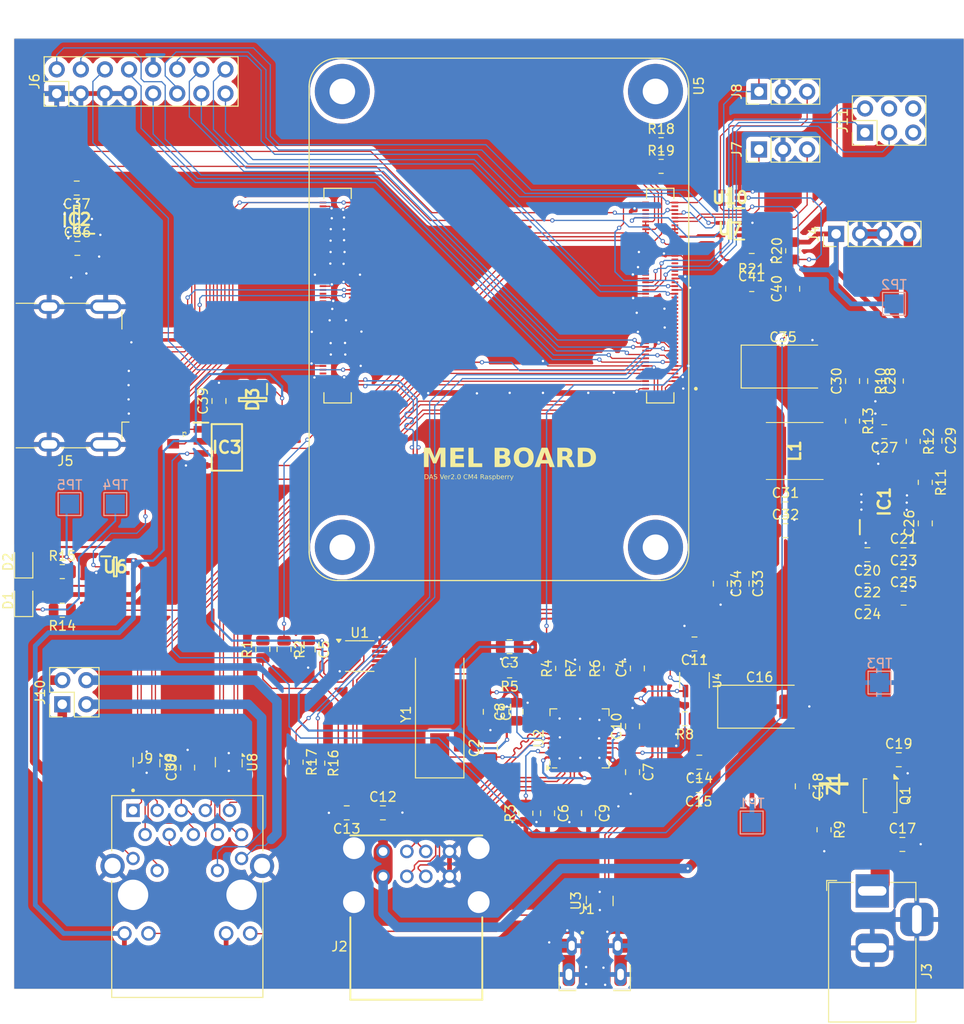
<source format=kicad_pcb>
(kicad_pcb (version 20240108) (generator "pcbnew") (generator_version "8.0")
  (layers (0 "F.Cu" signal) (1 "In1.Cu" power) (2 "In2.Cu" power) (31 "B.Cu" signal) (34 "B.Paste" user) (35 "F.Paste" user) (36 "B.SilkS" user "B.Silkscreen") (37 "F.SilkS" user "F.Silkscreen") (38 "B.Mask" user) (39 "F.Mask" user) (44 "Edge.Cuts" user))
  (net 0 "")
  (net 1 "GND")
  (net 2 "Net-(U2-XTALOUT)")
  (net 3 "Net-(U2-XTALIN{slash}CLKIN)")
  (net 4 "/+3.3v")
  (net 5 "/+5v")
  (net 6 "/USB2-HUB/VBUS")
  (net 7 "Net-(Q1-D)")
  (net 8 "Net-(Q1-G)")
  (net 9 "/+12v")
  (net 10 "Net-(IC1-SS)")
  (net 11 "Net-(IC1-COMP)")
  (net 12 "Net-(C28-Pad1)")
  (net 13 "Net-(IC1-FB)")
  (net 14 "Net-(C30-Pad1)")
  (net 15 "Net-(IC1-BST)")
  (net 16 "/CM4_HighSpeed/HDMI_5v")
  (net 17 "Net-(C38-Pad1)")
  (net 18 "Net-(D3-COM_K)")
  (net 19 "/RTC/nRTC_INT")
  (net 20 "Net-(U10-A)")
  (net 21 "Net-(D1-K)")
  (net 22 "Net-(D2-K)")
  (net 24 "Net-(IC1-SW)")
  (net 25 "/RTC/SDA")
  (net 26 "Net-(IC3-OSCO)")
  (net 27 "/RTC/SCL")
  (net 29 "Net-(IC3-OSCI)")
  (net 30 "/USB2-HUB/USBD_P")
  (net 31 "/USB2-HUB/USBD_N")
  (net 32 "/USB2-HUB/HD1_P")
  (net 33 "/USB2-HUB/HD1_N")
  (net 34 "/USB2-HUB/HD2_P")
  (net 35 "/USB2-HUB/HD2_N")
  (net 36 "/CM4_HighSpeed/HDMI0_D1_N")
  (net 37 "/CM4_HighSpeed/HDMI0_HOTPLUG")
  (net 38 "/CM4_HighSpeed/HDMI0_D0_P")
  (net 39 "/CM4_HighSpeed/HDMI0_D1_P")
  (net 41 "/CM4_HighSpeed/HDMI0_D2_N")
  (net 42 "/CM4_HighSpeed/HDMI0_SDA")
  (net 43 "/CM4_HighSpeed/HDMI0_SCL")
  (net 44 "/CM4_HighSpeed/HDMI0_CK_N")
  (net 45 "/CM4_HighSpeed/HDMI0_D0_N")
  (net 46 "/CM4_HighSpeed/HDMI0_CEC")
  (net 47 "/CM4_HighSpeed/HDMI0_CK_P")
  (net 48 "/CM4_HighSpeed/HDMI0_D2_P")
  (net 49 "/CM4_GPIO/BT_nDis")
  (net 50 "/CM4_GPIO/WL_nDis")
  (net 51 "/CM4_GPIO/GLOBAL_EN")
  (net 52 "/CM4_GPIO/RUN_PG")
  (net 53 "/CM4_GPIO/TRD0_P")
  (net 54 "Net-(J9-Pad16)")
  (net 55 "/CM4_GPIO/TRD3_N")
  (net 56 "Net-(J9-Pad18)")
  (net 57 "/CM4_GPIO/TR0_TAP")
  (net 58 "/CM4_GPIO/TRD1_N")
  (net 59 "/CM4_GPIO/TRD2_N")
  (net 60 "/CM4_GPIO/TRD1_P")
  (net 61 "/CM4_GPIO/TR2_TAP")
  (net 62 "/CM4_GPIO/TRD0_N")
  (net 63 "/CM4_GPIO/TRD2_P")
  (net 64 "/CM4_GPIO/TR1_TAP")
  (net 65 "/CM4_GPIO/TRD3_P")
  (net 66 "/CM4_GPIO/TR3_TAP")
  (net 70 "/CM4_GPIO/GPIO4")
  (net 71 "/CM4_GPIO/GPIO3")
  (net 72 "/CM4_GPIO/GPIO2")
  (net 73 "/CM4_HighSpeed/USBOTG_ID")
  (net 74 "Net-(U2-RBIAS)")
  (net 75 "Net-(U2-HS_IND{slash}CFG_SEL1)")
  (net 76 "Net-(U2-SUSP_IND{slash}LOCAL_PWR{slash}NON_REM0)")
  (net 77 "Net-(U2-SDA{slash}SMBDATA{slash}NON_REM1)")
  (net 78 "Net-(U2-SCL{slash}SMBCLK{slash}CFG_SEL0)")
  (net 79 "Net-(U4-ILIM)")
  (net 80 "Net-(U5A-PI_~{LED}_ACTIVITY)")
  (net 81 "Net-(U6-Y)")
  (net 82 "/CM4_GPIO/ETH_LEDY")
  (net 83 "/CM4_GPIO/ETH_LEDG")
  (net 84 "/CM4_GPIO/GPIO_VREF")
  (net 85 "/CM4_GPIO/+1.8v")
  (net 86 "/CM4_HighSpeed/USB2_P")
  (net 87 "/USB2-HUB/USBH_N")
  (net 88 "/USB2-HUB/USBH_P")
  (net 89 "/CM4_HighSpeed/USB2_N")
  (net 93 "/nEXTRST")
  (net 94 "/USB2-HUB/PWR1")
  (net 96 "/USB2-HUB/nOCS1")
  (net 119 "/CM4_GPIO/GPIO14")
  (net 120 "/CM4_GPIO/TV_OUT")
  (net 129 "/CM4_GPIO/GPIO26")
  (net 144 "/CM4_GPIO/GPIO19")
  (net 156 "/CM4_GPIO/SYNC_IN")
  (net 183 "/CM4_GPIO/nPWR_LED")
  (net 194 "/CM4_GPIO/SYNC_OUT")
  (net 195 "/CM4_GPIO/nRPIBOOT")
  (net 199 "/CM4_GPIO/GPIO15")
  (net 204 "/CM4_GPIO/EEPROM_nWP")
  (net 230 "Net-(J1-VCC)")
  (net 231 "Net-(J6-Pin_11)")
  (footprint "74LVC1G07SE-7:SOT65P210X110-5N" (layer "F.Cu") (at 151.638 55.626 180)
    (property "Reference" "U7")
    (property "Value" "74LVC1G07SE-7" (hide yes))
  )
  (footprint "MMBZ5242BLT3G:SOT96P237X111-3N" (layer "F.Cu") (at 162.56 114.046 90)
    (property "Reference" "Z1")
    (property "Value" "MMBZ5242BLT3G" (hide yes))
  )
  (footprint "Connector_PinHeader_2.54mm:PinHeader_1x03_P2.54mm_Vertical" (layer "F.Cu") (at 154.686 47.244 90)
    (property "Reference" "J7")
    (property "Value" "Conn_01x03")
  )
  (footprint "Capacitor_SMD:C_0805_2012Metric" (layer "F.Cu") (at 157.48 87.376)
    (property "Reference" "C32")
    (property "Value" "10u")
  )
  (footprint "Resistor_SMD:R_0805_2012Metric" (layer "F.Cu") (at 81.28 95.758 180)
    (property "Reference" "R14")
    (property "Value" "1k")
  )
  (footprint "Capacitor_SMD:C_0805_2012Metric" (layer "F.Cu") (at 107.188 99.888 -90)
    (property "Reference" "C5")
    (property "Value" "100nF")
  )
  (footprint "Capacitor_SMD:C_0805_2012Metric" (layer "F.Cu") (at 166.116 94.488 180)
    (property "Reference" "C24")
    (property "Value" "10u 35v")
  )
  (footprint "PCF85063AT/AAZ:SOIC127P600X175-8N" (layer "F.Cu") (at 98.621 78.613)
    (property "Reference" "IC3")
    (property "Value" "PCF85063AT_AAZ" (hide yes))
  )
  (footprint "Capacitor_SMD:C_0805_2012Metric" (layer "F.Cu") (at 166.116 89.916 180)
    (property "Reference" "C20")
    (property "Value" "10u 35v")
  )
  (footprint "Capacitor_SMD:C_0805_2012Metric" (layer "F.Cu") (at 150.622 92.964 -90)
    (property "Reference" "C34")
    (property "Value" "10u")
  )
  (footprint "Capacitor_SMD:C_0805_2012Metric" (layer "F.Cu") (at 166.116 92.202 180)
    (property "Reference" "C22")
    (property "Value" "10u 35v")
  )
  (footprint "Resistor_SMD:R_0805_2012Metric" (layer "F.Cu") (at 130.12815 117.1346 90)
    (property "Reference" "R3")
    (property "Value" "12k")
  )
  (footprint "Capacitor_SMD:C_0805_2012Metric" (layer "F.Cu") (at 169.926 94.488)
    (property "Reference" "C25")
    (property "Value" "10u 35v")
  )
  (footprint "Capacitor_SMD:C_0805_2012Metric" (layer "F.Cu") (at 153.924 58.928 180)
    (property "Reference" "C41")
    (property "Value" "100n")
  )
  (footprint "LPJG0926HENL:LINK-PP_LPJG0926HENL" (layer "F.Cu") (at 94.454 125.73)
    (property "Reference" "J9")
    (property "Value" "LPJG0926HENL")
  )
  (footprint "Resistor_SMD:R_0805_2012Metric" (layer "F.Cu") (at 170.942 77.978 -90)
    (property "Reference" "R12")
    (property "Value" "12k")
  )
  (footprint "AP64501SP-13:SOIC127P600X163-9N" (layer "F.Cu") (at 167.894 84.328 90)
    (property "Reference" "IC1")
    (property "Value" "AP64501SP-13" (hide yes))
  )
  (footprint "Capacitor_SMD:C_0805_2012Metric" (layer "F.Cu") (at 82.804 51.308 180)
    (property "Reference" "C37")
    (property "Value" "100n")
  )
  (footprint "Resistor_SMD:R_0805_2012Metric" (layer "F.Cu") (at 158.242 57.912 90)
    (property "Reference" "R20")
    (property "Value" "510k")
  )
  (footprint "Capacitor_SMD:C_0805_2012Metric" (layer "F.Cu") (at 136.73215 117.1346 -90)
    (property "Reference" "C9")
    (property "Value" "100nF")
  )
  (footprint "Package_SON:USON-10_2.5x1.0mm_P0.5mm" (layer "F.Cu") (at 137.906 126.369 90)
    (property "Reference" "U3")
    (property "Value" "TPD4EUSB30")
  )
  (footprint "Capacitor_SMD:C_0805_2012Metric" (layer "F.Cu") (at 126.3815 110.268 90)
    (property "Reference" "C2")
    (property "Value" "27pF")
  )
  (footprint "Capacitor_SMD:C_0805_2012Metric" (layer "F.Cu") (at 111.252 117.094 180)
    (property "Reference" "C13")
    (property "Value" "10u")
  )
  (footprint "Resistor_SMD:R_0805_2012Metric" (layer "F.Cu") (at 108.204 111.8635 -90)
    (property "Reference" "R16")
    (property "Value" "470R")
  )
  (footprint "Capacitor_SMD:C_0805_2012Metric" (layer "F.Cu") (at 158.242 61.91 90)
    (property "Reference" "C40")
    (property "Value" "100n")
  )
  (footprint "Capacitor_SMD:C_0805_2012Metric" (layer "F.Cu") (at 169.926 92.202)
    (property "Reference" "C23")
    (property "Value" "10u 35v")
  )
  (footprint "LED_SMD:LED_0805_2012Metric" (layer "F.Cu") (at 77.216 94.742 90)
    (property "Reference" "D1")
    (property "Value" "LED")
  )
  (footprint "Capacitor_SMD:C_0805_2012Metric" (layer "F.Cu") (at 173.228 77.912 -90)
    (property "Reference" "C29")
    (property "Value" "47pF")
  )
  (footprint "Resistor_SMD:R_0805_2012Metric" (layer "F.Cu") (at 102.4128 99.8728 90)
    (property "Reference" "R1")
    (property "Value" "2.2k ")
  )
  (footprint "Capacitor_SMD:C_0805_2012Metric" (layer "F.Cu") (at 129.0828 106.4514 90)
    (property "Reference" "C8")
    (property "Value" "100nF")
  )
  (footprint "Capacitor_SMD:C_0805_2012Metric" (layer "F.Cu") (at 132.41415 117.1346 -90)
    (property "Reference" "C6")
    (property "Value" "100nF")
  )
  (footprint "SRN6045TA-3R3Y:SRN6045TA330M" (layer "F.Cu") (at 158.453 78.994 90)
    (property "Reference" "L1")
    (property "Value" "SRN6045TA-3R3Y" (hide yes))
  )
  (footprint "Capacitor_Tantalum_SMD:CP_EIA-7343-31_Kemet-D" (layer "F.Cu") (at 154.752 105.918)
    (property "Reference" "C16")
    (property "Value" "100uF")
  )
  (footprint "Capacitor_SMD:C_0805_2012Metric" (layer "F.Cu") (at 94.488 112.334 90)
    (property "Reference" "C38")
    (property "Value" "100n")
  )
  (footprint "BAT54C-7-F:SOT96P240X115-3N" (layer "F.Cu") (at 101.346 73.576 -90)
    (property "Reference" "D3")
    (property "Value" "BAT54C-7-F" (hide yes))
  )
  (footprint "Resistor_SMD:R_0805_2012Metric" (layer "F.Cu") (at 164.549 75.8425 -90)
    (property "Reference" "R13")
    (property "Value" "10R")
  )
  (footprint "Package_SON:Diodes_PowerDI3333-8" (layer "F.Cu") (at 167.457 115.292 -90)
    (property "Reference" "Q1")
    (property "Value" "DMP3013SFV")
  )
  (footprint "Connector_HDMI:HDMI_A_Molex_208658-1001_Horizontal" (layer "F.Cu") (at 83.329 71.048 180)
    (property "Reference" "J5")
    (property "Value" "HDMI_A_1.4")
  )
  (footprint "Connector_PinHeader_2.54mm:PinHeader_1x03_P2.54mm_Vertical" (layer "F.Cu") (at 154.686 41.148 90)
    (property "Reference" "J8")
    (property "Value" "Conn_01x03")
  )
  (footprint "Connector_PinHeader_2.54mm:PinHeader_2x03_P2.54mm_Vertical" (layer "F.Cu") (at 165.862 45.466 90)
    (property "Reference" "J11")
    (property "Value" "Conn_02x03_Counter_Clockwise")
  )
  (footprint "Capacitor_SMD:C_0805_2012Metric" (layer "F.Cu") (at 141.8755 101.886 90)
    (property "Reference" "C4")
    (property "Value" "10uF")
  )
  (footprint "RT9742SNGV:SOT95P279X130-3N" (layer "F.Cu") (at 82.784 54.61 180)
    (property "Reference" "IC2")
    (property "Value" "RT9742SNGV" (hide yes))
  )
  (footprint "74LVC1G07SE-7:SOT65P210X110-5N" (layer "F.Cu") (at 86.868 91.186)
    (property "Reference" "U6")
    (property "Value" "74LVC1G07SE-7" (hide yes))
  )
  (footprint "Capacitor_SMD:C_0805_2012Metric" (layer "F.Cu") (at 97.79 73.726 90)
    (property "Reference" "C39")
    (property "Value" "100n")
  )
  (footprint "Resistor_SMD:R_0805_2012Metric" (layer "F.Cu") (at 105.918 111.76 -90)
    (property "Reference" "R17")
    (property "Value" "470R")
  )
  (footprint "Capacitor_SMD:C_0805_2012Metric" (layer "F.Cu") (at 141.3675 112.808 -90)
    (property "Reference" "C7")
    (property "Value" "100nF")
  )
  (footprint "Capacitor_SMD:C_0805_2012Metric" (layer "F.Cu") (at 148.402 111.76 180)
    (property "Reference" "C14")
    (property "Value" "10u")
  )
  (footprint "Resistor_SMD:R_0805_2012Metric" (layer "F.Cu") (at 128.4135 102.14 180)
    (property "Reference" "R5")
    (property "Value" "36k")
  )
  (footprint "Connector_PinHeader_2.54mm:PinHeader_1x04_P2.54mm_Vertical" (layer "F.Cu") (at 162.814 56.134 90)
    (property "Reference" "J4")
    (property "Value" "Conn_01x04_Pin")
  )
  (footprint "Crystal:Crystal_SMD_HC49-SD" (layer "F.Cu") (at 121.0475 106.712 90)
    (property "Reference" "Y1")
    (property "Value" "24MHz")
  )
  (footprint "Resistor_SMD:R_0805_2012Metric" (layer "F.Cu") (at 134.0015 101.886 90)
    (property "Reference" "R4")
    (property "Value" "36k")
  )
  (footprint "Connector_PinHeader_2.54mm:PinHeader_2x02_P2.54mm_Vertical" (layer "F.Cu") (at 81.28 105.664 90)
    (property "Reference" "J10")
    (property "Value" "Conn_02x02_Top_Bottom")
  )
  (footprint "Package_SO:MSOP-10_3x3mm_P0.5mm" (layer "F.Cu") (at 112.6255 100.584)
    (property "Reference" "U1")
    (property "Value" "FSUSB42MUX")
  )
  (footprint "Package_SON:USON-10_2.5x1.0mm_P0.5mm" (layer "F.Cu") (at 90.154 111.76 -90)
    (property "Reference" "U9")
    (property "Value" "TPD4EUSB30")
  )
  (footprint "Capacitor_SMD:C_0805_2012Metric" (layer "F.Cu") (at 164.549 71.628 90)
    (property "Reference" "C30")
    (property "Value" "100n")
  )
  (footprint "Capacitor_SMD:C_0805_2012Metric" (layer "F.Cu") (at 141.3675 107.982 90)
    (property "Reference" "C10")
    (property "Value" "100nF")
  )
  (footprint "Capacitor_SMD:C_0805_2012Metric" (layer "F.Cu") (at 126.3815 106.458 -90)
    (property "Reference" "C1")
    (property "Value" "27pF")
  )
  (footprint "Capacitor_SMD:C_0805_2012Metric" (layer "F.Cu") (at 169.418 111.506)
    (property "Reference" "C19")
    (property "Value" "10u 35v")
  )
  (footprint "Resistor_SMD:R_0805_2012Metric" (layer "F.Cu") (at 153.924 61.468)
    (property "Reference" "R21")
    (property "Value" "510k")
  )
  (footprint "Connector_BarrelJack:BarrelJack_Horizontal" (layer "F.Cu") (at 166.624 125.318 90)
    (property "Reference" "J3")
    (property "Value" "Barrel_Jack_Switch")
  )
  (footprint "Capacitor_SMD:C_0805_2012Metric" (layer "F.Cu") (at 147.894 99.314 180)
    (property "Reference" "C11")
    (property "Value" "10u")
  )
  (footprint "Capacitor_SMD:C_0805_2012Metric" (layer "F.Cu") (at 166.878 71.628 -90)
    (property "Reference" "C28")
    (property "Value" "1.2nF")
  )
  (footprint "AP22653W6-7:SOT95P280X145-6N" (layer "F.Cu") (at 147.894 103.124 -90)
    (property "Reference" "U4")
    (property "Value" "AP22653W6-7")
  )
  (footprint "Package_DFN_QFN:QFN-36-1EP_6x6mm_P0.5mm_EP3.7x3.7mm" (layer "F.Cu") (at 135.7795 109.252 90)
    (property "Reference" "U2")
    (property "Value" "USB2514B_Bi")
  )
  (footprint "NX2012SA-32.768K-STD-MUB-1:XTAL_NX2012SA-32.768K-STD-MUB-1" (layer "F.Cu") (at 92.964 77.482 -90)
    (property "Reference" "Y3")
    (property "Value" "NX2012SA-32.768K-STD-MUB-1")
  )
  (footprint "Resistor_SMD:R_0805_2012Metric" (layer "F.Cu") (at 144.3755 49.022)
    (property "Reference" "R19")
    (property "Value" "nf")
  )
  (footprint "Resistor_SMD:R_0805_2012Metric" (layer "F.Cu") (at 161.544 118.872 -90)
    (property "Reference" "R9")
    (property "Value" "12k")
  )
  (footprint "LED_SMD:LED_0805_2012Metric" (layer "F.Cu") (at 77.216 90.678 90)
    (property "Reference" "D2")
    (property "Value" "LED")
  )
  (footprint "Capacitor_SMD:C_0805_2012Metric" (layer "F.Cu") (at 167.894 76.962 180)
    (property "Reference" "C27")
    (property "Value" "33pF")
  )
  (footprint "Capacitor_SMD:C_0805_2012Metric" (layer "F.Cu") (at 169.799 120.4214)
    (property "Reference" "C17")
    (property "Value" "100n 100v")
  )
  (footprint "Resistor_SMD:R_0805_2012Metric" (layer "F.Cu") (at 136.5415 101.886 90)
    (property "Reference" "R7")
    (property "Value" "36k")
  )
  (footprint "Capacitor_SMD:C_0805_2012Metric" (layer "F.Cu") (at 128.4135 99.6 180)
    (property "Reference" "C3")
    (property "Value" "10uF")
  )
  (footprint "Capacitor_SMD:C_0805_2012Metric" (layer "F.Cu") (at 169.926 89.916)
    (property "Reference" "C21")
    (property "Value" "10u 35v")
  )
  (footprint "Resistor_SMD:R_0805_2012Metric" (layer "F.Cu") (at 169.164 71.628 90)
    (property "Reference" "R10")
    (property "Value" "20k")
  )
  (footprint "Capacitor_SMD:C_0805_2012Metric" (layer "F.Cu") (at 82.87 57.658)
    (property "Reference" "C36")
    (property "Value" "100n")
  )
  (footprint "Resistor_SMD:R_0805_2012Metric" (layer "F.Cu") (at 144.3755 46.736)
    (property "Reference" "R18")
    (property "Value" "0R")
  )
  (footprint "Capacitor_SMD:C_0805_2012Metric" (layer "F.Cu") (at 115.062 117.094)
    (property "Reference" "C12")
    (property "Value" "10u")
  )
  (footprint "Resistor_SMD:R_0805_2012Metric" (layer "F.Cu") (at 172.212 82.296 -90)
    (property "Reference" "R11")
    (property "Value" "2.2k")
  )
  (footprint "Capacitor_SMD:C_0805_2012Metric" (layer "F.Cu") (at 152.908 92.964 -90)
    (property "Reference" "C33")
    (property "Value" "10u")
  )
  (footprint "CM4102008:MODULE_CM4102008" (layer "F.Cu") (at 127.288 65.132 -90)
    (property "Reference" "U5")
    (property "Value" "CM4102008")
  )
  (footprint "Resistor_SMD:R_0805_2012Metric" (layer "F.Cu") (at 146.878 107.188 180)
    (property "Reference" "R8")
    (property "Value" "15k")
  )
  (footprint "Capacitor_SMD:C_0805_2012Metric" (layer "F.Cu") (at 172.212 86.614 90)
    (property "Reference" "C26")
    (property "Value" "100n")
  )
  (footprint "Capacitor_Tantalum_SMD:CP_EIA-7343-31_Kemet-D" (layer "F.Cu") (at 157.226 70.104)
    (property "Reference" "C35")
    (property "Value" "100uF")
  )
  (footprint "Capacitor_SMD:C_0805_2012Metric" (layer "F.Cu") (at 157.48 85.09)
    (property "Reference" "C31")
    (property "Value" "10u")
  )
  (footprint "Resistor_SMD:R_0805_2012Metric" (layer "F.Cu") (at 139.0815 101.886 90)
    (property "Reference" "R6")
    (property "Value" "36k")
  )
  (footprint "Capacitor_SMD:C_0805_2012Metric" (layer "F.Cu") (at 159.258 114.3 -90)
    (property "Reference" "C18")
    (property "Value" "100n")
  )
  (footprint "Connector_PinHeader_2.54mm:PinHeader_2x08_P2.54mm_Vertical" (layer "F.Cu") (at 80.6958 41.3512 90)
    (property "Reference" "J6")
    (property "Value" "Conn_02x08_Odd_Even")
  )
  (footprint "Resistor_SMD:R_0805_2012Metric" (layer "F.Cu") (at 81.28 91.694)
    (property "Reference" "R15")
    (property "Value" "1k")
  )
  (footprint "74LVC1G07SE-7:SOT65P210X110-5N" (layer "F.Cu") (at 151.638 52.324 180)
    (property "Reference" "U10")
    (property "Value" "74LVC1G07SE-7" (hide yes))
  )
  (footprint "Package_SON:USON-10_2.5x1.0mm_P0.5mm" (layer "F.Cu") (at 98.822 111.76 -90)
    (property "Reference" "U8")
    (property "Value" "TPD4EUSB30")
  )
  (footprint "Capacitor_SMD:C_0805_2012Metric" (layer "F.Cu") (at 148.336 114.2238 180)
    (property "Reference" "C15")
    (property "Value" "10u")
  )
  (footprint "67298-4090:MOLEX_67298-4090" (layer "F.Cu") (at 118.584 126.492)
    (property "Reference" "J2")
    (property "Value" "67298-4090")
  )
  (footprint "Resistor_SMD:R_0805_2012Metric" (layer "F.Cu") (at 104.648 99.888 -90)
    (property "Reference" "R2")
    (property "Value" "2.2k")
  )
  (footprint "10103594-0001LF:AMPHENOL_10103594-0001LF" (layer "F.Cu") (at 137.38 134.112)
    (property "Reference" "J1")
    (property "Value" "10103594-0001LF")
  )
  (footprint "TestPoint:TestPoint_Pad_2.0x2.0mm" (layer "B.Cu") (at 86.868 84.582 180)
    (property "Reference" "TP4")
    (property "Value" "TestPoint")
  )
  (footprint "TestPoint:TestPoint_Pad_2.0x2.0mm" (layer "B.Cu") (at 153.924 118.11 180)
    (property "Reference" "TP1")
    (property "Value" "TestPoint")
  )
  (footprint "TestPoint:TestPoint_Pad_2.0x2.0mm" (layer "B.Cu") (at 167.386 103.378 180)
    (property "Reference" "TP3")
    (property "Value" "TestPoint")
  )
  (footprint "TestPoint:TestPoint_Pad_2.0x2.0mm" (layer "B.Cu") (at 168.91 63.5 180)
    (property "Reference" "TP2")
    (property "Value" "TestPoint")
  )
  (footprint "TestPoint:TestPoint_Pad_2.0x2.0mm" (layer "B.Cu") (at 82.042 84.582 180)
    (property "Reference" "TP5")
    (property "Value" "TestPoint")
  )
  (gr_rect (start 76.2 35.56) (end 176.276 135.636) (stroke (width 0.05)) (fill none) (layer "Edge.Cuts"))
  (gr_text "DAS Ver2.0 CM4 Raspberry" (at 119.38 82.042 0) (layer "F.SilkS") (effects (font (size 0.5 0.5) (thickness 0.1)) (justify left bottom)))
  (gr_text "MEL BOARD" (at 119.126 81.026 0) (layer "F.SilkS") (effects (font (size 2 2) (thickness 0.2) (bold yes)) (justify left bottom)))
  (segment (start 109.4232 58.039) (end 109.5502 58.039) (width 0.147) (layer "F.Cu") (net 1))
  (segment (start 133.7056 109.1438) (end 135.6713 109.1438) (width 0.5) (layer "F.Cu") (net 1))
  (segment (start 140.5672 100.936) (end 140.5636 100.9396) (width 0.5) (layer "F.Cu") (net 1))
  (segment (start 171.7529 83.6676) (end 172.212 83.2085) (width 0.5) (layer "F.Cu") (net 1))
  (segment (start 110.513 102.1818) (end 110.5154 102.1842) (width 0.2) (layer "F.Cu") (net 1))
  (segment (start 109.5756 67.6148) (end 109.5584 67.632) (width 0.13) (layer "F.Cu") (net 1))
  (segment (start 130.3274 105.4862) (end 130.3122 105.5014) (width 0.5) (layer "F.Cu") (net 1))
  (segment (start 145.828 68.032) (end 145.1718 68.032) (width 0.13) (layer "F.Cu") (net 1))
  (segment (start 170.876 91.0184) (end 170.876 89.916) (width 0.5) (layer "F.Cu") (net 1))
  (segment (start 131.2297 118.0471) (end 131.2418 118.0592) (width 0.5) (layer "F.Cu") (net 1))
  (segment (start 131.2418 118.0592) (end 131.2539 118.0471) (width 0.5) (layer "F.Cu") (net 1))
  (segment (start 170.2562 84.4296) (end 170.2562 83.9724) (width 0.5) (layer "F.Cu") (net 1))
  (segment (start 166.944 72.644) (end 166.878 72.578) (width 0.5) (layer "F.Cu") (net 1))
  (segment (start 81.534 54.61) (end 81.534 54.0766) (width 0.5) (layer "F.Cu") (net 1))
  (segment (start 128.73535 118.0471) (end 128.71465 118.0678) (width 0.5) (layer "F.Cu") (net 1))
  (segment (start 161.544 121.1072) (end 161.5694 121.1326) (width 0.5) (layer "F.Cu") (net 1))
  (segment (start 126.3815 108.3729) (end 126.3815 107.408) (width 0.5) (layer "F.Cu") (net 1))
  (segment (start 134.69225 118.0846) (end 134.70905 118.0678) (width 0.5) (layer "F.Cu") (net 1))
  (segment (start 171.8056 83.9724) (end 172.212 84.3788) (width 0.5) (layer "F.Cu") (net 1))
  (segment (start 143.4 71.0946) (end 143.4 70.7728) (width 0.13) (layer "F.Cu") (net 1))
  (segment (start 133.6802 111.3536) (end 133.6802 111.3513) (width 0.5) (layer "F.Cu") (net 1))
  (segment (start 170.2816 83.6676) (end 168.5544 83.6676) (width 0.5) (layer "F.Cu") (net 1))
  (segment (start 81.534 55.3466) (end 81.5594 55.3212) (width 0.5) (layer "F.Cu") (net 1))
  (segment (start 81.92 57.658) (end 81.92 56.5962) (width 0.5) (layer "F.Cu") (net 1))
  (segment (start 81.5594 55.626) (end 81.5594 55.372) (width 0.5) (layer "F.Cu") (net 1))
  (segment (start 81.92 56.5862) (end 81.92 55.9866) (width 0.5) (layer "F.Cu") (net 1))
  (segment (start 145.828 72.432) (end 146.6938 72.432) (width 0.13) (layer "F.Cu") (net 1))
  (segment (start 147.4724 100.5586) (end 146.944 100.0302) (width 0.5) (layer "F.Cu") (net 1))
  (segment (start 146.6238 71.232) (end 146.6596 71.1962) (width 0.13) (layer "F.Cu") (net 1))
  (segment (start 111.828 53.232) (end 111.233 53.232) (width 0.13) (layer "F.Cu") (net 1))
  (segment (start 141.9242 66.432) (end 141.9242 66.4354) (width 0.13) (layer "F.Cu") (net 1))
  (segment (start 170.2562 84.709) (end 170.2562 85.1916) (width 0.5) (layer "F.Cu") (net 1))
  (segment (start 86.614 73.548) (end 88.2546 73.548) (width 0.2) (layer "F.Cu") (net 1))
  (segment (start 158.43 86.2228) (end 158.43 85.09) (width 0.5) (layer "F.Cu") (net 1))
  (segment (start 139.8778 116.4082) (end 141.1732 115.1128) (width 0.5) (layer "F.Cu") (net 1))
  (segment (start 137.8712 111.3028) (end 137.8303 111.3028) (width 0.5) (layer "F.Cu") (net 1))
  (segment (start 109.474 65.2526) (end 109.4534 65.232) (width 0.13) (layer "F.Cu") (net 1))
  (segment (start 127.5334 107.0102) (end 127.5334 106.9594) (width 0.5) (layer "F.Cu") (net 1))
  (segment (start 112.721 70.032) (end 112.7252 70.0278) (width 0.13) (layer "F.Cu") (net 1))
  (segment (start 170.749 120.4214) (end 171.704 120.4214) (width 0.5) (layer "F.Cu") (net 1))
  (segment (start 90.154 111.375) (end 90.154 110.6584) (width 0.23) (layer "F.Cu") (net 1))
  (segment (start 168.275 84.709) (end 167.894 84.328) (width 0.5) (layer "F.Cu") (net 1))
  (segment (start 127.6858 106.8578) (end 127.6858 106.3752) (width 0.5) (layer "F.Cu") (net 1))
  (segment (start 141.7892 53.232) (end 141.5796 53.4416) (width 0.13) (layer "F.Cu") (net 1))
  (segment (start 165.166 93.3348) (end 165.1762 93.345) (width 0.5) (layer "F.Cu") (net 1))
  (segment (start 111.828 61.632) (end 111.3652 61.632) (width 0.13) (layer "F.Cu") (net 1))
  (segment (start 81.534 52.9844) (end 81.534 51.628) (width 0.5) (layer "F.Cu") (net 1))
  (segment (start 137.906 127.3142) (end 137.922 127.3302) (width 0.23) (layer "F.Cu") (net 1))
  (segment (start 133.6802 111.3513) (end 135.7795 109.252) (width 0.5) (layer "F.Cu") (net 1))
  (segment (start 147.452 111.76) (end 146.9136 111.76) (width 0.5) (layer "F.Cu") (net 1))
  (segment (start 142.748 60.832) (end 141.8326 60.832) (width 0.13) (layer "F.Cu") (net 1))
  (segment (start 170.1546 84.328) (end 170.2562 84.4296) (width 0.5) (layer "F.Cu") (net 1))
  (segment (start 137.8712 107.315) (end 137.7165 107.315) (width 0.5) (layer "F.Cu") (net 1))
  (segment (start 128.1176 105.8926) (end 128.1684 105.8926) (width 0.5) (layer "F.Cu") (net 1))
  (segment (start 107.188 100.838) (end 107.188 101.8032) (width 0.5) (layer "F.Cu") (net 1))
  (segment (start 141.1986 115.0874) (end 141.351 114.935) (width 0.5) (layer "F.Cu") (net 1))
  (segment (start 111.1016 68.832) (end 111.0996 68.834) (width 0.13) (layer "F.Cu") (net 1))
  (segment (start 81.8896 55.9562) (end 81.5594 55.626) (width 0.5) (layer "F.Cu") (net 1))
  (segment (start 166.944 75.0672) (end 166.9542 75.057) (width 0.5) (layer "F.Cu") (net 1))
  (segment (start 143.2626 71.232) (end 143.4 71.0946) (width 0.13) (layer "F.Cu") (net 1))
  (segment (start 126.3815 109.318) (end 126.3815 108.3907) (width 0.5) (layer "F.Cu") (net 1))
  (segment (start 81.915 56.5912) (end 81.92 56.5862) (width 0.5) (layer "F.Cu") (net 1))
  (segment (start 144.7532 64.032) (end 144.7292 64.008) (width 0.13) (layer "F.Cu") (net 1))
  (segment (start 141.3764 106.045) (end 141.3675 106.0539) (width 0.5) (layer "F.Cu") (net 1))
  (segment (start 165.166 91.0488) (end 165.1762 91.059) (width 0.5) (layer "F.Cu") (net 1))
  (segment (start 111.0102 56.832) (end 110.9726 56.7944) (width 0.13) (layer "F.Cu") (net 1))
  (segment (start 88.2772 70.548) (end 88.2904 70.5612) (width 0.2) (layer "F.Cu") (net 1))
  (segment (start 112.7904 66.432) (end 112.8014 66.421) (width 0.13) (layer "F.Cu") (net 1))
  (segment (start 141.3675 107.032) (end 141.3675 106.0539) (width 0.5) (layer "F.Cu") (net 1))
  (segment (start 157.8645 105.918) (end 159.9692 105.918) (width 0.5) (layer "F.Cu") (net 1))
  (segment (start 90.154 110.6584) (end 90.17 110.6424) (width 0.23) (layer "F.Cu") (net 1))
  (segment (start 135.6713 109.1438) (end 135.7795 109.252) (width 0.5) (layer "F.Cu") (net 1))
  (segment (start 151.7904 93.9038) (end 151.8006 93.914) (width 0.5) (layer "F.Cu") (net 1))
  (segment (start 142.748 58.032) (end 142.0438 58.032) (width 0.13) (layer "F.Cu") (net 1))
  (segment (start 137.922 125.3998) (end 137.906 125.4158) (width 0.23) (layer "F.Cu") (net 1))
  (segment (start 165.481 84.3788) (end 167.8432 84.3788) (width 0.5) (layer "F.Cu") (net 1))
  (segment (start 140.56 100.936) (end 139.119 100.936) (width 0.5) (layer "F.Cu") (net 1))
  (segment (start 142.748 72.432) (end 142.1218 72.432) (width 0.127) (layer "F.Cu") (net 1))
  (segment (start 97.79 72.776) (end 97.79 71.8058) (width 0.147) (layer "F.Cu") (net 1))
  (segment (start 141.351 114.935) (end 141.351 113.7745) (width 0.5) (layer "F.Cu") (net 1))
  (segment (start 145.1718 68.032) (end 144.7038 67.564) (width 0.13) (layer "F.Cu") (net 1))
  (segment (start 127.501 103.117) (end 129.0828 104.6988) (width 0.5) (layer "F.Cu") (net 1))
  (segment (start 127.501 102.14) (end 127.501 103.117) (width 0.5) (layer "F.Cu") (net 1))
  (segment (start 108.748 58.032) (end 109.4162 58.032) (width 0.147) (layer "F.Cu") (net 1))
  (segment (start 154.874 58.928) (end 155.9306 58.928) (width 0.5) (layer "F.Cu") (net 1))
  (segment (start 114.738 99.1424) (end 114.7318 99.1362) (width 0.2) (layer "F.Cu") (net 1))
  (segment (start 111.828 59.232) (end 110.9734 59.232) (width 0.13) (layer "F.Cu") (net 1))
  (segment (start 105.918 100.7872) (end 105.9313 100.8005) (width 0.5) (layer "F.Cu") (net 1))
  (segment (start 135.8646 111.3028) (end 135.8646 109.3371) (width 0.5) (layer "F.Cu") (net 1))
  (segment (start 111.828 55.632) (end 110.9666 55.632) (width 0.13) (layer "F.Cu") (net 1))
  (segment (start 135.3143 100.9735) (end 136.5415 100.9735) (width 0.5) (layer "F.Cu") (net 1))
  (segment (start 165.481 85.1662) (end 167.0558 85.1662) (width 0.5) (layer "F.Cu") (net 1))
  (segment (start 108.748 56.832) (end 109.537 56.832) (width 0.13) (layer "F.Cu") (net 1))
  (segment (start 146.944 100.0302) (end 146.944 99.314) (width 0.5) (layer "F.Cu") (net 1))
  (segment (start 161.544 119.7845) (end 161.544 121.1072) (width 0.5) (layer "F.Cu") (net 1))
  (segment (start 151.8006 93.914) (end 152.908 93.914) (width 0.5) (layer "F.Cu") (net 1))
  (segment (start 107.8018 70.032) (end 107.5436 69.7738) (width 0.13) (layer "F.Cu") (net 1))
  (segment (start 111.0304 58.032) (end 111.0234 58.039) (width 0.13) (layer "F.Cu") (net 1))
  (segment (start 166.944 78.0948) (end 166.944 76.962) (width 0.5) (layer "F.Cu") (net 1))
  (segment (start 107.1505 100.8005) (end 107.188 100.838) (width 0.5) (layer "F.Cu") (net 1))
  (segment (start 170.2562 84.709) (end 172.1866 84.709) (width 0.5) (layer "F.Cu") (net 1))
  (segment (start 167.0812 78.2066) (end 167.0558 78.2066) (width 0.5) (layer "F.Cu") (net 1))
  (segment (start 114.738 99.584) (end 114.738 99.1424) (width 0.2) (layer "F.Cu") (net 1))
  (segment (start 142.748 66.432) (end 141.9242 66.432) (width 0.13) (layer "F.Cu") (net 1))
  (segment (start 86.614 75.048) (end 88.2814 75.048) (width 0.2) (layer "F.Cu") (net 1))
  (segment (start 133.6802 107.1626) (end 133.6901 107.1626) (width 0.5) (layer "F.Cu") (net 1))
  (segment (start 111.828 54.432) (end 110.9978 54.432) (width 0.13) (layer "F.Cu") (net 1))
  (segment (start 142.1218 72.432) (end 141.8082 72.7456) (width 0.127) (layer "F.Cu") (net 1))
  (segment (start 145.828 60.832) (end 146.7114 60.832) (width 0.13) (layer "F.Cu") (net 1))
  (segment (start 154.0152 51.674) (end 154.0256 51.6636) (width 0.147) (layer "F.Cu") (net 1))
  (segment (start 147.894 100.9802) (end 147.4978 100.584) (width 0.5) (layer "F.Cu") (net 1))
  (segment (start 111.0914 67.632) (end 111.0742 67.6148) (width 0.13) (layer "F.Cu") (net 1))
  (segment (start 111.828 56.832) (end 111.0102 56.832) (width 0.13) (layer "F.Cu") (net 1))
  (segment (start 111.828 65.232) (end 111.1806 65.232) (width 0.13) (layer "F.Cu") (net 1))
  (segment (start 130.12815 118.0471) (end 128.73535 118.0471) (width 0.5) (layer "F.Cu") (net 1))
  (segment (start 88.5698 67.5386) (end 88.5604 67.548) (width 0.2) (layer "F.Cu") (net 1))
  (segment (start 122.084 123.782) (end 122.084 121.162) (width 0.5) (layer "F.Cu") (net 1))
  (segment (start 109.537 56.832) (end 109.5502 56.8452) (width 0.13) (layer "F.Cu") (net 1))
  (segment (start 167.259 80.3402) (end 167.259 79.2734) (width 0.5) (layer "F.Cu") (net 1))
  (segment (start 147.4978 100.584) (end 147.4724 100.584) (width 0.5) (layer "F.Cu") (net 1))
  (segment (start 85.868 91.836) (end 84.8764 91.836) (width 0.23) (layer "F.Cu") (net 1))
  (segment (start 166.944 73.7514) (end 166.944 72.644) (width 0.5) (layer "F.Cu") (net 1))
  (segment (start 170.2562 85.1916) (end 172.1612 85.1916) (width 0.5) (layer "F.Cu") (net 1))
  (segment (start 165.481 83.9724) (end 165.481 84.3788) (width 0.5) (layer "F.Cu") (net 1))
  (segment (start 111.828 67.632) (end 111.0914 67.632) (width 0.13) (layer "F.Cu") (net 1))
  (segment (start 153.9898 54.976) (end 154.0002 54.9656) (width 0.147) (layer "F.Cu") (net 1))
  (segment (start 152.638 51.674) (end 154.0152 51.674) (width 0.147) (layer "F.Cu") (net 1))
  (segment (start 130.12815 118.0471) (end 131.2297 118.0471) (width 0.5) (layer "F.Cu") (net 1))
  (segment (start 109.5736 68.832) (end 109.5756 68.834) (width 0.13) (layer "F.Cu") (net 1))
  (segment (start 134.70905 118.0678) (end 134.72585 118.0846) (width 0.5) (layer "F.Cu") (net 1))
  (segment (start 147.894 101.979) (end 147.894 100.9802) (width 0.5) (layer "F.Cu") (net 1))
  (segment (start 108.748 65.232) (end 109.4534 65.232) (width 0.13) (layer "F.Cu") (net 1))
  (segment (start 142.748 59.632) (end 141.9424 59.632) (width 0.13) (layer "F.Cu") (net 1))
  (segment (start 88.265 72.0598) (end 88.0482 72.0598) (width 0.2) (layer "F.Cu") (net 1))
  (segment (start 81.92 56.5962) (end 81.915 56.5912) (width 0.5) (layer "F.Cu") (net 1))
  (segment (start 135.7861 109.2454) (end 135.7795 109.252) (width 0.5) (layer "F.Cu") (net 1))
  (segment (start 135.2973 100.9735) (end 135.3058 100.965) (width 0.5) (layer "F.Cu") (net 1))
  (segment (start 152.638 54.976) (end 153.9898 54.976) (width 0.147) (layer "F.Cu") (net 1))
  (segment (start 138.68 131.287) (end 138.68 129.6456) (width 0.2) (layer "F.Cu") (net 1))
  (segment (start 126.3815 107.408) (end 127.1356 107.408) (width 0.5) (layer "F.Cu") (net 1))
  (segment (start 144.919 58.432) (end 144.6784 58.1914) (width 0.13) (layer "F.Cu") (net 1))
  (segment (start 86.614 70.548) (end 88.2772 70.548) (width 0.2) (layer "F.Cu") (net 1))
  (segment (start 167.5384 83.9724) (end 167.894 84.328) (width 0.5) (layer "F.Cu") (net 1))
  (segment (start 166.944 76.962) (end 166.944 75.0672) (width 0.5) (layer "F.Cu") (net 1))
  (segment (start 142.748 68.432) (end 143.2516 68.432) (width 0.13) (layer "F.Cu") (net 1))
  (segment (start 141.8755 100.936) (end 140.5672 100.936) (width 0.5) (layer "F.Cu") (net 1))
  (segment (start 147.1878 62.032) (end 147.4216 61.7982) (width 0.13) (layer "F.Cu") (net 1))
  (segment (start 167.132 83.566) (end 167.894 84.328) (width 0.5) (layer "F.Cu") (net 1))
  (segment (start 170.368 112.9182) (end 170.3578 112.9284) (width 0.5) (layer "F.Cu") (net 1))
  (segment (start 135.8392 107.188) (end 135.8392 109.1923) (width 0.5) (layer "F.Cu") (net 1))
  (segment (start 133.6901 107.1626) (end 135.7795 109.252) (width 0.5) (layer "F.Cu") (net 1))
  (segment (start 170.2562 83.9724) (end 168.2496 83.9724) (width 0.5) (layer "F.Cu") (net 1))
  (segment (start 145.828 66.032) (end 144.7974 66.032) (width 0.13) (layer "F.Cu") (net 1))
  (segment (start 94.488 111.384) (end 94.488 110.4646) (width 0.5) (layer "F.Cu") (net 1))
  (segment (start 146.9136 111.76) (end 145.9738 110.8202) (width 0.5) (layer "F.Cu") (net 1))
  (segment (start 151.7802 93.914) (end 151.7904 93.9038) (width 0.5) (layer "F.Cu") (net 1))
  (segment (start 165.481 83.566) (end 165.481 83.9724) (width 0.5) (layer "F.Cu") (net 1))
  (segment (start 141.8856 62.432) (end 141.4272 62.8904) (width 0.13) (layer "F.Cu") (net 1))
  (segment (start 127.1356 107.408) (end 127.5334 107.0102) (width 0.5) (layer "F.Cu") (net 1))
  (segment (start 127.501 102.14) (end 127.501 100.8958) (width 0.5) (layer "F.Cu") (net 1))
  (segment (start 170.307 84.3788) (end 172.212 84.3788) (width 0.5) (layer "F.Cu") (net 1))
  (segment (start 159.9692 105.918) (end 159.9946 105.8926) (width 0.5) (layer "F.Cu") (net 1))
  (segment (start 142.748 62.432) (end 141.8856 62.432) (width 0.13) (layer "F.Cu") (net 1))
  (segment (start 170.2562 84.709) (end 168.275 84.709) (width 0.5) (layer "F.Cu") (net 1))
  (segment (start 170.2816 83.6676) (end 171.7529 83.6676) (width 0.5) (layer "F.Cu") (net 1))
  (segment (start 141.8326 60.832) (end 141.4018 60.4012) (width 0.13) (layer "F.Cu") (net 1))
  (segment (start 138.2014 118.0846) (end 138.8364 117.4496) (width 0.5) (layer "F.Cu") (net 1))
  (segment (start 127.501 100.8958) (end 127.508 100.8888) (width 0.5) (layer "F.Cu") (net 1))
  (segment (start 109.4986 59.232) (end 109.5248 59.2582) (width 0.13) (layer "F.Cu") (net 1))
  (segment (start 111.233 53.232) (end 110.871 53.594) (width 0.13) (layer "F.Cu") (net 1))
  (segment (start 167.8432 84.3788) (end 167.894 84.328) (width 0.5) (layer "F.Cu") (net 1))
  (segment (start 165.481 83.9724) (end 167.5384 83.9724) (width 0.5) (layer "F.Cu") (net 1))
  (segment (start 142.748 70.032) (end 143.438 70.032) (width 0.13) (layer "F.Cu") (net 1))
  (segment (start 109.4422 53.232) (end 109.6518 53.4416) (width 0.13) (layer "F.Cu") (net 1))
  (segment (start 137.8458 109.2454) (end 135.7861 109.2454) (width 0.5) (layer "F.Cu") (net 1))
  (segment (start 142.748 53.232) (end 141.7892 53.232) (width 0.13) (layer "F.Cu") (net 1))
  (segment (start 109.4878 61.632) (end 109.6772 61.4426) (width 0.13) (layer "F.Cu") (net 1))
  (segment (start 104.648 100.8005) (end 105.9047 100.8005) (width 0.5) (layer "F.Cu") (net 1))
  (segment (start 146.7358 58.674) (end 146.4938 58.432) (width 0.13) (layer "F.Cu") (net 1))
  (segment (start 146.4938 58.432) (end 145.828 58.432) (width 0.13) (layer "F.Cu") (net 1))
  (segment (start 108.748 66.432) (end 107.5834 66.432) (width 0.13) (layer "F.Cu") (net 1))
  (segment (start 158.4198 86.233) (end 158.43 86.2228) (width 0.5) (layer "F.Cu") (net 1))
  (segment (start 127.501 100.8818) (end 127.501 99.6375) (width 0.5) (layer "F.Cu") (net 1))
  (segment (start 132.41415 118.0846) (end 134.69225 118.0846) (width 0.5) (layer "F.Cu") (net 1))
  (segment (start 165.166 89.916) (end 165.166 91.0488) (width 0.5) (layer "F.Cu") (net 1))
  (segment (start 107.5834 66.432) (end 107.569 66.4464) (width 0.13) (layer "F.Cu") (net 1))
  (segment (start 81.534 54.0258) (end 81.534 53.0352) (width 0.5) (layer "F.Cu") (net 1))
  (segment (start 81.5086 54.0512) (end 81.534 54.0258) (width 0.5) (layer "F.Cu") (net 1))
  (segment (start 167.0558 78.2066) (end 166.944 78.0948) (width 0.5) (layer "F.Cu") (net 1))
  (segment (start 150.622 95.1484) (end 150.6474 95.1738) (width 0.5) (layer "F.Cu") (net 1))
  (segment (start 141.1732 115.0874) (end 141.1986 115.0874) (width 0.5) (layer "F.Cu") (net 1))
  (segment (start 141.9352 59.6392) (end 141.9424 59.632) (width 0.13) (layer "F.Cu") (net 1))
  (segment (start 146.944 97.5156) (end 146.8374 97.409) (width 0.5) (layer "F.Cu") (net 1))
  (segment (start 167.259 81.64) (end 167.259 83.693) (width 0.5) (layer "F.Cu") (net 1))
  (segment (start 143.2516 68.432) (end 144.1196 67.564) (width 0.13) (layer "F.Cu") (net 1))
  (segment (start 145.9738 108.8136) (end 145.9738 107.1963) (width 0.5) (layer "F.Cu") (net 1))
  (segment (start 81.5594 55.372) (end 81.534 55.3466) (width 0.5) (layer "F.Cu") (net 1))
  (segment (start 127.5334 106.9594) (end 127.5842 106.9594) (width 0.5) (layer "F.Cu") (net 1))
  (segment (start 145.828 71.232) (end 146.6238 71.232) (width 0.13) (layer "F.Cu") (net 1))
  (segment (start 167.0558 85.1662) (end 167.894 84.328) (width 0.5) (layer "F.Cu") (net 1))
  (segment (start 127.508 100.8888) (end 127.501 100.8818) (width 0.5) (layer "F.Cu") (net 1))
  (segment (start 167.0812 78.232) (end 167.0812 78.2066) (width 0.5) (layer "F.Cu") (net 1))
  (segment (start 143.438 70.032) (end 143.6116 70.2056) (width 0.13) (layer "F.Cu") (net 1))
  (segment (start 147.386 111.826) (end 147.452 111.76) (width 0.5) (layer "F.Cu") (net 1))
  (segment (start 150.622 93.914) (end 150.622 95.1484) (width 0.5) (layer "F.Cu") (net 1))
  (segment (start 110.9726 71.2216) (end 110.983 71.232) (width 0.147) (layer "F.Cu") (net 1))
  (segment (start 168.7576 85.1916) (end 167.894 84.328) (width 0.5) (layer "F.Cu") (net 1))
  (segment (start 143.5862 70.231) (end 143.6116 70.2056) (width 0.13) (layer "F.Cu") (net 1))
  (segment (start 135.3058 100.965) (end 135.3143 100.9735) (width 0.5) (layer "F.Cu") (net 1))
  (segment (start 128.5596 105.5014) (end 129.0828 105.5014) (width 0.5) (layer "F.Cu") (net 1))
  (segment (start 142.748 71.232) (end 143.2626 71.232) (width 0.13) (layer "F.Cu") (net 1))
  (segment (start 134.0015 100.9735) (end 135.2973 100.9735) (width 0.5) (layer "F.Cu") (net 1))
  (segment (start 170.2562 83.9724) (end 170.2562 83.693) (width 0.5) (layer "F.Cu") (net 1))
  (segment (start 170.2562 84.4296) (end 170.2562 84.709) (width 0.5) (layer "F.Cu") (net 1))
  (segment (start 128.1684 105.8926) (end 128.5596 105.5014) (width 0.5) (layer "F.Cu") (net 1))
  (segment (start 145.828 62.032) (end 147.1878 62.032) (width 0.13) (layer "F.Cu") (net 1))
  (segment (start 98.8314 110.7948) (end 98.822 110.8042) (width 0.23) (layer "F.Cu") (net 1))
  (segment (start 147.386 112.969) (end 147.386 111.826) (width 0.5) (layer "F.Cu") (net 1))
  (segment (start 138.8364 117.4496) (end 139.8778 116.4082) (width 0.5) (layer "F.Cu") (net 1))
  (segment (start 135.8646 109.3371) (end 135.7795 109.252) (width 0.5) (layer "F.Cu") (net 1))
  (segment (start 145.828 58.432) (end 144.919 58.432) (width 0.13) (layer "F.Cu") (net 1))
  (segment (start 141.9242 66.4354) (end 141.9352 66.4464) (width 0.13) (layer "F.Cu") (net 1))
  (segment (start 90.154 112.8616) (end 90.17 112.8776) (width 0.23) (layer "F.Cu") (net 1))
  (segment (start 88.2546 73.548) (end 88.265 73.5584) (width 0.2) (layer "F.Cu") (net 1))
  (segment (start 165.166 93.3552) (end 165.166 94.488) (width 0.5) (layer "F.Cu") (net 1))
  (segment (start 170.2562 85.1916) (end 168.7576 85.1916) (width 0.5) (layer "F.Cu") (net 1))
  (segment (start 110.9666 55.632) (end 110.9472 55.6514) (width 0.13) (layer "F.Cu") (net 1))
  (segment (start 165.1762 93.345) (end 165.166 93.3552) (width 0.5) (layer "F.Cu") (net 1))
  (segment (start 166.9542 73.7616) (end 166.944 73.7514) (width 0.5) (layer "F.Cu") (net 1))
  (segment (start 108.748 67.632) (end 109.5584 67.632) (width 0.13) (layer "F.Cu") (net 1))
  (segment (start 160.3385 70.104) (end 160.3385 67.3237) (width 0.5) (layer "F.Cu") (net 1))
  (segment (start 146.6938 72.432) (end 146.7104 72.4154) (width 0.13) (layer "F.Cu") (net 1))
  (segment (start 165.481 84.3788) (end 165.481 84.7598) (width 0.5) (layer "F.Cu") (net 1))
  (segment (start 137.906 125.984) (end 137.906 125.4158) (width 0.23) (layer "F.Cu") (net 1))
  (segment (start 129.0828 105.5014) (end 130.3122 105.5014) (width 0.5) (layer "F.Cu") (net 1))
  (segment (start 108.748 54.432) (end 109.6262 54.432) (width 0.13) (layer "F.Cu") (net 1))
  (segment (start 81.5086 53.0098) (end 81.534 52.9844) (width 0.5) (layer "F.Cu") (net 1))
  (segment (start 137.906 126.754) (end 137.906 125.984) (width 0.23) (layer "F.Cu") (net 1))
  (segment (start 108.748 70.032) (end 107.8018 70.032) (width 0.13) (layer "F.Cu") (net 1))
  (segment (start 111.3652 61.632) (end 110.9218 61.1886) (width 0.13) (layer "F.Cu") (net 1))
  (segment (start 88.2024 72.048) (end 88.2142 72.0598) (width 0.2) (layer "F.Cu") (net 1))
  (segment (start 160.3385 67.3237) (end 160.3248 67.31) (width 0.5) (layer "F.Cu") (net 1))
  (segment (start 170.876 92.202) (end 170.876 91.0488) (width 0.5) (layer "F.Cu") (net 1))
  (segment (start 146.944 99.314) (end 146.944 97.5156) (width 0.5) (layer "F.Cu") (net 1))
  (segment (start 111.828 70.032) (end 112.721 70.032) (width 0.13) (layer "F.Cu") (net 1))
  (segment (start 90.154 112.145) (end 90.154 112.8616) (width 0.23) (layer "F.Cu") (net 1))
  (segment (start 84.8764 91.836) (end 84.8614 91.821) (width 0.23) (layer "F.Cu") (net 1))
  (segment (start 170.368 111.506) (end 170.368 112.9182) (width 0.5) (layer "F.Cu") (net 1))
  (segment (start 132.4398 70.032) (end 131.9276 69.5198) (width 0.13) (layer "F.Cu") (net 1))
  (segment (start 90.154 112.145) (end 90.154 111.375) (width 0.23) (layer "F.Cu") (net 1))
  (segment (start 108.748 62.832) (end 109.4664 62.832) (width 0.13) (layer "F.Cu") (net 1))
  (segment (start 142.748 70.032) (end 132.4398 70.032) (width 0.13) (layer "F.Cu") (net 1))
  (segment (start 145.9738 110.8202) (end 145.9738 110.0328) (width 0.5) (layer "F.Cu") (net 1))
  (segment (start 110.9978 54.432) (end 110.9726 54.4068) (width 0.13) (layer "F.Cu") (net 1))
  (segment (start 112.6436 60.432) (end 112.649 60.4266) (width 0.13) (layer "F.Cu") (net 1))
  (segment (start 137.7165 107.315) (end 135.7795 109.252) (width 0.5) (layer "F.Cu") (net 1))
  (segment (start 170.876 93.3298) (end 170.876 92.202) (width 0.5) (layer "F.Cu") (net 1))
  (segment (start 109.4664 62.832) (end 109.8296 63.1952) (width 0.13) (layer "F.Cu") (net 1))
  (segment (start 168.2496 83.9724) (end 167.894 84.328) (width 0.5) (layer "F.Cu") (net 1))
  (segment (start 88.0482 72.0598) (end 88.0364 72.048) (width 0.2) (layer "F.Cu") (net 1))
  (segment (start 108.748 68.832) (end 109.5736 68.832) (width 0.13) (layer "F.Cu") (net 1))
  (segment (start 165.166 91.0692) (end 165.166 92.202) (width 0.5) (layer "F.Cu") (net 1))
  (segment (start 170.2562 83.9724) (end 171.8056 83.9724) (width 0.5) (layer "F.Cu") (net 1))
  (segment (start 165.354 56.134) (end 167.894 56.134) (width 1) (layer "F.Cu") (net 1))
  (segment (start 110.513 101.584) (end 110.513 102.1818) (width 0.2) (layer "F.Cu") (net 1))
  (segment (start 127.5842 106.9594) (end 127.6858 106.8578) (width 0.5) (layer "F.Cu") (net 1))
  (segment (start 142.748 64.432) (end 141.816 64.432) (width 0.13) (layer "F.Cu") (net 1))
  (segment (start 111.828 66.432) (end 112.7904 66.432) (width 0.13) (layer "F.Cu") (net 1))
  (segment (start 98.822 111.375) (end 98.822 110.8042) (width 0.23) (layer "F.Cu") (net 1))
  (segment (start 167.259 81.64) (end 167.259 80.3402) (width 0.5) (layer "F.Cu") (net 1))
  (segment (start 116.012 117.094) (end 117.094 117.094) (width 0.5) (layer "F.Cu") (net 1))
  (segment (start 170.8912 91.0336) (end 170.876 91.0184) (width 0.5) (layer "F.Cu") (net 1))
  (segment (start 170.8912 93.345) (end 170.876 93.3298) (width 0.5) (layer "F.Cu") (net 1))
  (segment (start 158.43 87.376) (end 158.43 86.2432) (width 0.5) (layer "F.Cu") (net 1))
  (segment (start 172.212 84.6836) (end 172.212 85.1408) (width 1) (layer "F.Cu") (net 1))
  (segment (start 168.5544 83.6676) (end 167.894 84.328) (width 0.5) (layer "F.Cu") (net 1))
  (segment (start 172.212 83.2085) (end 172.212 84.3788) (width 1) (layer "F.Cu") (net 1))
  (segment (start 108.748 61.632) (end 109.4878 61.632) (width 0.13) (layer "F.Cu") (net 1))
  (segment (start 139.119 100.936) (end 139.0815 100.9735) (width 0.5) (layer "F.Cu") (net 1))
  (segment (start 172.212 85.1408) (end 172.212 85.664) (width 1) (layer "F.Cu") (net 1))
  (segment (start 132.37665 118.0471) (end 132.41415 118.0846) (width 0.5) (layer "F.Cu") (net 1))
  (segment (start 172.1612 85.1916) (end 172.212 85.1408) (width 0.5) (layer "F.Cu") (net 1))
  (segment (start 144.7038 67.564) (end 144.1196 67.564) (width 0.13) (layer "F.Cu") (net 1))
  (segment (start 166.944 73.7718) (end 166.9542 73.7616) (width 0.5) (layer "F.Cu") (net 1))
  (segment (start 134.72585 118.0846) (end 136.73215 118.0846) (width 0.5) (layer "F.Cu") (net 1))
  (segment (start 137.906 126.754) (end 137.906 127.3142) (width 0.23) (layer "F.Cu") (net 1))
  (segment (start 143.5862 70.5866) (end 143.5862 70.231) (width 0.13) (layer "F.Cu") (net 1))
  (segment (start 167.4622 84.7598) (end 167.894 84.328) (width 0.5) (layer "F.Cu") (net 1))
  (segment (start 86.614 67.548) (end 88.5604 67.548) (width 0.2) (layer "F.Cu") (net 1))
  (segment (start 137.8303 111.3028) (end 135.7795 109.252) (width 0.5) (layer "F.Cu") (net 1))
  (segment (start 81.534 51.628) (end 81.854 51.308) (width 0.5) (layer "F.Cu") (net 1))
  (segment (start 105.9313 100.8005) (end 107.1505 100.8005) (width 0.5) (layer "F.Cu") (net 1))
  (segment (start 128.1176 105.9434) (end 128.1176 105.8926) (width 0.5) (layer "F.Cu") (net 1))
  (segment (start 108.748 59.232) (end 109.4986 59.232) (width 0.13) (layer "F.Cu") (net 1))
  (segment (start 150.622 93.914) (end 151.7802 93.914) (width 0.5) (layer "F.Cu") (net 1))
  (segment (start 147.386 112.9894) (end 147.3962 112.9792) (width 0.5) (layer "F.Cu") (net 1))
  (segment (start 109.6262 54.432) (end 109.6772 54.483) (width 0.13) (layer "F.Cu") (net 1))
  (segment (start 108.748 53.232) (end 109.4422 53.232) (width 0.13) (layer "F.Cu") (net 1))
  (segment (start 140.5636 100.9396) (end 140.56 100.936) (width 0.5) (layer "F.Cu") (net 1))
  (segment (start 114.7318 99.1362) (end 114.7318 98.6282) (width 0.2) (layer "F.Cu") (net 1))
  (segment (start 167.259 79.2734) (end 167.259 78.4098) (width 0.5) (layer "F.Cu") (net 1))
  (segment (start 110.302 117.094) (end 109.3724 117.094) (width 0.5) (layer "F.Cu") (net 1))
  (segment (start 111.1806 65.232) (end 111.1758 65.2272) (width 0.13) (layer "F.Cu") (net 1))
  (segment (start 147.386 114.2238) (end 147.386 112.9894) (width 0.5) (layer "F.Cu") (net 1))
  (segment (start 98.822 112.145) (end 98.822 111.375) (width 0.23) (layer "F.Cu") (net 1))
  (segment (start 141.1732 115.1128) (end 141.1732 115.0874) (width 0.5) (layer "F.Cu") (net 1))
  (segment (start 170.2562 84.4296) (end 170.307 84.3788) (width 0.5) (layer "F.Cu") (net 1))
  (segment (start 170.876 91.0488) (end 170.8912 91.0336) (width 0.5) (layer "F.Cu") (net 1))
  (segment (start 81.5594 54.6354) (end 81.534 54.61) (width 0.5) (layer "F.Cu") (net 1))
  (segment (start 165.481 83.566) (end 167.132 83.566) (width 0.5) (layer "F.Cu") (net 1))
  (segment (start 108.748 71.232) (end 107.8634 71.232) (width 0.147) (layer "F.Cu") (net 1))
  (segment (start 129.0828 104.6988) (end 129.0828 105.5014) (width 0.5) (layer "F.Cu") (net 1))
  (segment (start 170.876 94.488) (end 170.876 93.3602) (width 0.5) (layer "F.Cu") (net 1))
  (segment (start 98.822 112.145) (end 98.822 112.665) (width 0.23) (layer "F.Cu") (net 1))
  (segment (start 146.7114 60.832) (end 146.9136 60.6298) (width 0.13) (layer "F.Cu") (net 1))
  (segment (start 165.1762 91.059) (end 165.166 91.0692) (width 0.5) (layer "F.Cu") (net 1))
  (segment (start 111.828 58.032) (end 111.0304 58.032) (width 0.13) (layer "F.Cu") (net 1))
  (segment (start 171.704 120.4214) (end 171.7294 120.396) (width 0.5) (layer "F.Cu") (net 1))
  (segment (start 109.4162 58.032) (end 109.4232 58.039) (width 0.147) (layer "F.Cu") (net 1))
  (segment (start 111.828 71.232) (end 110.983 71.232) (width 0.147) (layer "F.Cu") (net 1))
  (segment (start 172.212 84.3788) (end 172.212 84.6836) (width 1) (layer "F.Cu") (net 1))
  (segment (start 147.2692 70.0278) (end 147.265 70.032) (width 0.13) (layer "F.Cu") (net 1))
  (segment (start 108.748 55.632) (end 109.5696 55.632) (width 0.13) (layer "F.Cu") (net 1))
  (segment (start 145.828 59.632) (end 146.5652 59.632) (width 0.13) (layer "F.Cu") (net 1))
  (segment (start 167.259 78.4098) (end 167.0812 78.232) (width 0.5) (layer "F.Cu") (net 1))
  (segment (start 165.166 92.202) (end 165.166 93.3348) (width 0.5) (layer "F.Cu") (net 1))
  (segment (start 127.501 99.6375) (end 127.4635 99.6) (width 0.5) (layer "F.Cu") (net 1))
  (segment (start 109.5756 55.626) (end 109.5696 55.632) (width 0.13) (layer "F.Cu") (net 1))
  (segment (start 147.3962 112.9792) (end 147.386 112.969) (width 0.5) (layer "F.Cu") (net 1))
  (segment (start 81.92 55.9866) (end 81.8896 55.9562) (width 0.5) (layer "F.Cu") (net 1))
  (segment (start 114.7318 98.6282) (end 114.7064 98.6028) (width 0.2) (layer "F.Cu") (net 1))
  (segment (start 136.73215 118.0846) (end 138.2014 118.0846) (width 0.5) (layer "F.Cu") (net 1))
  (segment (start 170.876 93.3602) (end 170.8912 93.345) (width 0.5) (layer "F.Cu") (net 1))
  (segment (start 108.748 64.032) (end 109.7266 64.032) (width 0.13) (layer "F.Cu") (net 1))
  (segment (start 141.816 64.432) (end 141.8082 64.4398) (width 0.13) (layer "F.Cu") (net 1))
  (segment (start 88.2814 75.048) (end 88.2904 75.057) (width 0.2) (layer "F.Cu") (net 1))
  (segment (start 126.3904 108.3818) (end 126.3815 108.3729) (width 0.5) (layer "F.Cu") (net 1))
  (segment (start 111.828 68.832) (end 111.1016 68.832) (width 0.13) (layer "F.Cu") (net 1))
  (segment (start 145.9738 107.1963) (end 145.9655 107.188) (width 0.5) (layer "F.Cu") (net 1))
  (segment (start 108.748 60.432) (end 107.9046 60.432) (width 0.13) (layer "F.Cu") (net 1))
  (segment (start 81.534 54.0766) (end 81.5086 54.0512) (width 0.5) (layer "F.Cu") (net 1))
  (segment (start 88.0364 72.048) (end 88.2024 72.048) (width 0.2) (layer "F.Cu") (net 1))
  (segment (start 135.8392 109.1923) (end 135.7795 109.252) (width 0.5) (layer "F.Cu") (net 1))
  (segment (start 146.7358 59.4614) (end 146.7358 58.674) (width 0.13) (layer "F.Cu") (net 1))
  (segment (start 81.5594 55.3212) (end 81.5594 54.6354) (width 0.5) (layer "F.Cu") (net 1))
  (segment (start 138.68 129.6456) (end 138.7094 129.6162) (width 0.2) (layer "F.Cu") (net 1))
  (segment (start 107.8634 71.232) (end 107.8484 71.247) (width 0.147) (layer "F.Cu") (net 1))
  (segment (start 170.2562 83.693) (end 170.2816 83.6676) (width 0.5) (layer "F.Cu") (net 1))
  (segment (start 155.9306 58.928) (end 155.9814 58.8772) (width 0.5) (layer "F.Cu") (net 1))
  (segment (start 109.7266 64.032) (end 109.728 64.0334) (width 0.13) (layer "F.Cu") (net 1))
  (segment (start 142.0438 58.032) (end 142.0368 58.039) (width 0.13) (layer "F.Cu") (net 1))
  (segment (start 110.9734 59.232) (end 110.9218 59.2836) (width 0.13) (layer "F.Cu") (net 1))
  (segment (start 167.894 84.328) (end 170.1546 84.328) (width 0.5) (layer "F.Cu") (net 1))
  (segment (start 145.9738 110.0328) (end 145.9738 108.8136) (width 0.5) (layer "F.Cu") (net 1))
  (segment (start 165.481 84.7598) (end 165.481 85.1662) (width 0.5) (layer "F.Cu") (net 1))
  (segment (start 145.828 70.032) (end 147.265 70.032) (width 0.13) (layer "F.Cu") (net 1))
  (segment (start 98.822 112.665) (end 98.8314 112.6744) (width 0.23) (layer "F.Cu") (net 1))
  (segment (start 81.534 53.0352) (end 81.5086 53.0098) (width 0.5) (layer "F.Cu") (net 1))
  (segment (start 167.259 83.693) (end 167.894 84.328) (width 0.5) (layer "F.Cu") (net 1))
  (segment (start 143.4 70.7728) (end 143.5862 70.5866) (width 0.13) (layer "F.Cu") (net 1))
  (segment (start 145.828 64.032) (end 144.7532 64.032) (width 0.13) (layer "F.Cu") (net 1))
  (segment (start 107.9046 60.432) (end 107.8992 60.4266) (width 0.13) (layer "F.Cu") (net 1))
  (segment (start 166.9542 75.057) (end 166.944 75.0468) (width 0.5) (layer "F.Cu") (net 1))
  (segment (start 111.828 60.432) (end 112.6436 60.432) (width 0.13) (layer "F.Cu") (net 1))
  (segment (start 127.6858 106.3752) (end 128.1176 105.9434) (width 0.5) (layer "F.Cu") (net 1))
  (segment (start 166.944 75.0468) (end 166.944 73.7718) (width 0.5) (layer "F.Cu") (net 1))
  (segment (start 86.614 72.048) (end 88.0364 72.048) (width 0.2) (layer "F.Cu") (net 1))
  (segment (start 95.896 80.518) (end 94.3102 80.518) (width 0.5) (layer "F.Cu") (net 1))
  (segment (start 147.4724 100.584) (end 147.4724 100.5586) (width 0.5) (layer "F.Cu") (net 1))
  (segment (start 126.3815 108.3907) (end 126.3904 108.3818) (width 0.5) (layer "F.Cu") (net 1))
  (segment (start 131.2539 118.0471) (end 132.37665 118.0471) (width 0.5) (layer "F.Cu") (net 1))
  (segment (start 172.1866 84.709) (end 172.212 84.6836) (width 0.5) (layer "F.Cu") (net 1))
  (segment (start 117.094 117.094) (end 117.1194 117.0686) (width 0.5) (layer "F.Cu") (net 1))
  (segment (start 105.9047 100.8005) (end 105.918 100.7872) (width 0.5) (layer "F.Cu") (net 1))
  (segment (start 158.43 86.2432) (end 158.4198 86.233) (width 0.5) (layer "F.Cu") (net 1))
  (segment (start 141.351 113.7745) (end 141.3675 113.758) (width 0.5) (layer "F.Cu") (net 1))
  (segment (start 165.481 84.7598) (end 167.4622 84.7598) (width 0.5) (layer "F.Cu") (net 1))
  (segment (start 144.7974 66.032) (end 144.7546 65.9892) (width 0.13) (layer "F.Cu") (net 1))
  (segment (start 146.5652 59.632) (end 146.7358 59.4614) (width 0.13) (layer "F.Cu") (net 1))
  (via (at 141.5796 53.4416) (size 0.45) (drill 0.25) (layers "F.Cu" "B.Cu") (net 1))
  (via (at 145.9738 108.8136) (size 0.45) (drill 0.25) (layers "F.Cu" "B.Cu") (net 1))
  (via (at 170.815 88.5698) (size 0.45) (drill 0.25) (layers "F.Cu" "B.Cu") (net 1))
  (via (at 165.1762 91.059) (size 0.45) (drill 0.25) (layers "F.Cu" "B.Cu") (net 1))
  (via (at 150.6474 95.1738) (size 0.45) (drill 0.25) (layers "F.Cu" "B.Cu") (net 1))
  (via (at 110.9726 54.4068) (size 0.45) (drill 0.25) (layers "F.Cu" "B.Cu") (net 1))
  (via (at 109.728 64.0334) (size 0.45) (drill 0.25) (layers "F.Cu" "B.Cu") (net 1))
  (via (at 128.71465 118.0678) (size 0.45) (drill 0.25) (layers "F.Cu" "B.Cu") (net 1))
  (via (at 110.871 53.594) (size 0.45) (drill 0.25) (layers "F.Cu" "B.Cu") (net 1))
  (via (at 131.9276 72.8726) (size 0.45) (drill 0.25) (layers "F.Cu" "B.Cu") (net 1))
  (via (at 128.1176 105.8926) (size 0.45) (drill 0.25) (layers "F.Cu" "B.Cu") (net 1))
  (via (at 144.7292 64.008) (size 0.45) (drill 0.25) (layers "F.Cu" "B.Cu") (net 1))
  (via (at 112.8014 66.421) (size 0.45) (drill 0.25) (layers "F.Cu" "B.Cu") (net 1))
  (via (at 83.82 60.2996) (size 0.45) (drill 0.25) (layers "F.Cu" "B.Cu") (net 1))
  (via (at 170.8912 91.0336) (size 0.45) (drill 0.25) (layers "F.Cu" "B.Cu") (net 1))
  (via (at 165.481 84.3788) (size 0.45) (drill 0.25) (layers "F.Cu" "B.Cu") (net 1))
  (via (at 170.1546 91.0082) (size 0.45) (drill 0.25) (layers "F.Cu" "B.Cu") (net 1))
  (via (at 94.3102 80.518) (size 0.45) (drill 0.25) (layers "F.Cu" "B.Cu") (net 1))
  (via (at 111.0996 68.834) (size 0.45) (drill 0.25) (layers "F.Cu" "B.Cu") (net 1))
  (via (at 82.8548 52.705) (size 0.45) (drill 0.25) (layers "F.Cu" "B.Cu") (net 1))
  (via (at 139.3952 72.8472) (size 0.45) (drill 0.25) (layers "F.Cu" "B.Cu") (net 1))
  (via (at 167.259 79.2734) (size 0.45) (drill 0.25) (layers "F.Cu" "B.Cu") (net 1))
  (via (at 126.3904 108.3818) (size 0.45) (drill 0.25) (layers "F.Cu" "B.Cu") (net 1))
  (via (at 170.2562 85.1916) (size 0.45) (drill 0.25) (layers "F.Cu" "B.Cu") (net 1))
  (via (at 81.915 56.5912) (size 0.45) (drill 0.25) (layers "F.Cu" "B.Cu") (net 1))
  (via (at 110.9726 56.7944) (size 0.45) (drill 0.25) (layers "F.Cu" "B.Cu") (net 1))
  (via (at 127.508 100.8888) (size 0.45) (drill 0.25) (layers "F.Cu" "B.Cu") (net 1))
  (via (at 128.4224 72.8726) (size 0.45) (drill 0.25) (layers "F.Cu" "B.Cu") (net 1))
  (via (at 154.0002 54.9656) (size 0.45) (drill 0.25) (layers "F.Cu" "B.Cu") (net 1))
  (via (at 133.6802 107.1626) (size 0.45) (drill 0.25) (layers "F.Cu" "B.Cu") (net 1))
  (via (at 109.5502 58.039) (size 0.45) (drill 0.25) (layers "F.Cu" "B.Cu") (net 1))
  (via (at 90.17 112.8776) (size 0.45) (drill 0.25) (layers "F.Cu" "B.Cu") (net 1))
  (via (at 135.3058 100.965) (size 0.45) (drill 0.25) (layers "F.Cu" "B.Cu") (net 1))
  (via (at 141.9352 66.4464) (size 0.45) (drill 0.25) (layers "F.Cu" "B.Cu") (net 1))
  (via (at 88.5604 67.548) (size 0.45) (drill 0.25) (layers "F.Cu" "B.Cu") (net 1))
  (via (at 105.918 100.7872) (size 0.45) (drill 0.25) (layers "F.Cu" "B.Cu") (net 1))
  (via (at 137.922 127.3302) (size 0.45) (drill 0.25) (layers "F.Cu" "B.Cu") (net 1))
  (via (at 170.3578 112.9284) (size 0.45) (drill 0.25) (layers "F.Cu" "B.Cu") (net 1))
  (via (at 147.4216 61.7982) (size 0.45) (drill 0.25) (layers "F.Cu" "B.Cu") (net 1))
  (via (at 81.534 55.3466) (size 0.45) (drill 0.25) (layers "F.Cu" "B.Cu") (net 1))
  (via (at 88.265 72.0598) (size 0.45) (drill 0.25) (layers "F.Cu" "B.Cu") (net 1))
  (via (at 170.2816 83.6676) (size 0.45) (drill 0.25) (layers "F.Cu" "B.Cu") (net 1))
  (via (at 82.9818 54.5338) (size 0.45) (drill 0.25) (layers "F.Cu" "B.Cu") (net 1))
  (via (at 85.2932 56.2356) (size 0.45) (drill 0.25) (layers "F.Cu" "B.Cu") (net 1))
  (via (at 117.1194 117.0686) (size 0.45) (drill 0.25) (layers "F.Cu" "B.Cu") (net 1))
  (via (at 147.3962 112.9792) (size 0.45) (drill 0.25) (layers "F.Cu" "B.Cu") (net 1))
  (via (at 144.7546 65.9892) (size 0.45) (drill 0.25) (layers "F.Cu" "B.Cu") (net 1))
  (via (at 154.0256 51.6636) (size 0.45) (drill 0.25) (layers "F.Cu" "B.Cu") (net 1))
  (via (at 170.8912 93.345) (size 0.45) (drill 0.25) (layers "F.Cu" "B.Cu") (net 1))
  (via (at 81.8896 55.9562) (size 0.45) (drill 0.25) (layers "F.Cu" "B.Cu") (net 1))
  (via (at 109.6518 53.4416) (size 0.45) (drill 0.25) (layers "F.Cu" "B.Cu") (net 1))
  (via (at 109.3724 117.094) (size 0.45) (drill 0.25) (layers "F.Cu" "B.Cu") (net 1))
  (via (at 137.8712 111.3028) (size 0.45) (drill 0.25) (layers "F.Cu" "B.Cu") (net 1))
  (via (at 146.9136 60.6298) (size 0.45) (drill 0.25) (layers "F.Cu" "B.Cu") (net 1))
  (via (at 141.1732 115.0874) (size 0.45) (drill 0.25) (layers "F.Cu" "B.Cu") (net 1))
  (via (at 82.2198 60.7314) (size 0.45) (drill 0.25) (layers "F.Cu" "B.Cu") (net 1))
  (via (at 165.989 93.3704) (size 0.45) (drill 0.25) (layers "F.Cu" "B.Cu") (net 1))
  (via (at 133.6802 111.3536) (size 0.45) (drill 0.25) (layers "F.Cu" "B.Cu") (net 1))
  (via (at 137.8458 109.2454) (size 0.45) (drill 0.25) (layers "F.Cu" "B.Cu") (net 1))
  (via (at 134.493 129.4638) (size 0.45) (drill 0.25) (layers "F.Cu" "B.Cu") (net 1))
  (via (at 110.9472 55.6514) (size 0.45) (drill 0.25) (layers "F.Cu" "B.Cu") (net 1))
  (via (at 133.7056 109.1438) (size 0.45) (drill 0.25) (layers "F.Cu" "B.Cu") (net 1))
  (via (at 165.481 85.1662) (size 0.45) (drill 0.25) (layers "F.Cu" "B.Cu") (net 1))
  (via (at 165.1762 93.345) (size 0.45) (drill 0.25) (layers "F.Cu" "B.Cu") (net 1))
  (via (at 141.4018 60.4012) (size 0.45) (drill 0.25) (layers "F.Cu" "B.Cu") (net 1))
  (via (at 131.9276 69.5198) (size 0.45) (drill 0.25) (layers "F.Cu" "B.Cu") (net 1))
  (via (at 140.5636 100.9396) (size 0.45) (drill 0.25) (layers "F.Cu" "B.Cu") (net 1))
  (via (at 138.8364 117.4496) (size 0.45) (drill 0.25) (layers "F.Cu" "B.Cu") (net 1))
  (via (at 109.4534 65.232) (size 0.45) (drill 0.25) (layers "F.Cu" "B.Cu") (net 1))
  (via (at 109.5696 55.632) (size 0.45) (drill 0.25) (layers "F.Cu" "B.Cu") (net 1))
  (via (at 132.588 130.7338) (size 0.45) (drill 0.25) (layers "F.Cu" "B.Cu") (net 1))
  (via (at 88.2904 70.5612) (size 0.45) (drill 0.25) (layers "F.Cu" "B.Cu") (net 1))
  (via (at 134.70905 118.0678) (size 0.45) (drill 0.25) (layers "F.Cu" "B.Cu") (net 1))
  (via (at 136.7028 72.8726) (size 0.45) (drill 0.25) (layers "F.Cu" "B.Cu") (net 1))
  (via (at 97.79 71.8058) (size 0.45) (drill 0.25) (layers "F.Cu" "B.Cu") (net 1))
  (via (at 107.188 101.8032) (size 0.45) (drill 0.25) (layers "F.Cu" "B.Cu") (net 1))
  (via (at 109.8296 63.1952) (size 0.45) (drill 0.25) (layers "F.Cu" "B.Cu") (net 1))
  (via (at 98.822 110.8042) (size 0.45) (drill 0.25) (layers "F.Cu" "B.Cu") (net 1))
  (via (at 109.5502 56.8452) (size 0.45) (drill 0.25) (layers "F.Cu" "B.Cu") (net 1))
  (via (at 160.3248 67.31) (size 0.45) (drill 0.25) (layers "F.Cu" "B.Cu") (net 1))
  (via (at 159.9946 105.8926) (size 0.45) (drill 0.25) (layers "F.Cu" "B.Cu") (net 1))
  (via (at 139.8778 116.4082) (size 0.45) (drill 0.25) (layers "F.Cu" "B.Cu") (net 1))
  (via (at 138.7094 129.6162) (size 0.45) (drill 0.25) (layers "F.Cu" "B.Cu") (net 1))
  (via (at 141.8082 64.4398) (size 0.45) (drill 0.25) (layers "F.Cu" "B.Cu") (net 1))
  (via (at 119.8372 72.898) (size 0.45) (drill 0.25) (layers "F.Cu" "B.Cu") (net 1))
  (via (at 127.5334 106.9594) (size 0.45) (drill 0.25) (layers "F.Cu" "B.Cu") (net 1))
  (via (at 112.649 60.4266) (size 0.45) (drill 0.25) (layers "F.Cu" "B.Cu") (net 1))
  (via (at 142.0368 58.039) (size 0.45) (drill 0.25) (layers "F.Cu" "B.Cu") (net 1))
  (via (at 158.4198 86.233) (size 0.45) (drill 0.25) (layers "F.Cu" "B.Cu") (net 1))
  (via (at 138.4808 135.2042) (size 0.45) (drill 0.25) (layers "F.Cu" "B.Cu") (net 1))
  (via (at 166.9542 73.7616) (size 0.45) (drill 0.25) (layers "F.Cu" "B.Cu") (net 1))
  (via (at 124.968 72.9234) (size 0.45) (drill 0.25) (layers "F.Cu" "B.Cu") (net 1))
  (via (at 137.906 125.4158) (size 0.45) (drill 0.25) (layers "F.Cu" "B.Cu") (net 1))
  (via (at 146.8374 97.409) (size 0.45) (drill 0.25) (layers "F.Cu" "B.Cu") (net 1))
  (via (at 109.5248 59.2582) (size 0.45) (drill 0.25) (layers "F.Cu" "B.Cu") (net 1))
  (via (at 111.0234 58.039) (size 0.45) (drill 0.25) (layers "F.Cu" "B.Cu") (net 1))
  (via (at 137.8712 107.315) (size 0.45) (drill 0.25) (layers "F.Cu" "B.Cu") (net 1))
  (via (at 107.8992 60.4266) (size 0.45) (drill 0.25) (layers "F.Cu" "B.Cu") (net 1))
  (via (at 143.6116 70.2056) (size 0.45) (drill 0.25) (layers "F.Cu" "B.Cu") (net 1))
  (via (at 107.5436 69.7738) (size 0.45) (drill 0.25) (layers "F.Cu" "B.Cu") (net 1))
  (via (at 81.5086 54.0512) (size 0.45) (drill 0.25) (layers "F.Cu" "B.Cu") (net 1))
  (via (at 88.2904 75.057) (size 0.45) (drill 0.25) (layers "F.Cu" "B.Cu") (net 1))
  (via (at 135.8646 111.3028) (size 0.45) (drill 0.25) (layers "F.Cu" "B.Cu") (net 1))
  (via (at 141.3675 106.0539) (size 0.45) (drill 0.25) (layers "F.Cu" "B.Cu") (net 1))
  (via (at 170.2562 84.4296) (size 0.45) (drill 0.25) (layers "F.Cu" "B.Cu") (net 1))
  (via (at 167.0812 78.2066) (size 0.45) (drill 0.25) (layers "F.Cu" "B.Cu") (net 1))
  (via (at 151.7904 93.9038) (size 0.45) (drill 0.25) (layers "F.Cu" "B.Cu") (net 1))
  (via (at 147.4724 100.584) (size 0.45) (drill 0.25) (layers "F.Cu" "B.Cu") (net 1))
  (via (at 109.6772 61.4426) (size 0.45) (drill 0.25) (layers "F.Cu" "B.Cu") (net 1))
  (via (at 110.5154 102.1842) (size 0.45) (drill 0.25) (layers "F.Cu" "B.Cu") (net 1))
  (via (at 145.9738 110.0328) (size 0.45) (drill 0.25) (layers "F.Cu" "B.Cu") (net 1))
  (via (at 144.6784 58.1914) (size 0.45) (drill 0.25) (layers "F.Cu" "B.Cu") (net 1))
  (via (at 130.3122 105.5014) (size 0.45) (drill 0.25) (layers "F.Cu" "B.Cu") (net 1))
  (via (at 141.9424 59.632) (size 0.45) (drill 0.25) (layers "F.Cu" "B.Cu") (net 1))
  (via (at 146.6596 71.1962) (size 0.45) (drill 0.25) (layers "F.Cu" "B.Cu") (net 1))
  (via (at 88.265 73.5584) (size 0.45) (drill 0.25) (layers "F.Cu" "B.Cu") (net 1))
  (via (at 82.677 55.5752) (size 0.45) (drill 0.25) (layers "F.Cu" "B.Cu") (net 1))
  (via (at 112.7252 70.0278) (size 0.45) (drill 0.25) (layers "F.Cu" "B.Cu") (net 1))
  (via (at 141.8082 72.7456) (size 0.45) (drill 0.25) (layers "F.Cu" "B.Cu") (net 1))
  (via (at 109.6772 54.483) (size 0.45) (drill 0.25) (layers "F.Cu" "B.Cu") (net 1))
  (via (at 98.8314 112.6744) (size 0.45) (drill 0.25) (layers "F.Cu" "B.Cu") (net 1))
  (via (at 167.259 80.3402) (size 0.45) (drill 0.25) (layers "F.Cu" "B.Cu") (net 1))
  (via (at 110.983 71.232) (size 0.45) (drill 0.25) (layers "F.Cu" "B.Cu") (net 1))
  (via (at 110.9218 61.1886) (size 0.45) (drill 0.25) (layers "F.Cu" "B.Cu") (net 1))
  (via (at 109.5584 67.632) (size 0.45) (drill 0.25) (layers "F.Cu" "B.Cu") (net 1))
  (via (at 146.7104 72.4154) (size 0.45) (drill 0.25) (layers "F.Cu" "B.Cu") (net 1))
  (via (at 166.9542 75.057) (size 0.45) (drill 0.25) (layers "F.Cu" "B.Cu") (net 1))
  (via (at 170.1546 93.345) (size 0.45) (drill 0.25) (layers "F.Cu" "B.Cu") (net 1))
  (via (at 136.4742 133.3246) (size 0.45) (drill 0.25) (layers "F.Cu" "B.Cu") (net 1))
  (via (at 131.2418 118.0592) (size 0.45) (drill 0.25) (layers "F.Cu" "B.Cu") (net 1))
  (via (at 136.4742 135.128) (size 0.45) (drill 0.25) (layers "F.Cu" "B.Cu") (net 1))
  (via (at 85.1662 58.5216) (size 0.45) (drill 0.25) (layers "F.Cu" "B.Cu") (net 1))
  (via (at 147.265 70.032) (size 0.45) (drill 0.25) (layers "F.Cu" "B.Cu") (net 1))
  (via (at 84.4042 54.5592) (size 0.45) (drill 0.25) (layers "F.Cu" "B.Cu") (net 1))
  (via (at 144.1196 67.564) (size 0.45) (drill 0.25) (layers "F.Cu" "B.Cu") (net 1))
  (via (at 161.5694 121.1326) (size 0.45) (drill 0.25) (layers "F.Cu" "B.Cu") (net 1))
  (via (at 81.5086 53.0098) (size 0.45) (drill 0.25) (layers "F.Cu" "B.Cu") (net 1))
  (via (at 90.17 110.6424) (size 0.45) (drill 0.25) (layers "F.Cu" "B.Cu") (net 1))
  (via (at 84.8614 91.821) (size 0.45) (drill 0.25) (layers "F.Cu" "B.Cu") (net 1))
  (via (at 165.9382 88.6714) (size 0.45) (drill 0.25) (layers "F.Cu" "B.Cu") (net 1))
  (via (at 111.1758 65.2272) (size 0.45) (drill 0.25) (layers "F.Cu" "B.Cu") (net 1))
  (via (at 155.9814 58.8772) (size 0.45) (drill 0.25) (layers "F.Cu" "B.Cu") (net 1))
  (via (at 165.8874 91.059) (size 0.45) (drill 0.25) (layers "F.Cu" "B.Cu") (net 1))
  (via (at 171.7294 120.396) (size 0.45) (drill 0.25) (layers "F.Cu" "B.Cu") (net 1))
  (via (at 114.7064 98.6028) (size 0.45) (drill 0.25) (layers "F.Cu" "B.Cu") (net 1))
  (via (at 94.488 110.4646) (size 0.45) (drill 0.25) (layers "F.Cu" "B.Cu") (net 1))
  (via (at 111.0742 67.6148) (size 0.45) (drill 0.25) (layers "F.Cu" "B.Cu") (net 1))
  (via (at 165.481 83.566) (size 0.45) (drill 0.25) (layers "F.Cu" "B.Cu") (net 1))
  (via (at 110.9218 59.2836) (size 0.45) (drill 0.25) (layers "F.Cu" "B.Cu") (net 1))
  (via (at 141.4272 62.8904) (size 0.45) (drill 0.25) (layers "F.Cu" "B.Cu") (net 1))
  (via (at 107.569 66.4464) (size 0.45) (drill 0.25) (layers "F.Cu" "B.Cu") (net 1))
  (via (at 107.8484 71.247) (size 0.45) (drill 0.25) (layers "F.Cu" "B.Cu") (net 1))
  (via (at 109.5756 68.834) (size 0.45) (drill 0.25) (layers "F.Cu" "B.Cu") (net 1))
  (via (at 138.303 133.4008) (size 0.45) (drill 0.25) (layers "F.Cu" "B.Cu") (net 1))
  (via (at 135.8392 107.188) (size 0.45) (drill 0.25) (layers "F.Cu" "B.Cu") (net 1))
  (segment (start 134.6068 130.7338) (end 134.955 131.082) (width 0.2) (layer "B.Cu") (net 1))
  (segment (start 132.588 130.7338) (end 134.6068 130.7338) (width 0.2) (layer "B.Cu") (net 1))
  (segment (start 126.4158 104.5464) (end 126.5682 104.394) (width 0.147) (layer "F.Cu") (net 2))
  (segment (start 132.842 109.252) (end 131.9596 109.252) (width 0.147) (layer "F.Cu") (net 2))
  (segment (start 126.5682 104.394) (end 126.5085 104.394) (width 0.147) (layer "F.Cu") (net 2))
  (segment (start 126.5085 104.394) (end 126.3815 104.267) (width 0.147) (layer "F.Cu") (net 2))
  (segment (start 131.9596 109.252) (end 131.953 109.2454) (width 0.147) (layer "F.Cu") (net 2))
  (segment (start 125.8046 102.462) (end 126.3815 103.0389) (width 0.147) (layer "F.Cu") (net 2))
  (segment (start 126.3815 104.5464) (end 126.4158 104.5464) (width 0.147) (layer "F.Cu") (net 2))
  (segment (start 126.3815 104.267) (end 126.3815 104.5464) (width 0.147) (layer "F.Cu") (net 2))
  (segment (start 126.3815 104.5464) (end 126.3815 105.508) (width 0.147) (layer "F.Cu") (net 2))
  (segment (start 126.3815 103.0389) (end 126.3815 104.267) (width 0.147) (layer "F.Cu") (net 2))
  (segment (start 121.0475 102.462) (end 125.8046 102.462) (width 0.147) (layer "F.Cu") (net 2))
  (segment (start 127.0508 104.394) (end 126.5682 104.394) (width 0.147) (layer "F.Cu") (net 2))
  (via (at 131.953 109.2454) (size 0.45) (drill 0.25) (layers "F.Cu" "B.Cu") (net 2))
  (via (at 127.0508 104.394) (size 0.45) (drill 0.25) (layers "F.Cu" "B.Cu") (net 2))
  (segment (start 128.6764 104.394) (end 127.0508 104.394) (width 0.147) (layer "B.Cu") (net 2))
  (segment (start 131.953 109.2454) (end 129.8194 109.2454) (width 0.147) (layer "B.Cu") (net 2))
  (segment (start 129.8194 109.2454) (end 129.1844 108.6104) (width 0.147) (layer "B.Cu") (net 2))
  (segment (start 129.1844 108.6104) (end 129.1844 104.902) (width 0.147) (layer "B.Cu") (net 2))
  (segment (start 129.1844 104.902) (end 128.6764 104.394) (width 0.147) (layer "B.Cu") (net 2))
  (segment (start 132.842 109.752) (end 132.1322 109.752) (width 0.147) (layer "F.Cu") (net 3))
  (segment (start 126.3815 111.218) (end 127.6518 111.218) (width 0.147) (layer "F.Cu") (net 3))
  (segment (start 121.3035 111.218) (end 121.0475 110.962) (width 0.147) (layer "F.Cu") (net 3))
  (segment (start 132.1322 109.752) (end 131.8768 110.0074) (width 0.147) (layer "F.Cu") (net 3))
  (segment (start 126.3815 111.218) (end 121.3035 111.218) (width 0.147) (layer "F.Cu") (net 3))
  (segment (start 127.6518 111.218) (end 127.6604 111.2266) (width 0.147) (layer "F.Cu") (net 3))
  (via (at 127.6604 111.2266) (size 0.45) (drill 0.25) (layers "F.Cu" "B.Cu") (net 3))
  (via (at 131.8768 110.0074) (size 0.45) (drill 0.25) (layers "F.Cu" "B.Cu") (net 3))
  (segment (start 131.8768 110.0074) (end 130.4798 110.0074) (width 0.147) (layer "B.Cu") (net 3))
  (segment (start 129.2606 111.2266) (end 127.6604 111.2266) (width 0.147) (layer "B.Cu") (net 3))
  (segment (start 130.4798 110.0074) (end 129.2606 111.2266) (width 0.147) (layer "B.Cu") (net 3))
  (segment (start 141.3675 108.932) (end 140.0216 108.932) (width 0.13) (layer "F.Cu") (net 4))
  (segment (start 128.1176 107.95) (end 128.1176 109.3724) (width 0.23) (layer "F.Cu") (net 4))
  (segment (start 137.9728 99.6188) (end 137.9728 98.7806) (width 0.2) (layer "F.Cu") (net 4))
  (segment (start 130.4102 99.6) (end 131.191 100.3808) (width 0.5) (layer "F.Cu") (net 4))
  (segment (start 87.3252 89.1032) (end 77.8533 89.1032) (width 0.23) (layer "F.Cu") (net 4))
  (segment (start 144.0942 51.7906) (end 144.0942 55.2958) (width 0.13) (layer "F.Cu") (net 4))
  (segment (start 138.303 99.2886) (end 138.0998 99.0854) (width 0.2) (layer "F.Cu") (net 4))
  (segment (start 136.3218 113.4618) (end 138.19 113.4618) (width 0.23) (layer "F.Cu") (net 4))
  (segment (start 135.7795 105.4697) (end 137.795 103.4542) (width 0.2) (layer "F.Cu") (net 4))
  (segment (start 139.8143 112.0775) (end 139.9413 111.9505) (width 1) (layer "F.Cu") (net 4))
  (segment (start 138.19 113.4618) (end 138.6586 113.4618) (width 0.23) (layer "F.Cu") (net 4))
  (segment (start 104.4448 78.0288) (end 104.4448 73.3806) (width 0.13) (layer "F.Cu") (net 4))
  (segment (start 131.191 100.3808) (end 131.191 103.759) (width 0.5) (layer "F.Cu") (net 4))
  (segment (start 145.288 45.974) (end 144.7546 45.4406) (width 0.13) (layer "F.Cu") (net 4))
  (segment (start 138.3792 99.06) (end 138.0998 99.06) (width 0.2) (layer "F.Cu") (net 4))
  (segment (start 129.093 107.3912) (end 129.0828 107.4014) (width 0.23) (layer "F.Cu") (net 4))
  (segment (start 135.7795 106.3145) (end 135.7795 105.4697) (width 0.2) (layer "F.Cu") (net 4))
  (segment (start 79.9338 94.107) (end 88.5444 94.107) (width 0.5) (layer "F.Cu") (net 4))
  (segment (start 143.7386 55.6514) (end 142.7674 55.6514) (width 0.13) (layer "F.Cu") (net 4))
  (segment (start 138.9888 113.1316) (end 138.9888 112.903) (width 1) (layer "F.Cu") (net 4))
  (segment (start 131.191 99.949) (end 131.191 100.3808) (width 0.2) (layer "F.Cu") (net 4))
  (segment (start 98.552 131.5212) (end 98.544 131.5132) (width 0.5) (layer "F.Cu") (net 4))
  (segment (start 136.271 113.4618) (end 136.2964 113.4364) (width 0.23) (layer "F.Cu") (net 4))
  (segment (start 145.288 46.736) (end 145.288 45.974) (width 0.13) (layer "F.Cu") (net 4))
  (segment (start 130.6068 99.7966) (end 131.191 99.7966) (width 0.2) (layer "F.Cu") (net 4))
  (segment (start 87.824 131.7152) (end 88.6206 132.5118) (width 0.5) (layer "F.Cu") (net 4))
  (segment (start 143.4592 103.7844) (end 143.4592 111.125) (width 0.23) (layer "F.Cu") (net 4))
  (segment (start 131.191 99.6696) (end 131.191 99.7966) (width 0.2) (layer "F.Cu") (net 4))
  (segment (start 140.0338 111.858) (end 139.323 111.858) (width 0.2) (layer "F.Cu") (net 4))
  (segment (start 89.7382 91.313) (end 88.9508 90.5256) (width 0.5) (layer "F.Cu") (net 4))
  (segment (start 108.2294 78.7146) (end 105.1306 78.7146) (width 0.13) (layer "F.Cu") (net 4))
  (segment (start 132.842 107.752) (end 130.6882 107.752) (width 0.23) (layer "F.Cu") (net 4))
  (segment (start 129.3635 99.6) (end 130.4102 99.6) (width 0.5) (layer "F.Cu") (net 4))
  (segment (start 140.0216 108.932) (end 139.9286 108.839) (width 0.13) (layer "F.Cu") (net 4))
  (segment (start 138.0998 99.06) (end 138.0998 98.9076) (width 0.2) (layer "F.Cu") (net 4))
  (segment (start 142.7674 55.6514) (end 142.748 55.632) (width 0.13) (layer "F.Cu") (net 4))
  (segment (start 135.7795 112.9957) (end 136.2456 113.4618) (width 0.23) (layer "F.Cu") (net 4))
  (segment (start 77.216 93.8045) (end 79.6313 93.8045) (width 0.5) (layer "F.Cu") (net 4))
  (segment (start 139.323 111.858) (end 138.717 111.252) (width 0.2) (layer "F.Cu") (net 4))
  (segment (start 98.544 131.5132) (end 98.544 129.79) (width 0.5) (layer "F.Cu") (net 4))
  (segment (start 139.2682 111.5314) (end 139.8143 112.0775) (width 0.2) (layer "F.Cu") (net 4))
  (segment (start 130.8862 99.3648) (end 130.6454 99.3648) (width 0.2) (layer "F.Cu") (net 4))
  (segment (start 138.717 111.252) (end 138.9888 111.252) (width 0.2) (layer "F.Cu") (net 4))
  (segment (start 138.1252 99.4664) (end 138.0998 99.441) (width 0.2) (layer "F.Cu") (net 4))
  (segment (start 137.795 103.4542) (end 137.795 99.7966) (width 0.2) (layer "F.Cu") (net 4))
  (segment (start 139.8524 108.7628) (end 138.7278 108.7628) (width 0.13) (layer "F.Cu") (net 4))
  (segment (start 136.2456 113.4618) (end 136.271 113.4618) (width 0.23) (layer "F.Cu") (net 4))
  (segment (start 131.191 97.3074) (end 131.191 99.1108) (width 0.2) (layer "F.Cu") (net 4))
  (segment (start 138.9888 112.903) (end 139.8143 112.0775) (width 1) (layer "F.Cu") (net 4))
  (segment (start 139.9413 111.9505) (end 140.0338 111.858) (width 1) (layer "F.Cu") (net 4))
  (segment (start 142.9258 99.1362) (end 143.4592 99.6696) (width 0.2) (layer "F.Cu") (net 4))
  (segment (start 137.795 99.7966) (end 137.795 97.5868) (width 0.2) (layer "F.Cu") (net 4))
  (segment (start 130.4102 99.6) (end 131.0518 98.9584) (width 0.2) (layer "F.Cu") (net 4))
  (segment (start 143.4592 111.125) (end 142.7226 111.8616) (width 0.23) (layer "F.Cu") (net 4))
  (segment (start 141.8755 102.836) (end 142.5108 102.836) (width 0.23) (layer "F.Cu") (net 4))
  (segment (start 133.7465 106.3145) (end 133.096 105.664) (width 0.23) (layer "F.Cu") (net 4))
  (segment (start 138.3118 113.4618) (end 138.55 113.7) (width 0.23) (layer "F.Cu") (net 4))
  (segment (start 87.868 90.536) (end 87.868 89.646) (width 0.23) (layer "F.Cu") (net 4))
  (segment (start 107.2084 98.9584) (end 107.188 98.938) (width 0.2) (layer "F.Cu") (net 4))
  (segment (start 132.41415 116.1846) (end 136.73215 116.1846) (width 1) (layer "F.Cu") (net 4))
  (segment (start 138.1252 99.4664) (end 138.303 99.2886) (width 0.2) (layer "F.Cu") (net 4))
  (segment (start 137.795 97.5868) (end 136.8552 96.647) (width 0.2) (layer "F.Cu") (net 4))
  (segment (start 138.9888 111.252) (end 139.2682 111.5314) (width 0.2) (layer "F.Cu") (net 4))
  (segment (start 137.795 99.7966) (end 137.9728 99.6188) (width 0.2) (layer "F.Cu") (net 4))
  (segment (start 105.1306 78.7146) (end 104.4448 78.0288) (width 0.13) (layer "F.Cu") (net 4))
  (segment (start 88.9508 90.5256) (end 87.8784 90.5256) (width 0.5) (layer "F.Cu") (net 4))
  (segment (start 109.2868 99.584) (end 108.6612 98.9584) (width 0.2) (layer "F.Cu") (net 4))
  (segment (start 129.0828 107.4014) (end 128.6662 107.4014) (width 0.23) (layer "F.Cu") (net 4))
  (segment (start 138.3582 113.4618) (end 138.63 113.19) (width 0.23) (layer "F.Cu") (net 4))
  (segment (start 139.9286 108.839) (end 139.9286 108.8136) (width 0.13) (layer "F.Cu") (net 4))
  (segment (start 142.7226 111.8616) (end 141.3711 111.8616) (width 0.23) (layer "F.Cu") (net 4))
  (segment (start 138.9888 114.5794) (end 138.9888 113.1316) (width 1) (layer "F.Cu") (net 4))
  (segment (start 136.73215 116.1846) (end 137.3836 116.1846) (width 1) (layer "F.Cu") (net 4))
  (segment (start 89.7382 92.9132) (end 89.7382 91.313) (width 0.5) (layer "F.Cu") (net 4))
  (segment (start 130.7084 99.4664) (end 130.7084 99.4156) (width 0.2) (layer "F.Cu") (net 4))
  (segment (start 77.8533 89.1032) (end 77.216 89.7405) (width 0.23) (layer "F.Cu") (net 4))
  (segment (start 87.824 129.79) (end 87.824 131.7152) (width 0.5) (layer "F.Cu") (net 4))
  (segment (start 131.191 99.7966) (end 131.191 99.949) (width 0.2) (layer "F.Cu") (net 4))
  (segment (start 138.717 111.252) (end 139.2428 111.252) (width 0.2) (layer "F.Cu") (net 4))
  (segment (start 88.6206 132.5118) (end 97.5614 132.5118) (width 0.5) (layer "F.Cu") (net 4))
  (segment (start 131.0518 98.9584) (end 131.1656 98.9584) (width 0.2) (layer "F.Cu") (net 4))
  (segment (start 142.0622 49.7586) (end 144.0942 51.7906) (width 0.13) (layer "F.Cu") (net 4))
  (segment (start 142.0622 46.1772) (end 142.0622 49.7586) (width 0.13) (layer "F.Cu") (net 4))
  (segment (start 138.303 99.2886) (end 138.4554 99.1362) (width 0.2) (layer "F.Cu") (net 4))
  (segment (start 131.191 103.759) (end 133.096 105.664) (width 0.5) (layer "F.Cu") (net 4))
  (segment (start 143.4592 99.6696) (end 143.4592 103.7844) (width 0.2) (layer "F.Cu") (net 4))
  (segment (start 142.5108 102.836) (end 143.4592 103.7844) (width 0.23) (layer "F.Cu") (net 4))
  (segment (start 136.8552 96.647) (end 131.8514 96.647) (width 0.2) (layer "F.Cu") (net 4))
  (segment (start 131.191 99.3648) (end 130.8862 99.3648) (width 0.2) (layer "F.Cu") (net 4))
  (segment (start 97.5614 132.5118) (end 98.552 131.5212) (width 0.5) (layer "F.Cu") (net 4))
  (segment (start 131.1402 99.6696) (end 130.9116 99.441) (width 0.2) (layer "F.Cu") (net 4))
  (segment (start 131.191 99.3648) (end 131.191 99.4918) (width 0.2) (layer "F.Cu") (net 4))
  (segment (start 144.0942 55.2958) (end 143.7386 55.6514) (width 0.13) (layer "F.Cu") (net 4))
  (segment (start 133.7795 106.3145) (end 133.7465 106.3145) (width 0.23) (layer "F.Cu") (net 4))
  (segment (start 142.748 56.032) (end 130.912 56.032) (width 0.13) (layer "F.Cu") (net 4))
  (segment (start 131.191 99.1108) (end 131.191 99.3648) (width 0.2) (layer "F.Cu") (net 4))
  (segment (start 131.953 111.5822) (end 132.2832 111.252) (width 0.23) (layer "F.Cu") (net 4))
  (segment (start 140.0338 111.858) (end 141.3675 111.858) (width 1) (layer "F.Cu") (net 4))
  (segment (start 137.3836 116.1846) (end 138.9888 114.5794) (width 1) (layer "F.Cu") (net 4))
  (segment (start 130.3274 107.3912) (end 129.093 107.3912) (width 0.23) (layer "F.Cu") (net 4))
  (segment (start 131.191 99.4918) (end 131.191 99.6696) (width 0.2) (layer "F.Cu") (net 4))
  (segment (start 137.8712 98.552) (end 137.795 98.552) (width 0.2) (layer "F.Cu") (net 4))
  (segment (start 130.912 56.032) (end 108.2294 78.7146) (width 0.13) (layer "F.Cu") (net 4))
  (segment (start 137.9728 99.6188) (end 138.1252 99.4664) (width 0.2) (layer "F.Cu") (net 4))
  (segment (start 142.748 56.032) (end 142.748 55.632) (width 0.13) (layer "F.Cu") (net 4))
  (segment (start 138.19 113.4618) (end 138.3118 113.4618) (width 0.23) (layer "F.Cu") (net 4))
  (segment (start 138.0998 99.0854) (end 138.0998 99.06) (width 0.2) (layer "F.Cu") (net 4))
  (segment (start 138.19 113.4618) (end 138.3582 113.4618) (width 0.23) (layer "F.Cu") (net 4))
  (segment (start 131.0386 99.4918) (end 130.9878 99.441) (width 0.2) (layer "F.Cu") (net 4))
  (segment (start 138.7278 108.7628) (end 138.717 108.752) (width 0.13) (layer "F.Cu") (net 4))
  (segment (start 131.1402 99.1108) (end 131.191 99.1108) (width 0.2) (layer "F.Cu") (net 4))
  (segment (start 102.3158 72.4662) (end 102.306 72.476) (width 0.13) (layer "F.Cu") (net 4))
  (segment (start 131.191 99.4918) (end 131.0386 99.4918) (width 0.2) (layer "F.Cu") (net 4))
  (segment (start 138.6586 113.4618) (end 138.9888 113.1316) (width 0.23) (layer "F.Cu") (net 4))
  (segment (start 110.513 99.584) (end 109.2868 99.584) (width 0.2) (layer "F.Cu") (net 4))
  (segment (start 131.191 99.949) (end 130.7084 99.4664) (width 0.2) (layer "F.Cu") (net 4))
  (segment (start 130.4102 99.6) (end 130.6068 99.7966) (width 0.2) (layer "F.Cu") (net 4))
  (segment (start 135.7795 112.1895) (end 135.7795 112.9957) (width 0.23) (layer "F.Cu") (net 4))
  (segment (start 87.8784 90.5256) (end 87.868 90.536) (width 0.5) (layer "F.Cu") (net 4))
  (segment (start 104.4448 73.3806) (end 103.5304 72.4662) (width 0.13) (layer "F.Cu") (net 4))
  (segment (start 130.6882 107.752) (end 130.3274 107.3912) (width 0.23) (layer "F.Cu") (net 4))
  (segment (start 130.8862 99.3648) (end 131.1402 99.1108) (width 0.2) (layer "F.Cu") (net 4))
  (segment (start 144.7546 45.4406) (end 142.7988 45.4406) (width 0.13) (layer "F.Cu") (net 4))
  (segment (start 130.6454 99.3648) (end 130.4102 99.6) (width 0.2) (layer "F.Cu") (net 4))
  (segment (start 142.7988 45.4406) (end 142.0622 46.1772) (width 0.13) (layer "F.Cu") (net 4))
  (segment (start 139.2428 111.252) (end 139.9413 111.9505) (width 0.2) (layer "F.Cu") (net 4))
  (segment (start 87.868 89.646) (end 87.3252 89.1032) (width 0.23) (layer "F.Cu") (net 4))
  (segment (start 128.1176 109.3724) (end 128.143 109.3978) (width 0.23) (layer "F.Cu") (net 4))
  (segment (start 131.8514 96.647) (end 131.191 97.3074) (width 0.2) (layer "F.Cu") (net 4))
  (segment (start 79.6313 93.8045) (end 79.9338 94.107) (width 0.5) (layer "F.Cu") (net 4))
  (segment (start 138.4554 99.1362) (end 138.3792 99.06) (width 0.2) (layer "F.Cu") (net 4))
  (segment (start 138.0998 99.441) (end 138.0998 99.06) (width 0.2) (layer "F.Cu") (net 4))
  (segment (start 108.6612 98.9584) (end 107.2084 98.9584) (width 0.2) (layer "F.Cu") (net 4))
  (segment (start 103.5304 72.4662) (end 102.3158 72.4662) (width 0.13) (layer "F.Cu") (net 4))
  (segment (start 137.9728 98.7806) (end 137.922 98.7298) (width 0.2) (layer "F.Cu") (net 4))
  (segment (start 138.4554 99.1362) (end 137.8712 98.552) (width 0.2) (layer "F.Cu") (net 4))
  (segment (start 136.2964 113.4364) (end 136.3218 113.4618) (width 0.23) (layer "F.Cu") (net 4))
  (segment (start 141.3711 111.8616) (end 141.3675 111.858) (width 0.23) (layer "F.Cu") (net 4))
  (segment (start 128.6662 107.4014) (end 128.1176 107.95) (width 0.23) (layer "F.Cu") (net 4))
  (segment (start 88.5444 94.107) (end 89.7382 92.9132) (width 0.5) (layer "F.Cu") (net 4))
  (segment (start 139.9032 108.8136) (end 139.8524 108.7628) (width 0.13) (layer "F.Cu") (net 4))
  (segment (start 138.4554 99.1362) (end 142.9258 99.1362) (width 0.2) (layer "F.Cu") (net 4))
  (segment (start 132.2832 111.252) (end 132.842 111.252) (width 0.23) (layer "F.Cu") (net 4))
  (segment (start 131.191 99.6696) (end 131.1402 99.6696) (width 0.2) (layer "F.Cu") (net 4))
  (segment (start 139.9286 108.8136) (end 139.9032 108.8136) (width 0.13) (layer "F.Cu") (net 4))
  (via (at 104.4448 73.4314) (size 0.45) (drill 0.25) (layers "F.Cu" "B.Cu") (net 4))
  (via (at 130.81 99.6442) (size 0.45) (drill 0.25) (layers "F.Cu" "B.Cu") (net 4))
  (via (at 139.9286 108.8136) (size 0.45) (drill 0.25) (layers "F.Cu" "B.Cu") (net 4))
  (via (at 139.2682 111.5314) (size 0.45) (drill 0.25) (layers "F.Cu" "B.Cu") (net 4))
  (via (at 136.2964 113.4364) (size 0.45) (drill 0.25) (layers "F.Cu" "B.Cu") (net 4))
  (via (at 108.6358 98.9584) (size 0.45) (drill 0.25) (layers "F.Cu" "B.Cu") (net 4))
  (via (at 131.953 111.5822) (size 0.45) (drill 0.25) (layers "F.Cu" "B.Cu") (net 4))
  (via (at 128.143 109.3978) (size 0.45) (drill 0.25) (layers "F.Cu" "B.Cu") (net 4))
  (via (at 88.773 90.5256) (size 0.45) (drill 0.25) (layers "F.Cu" "B.Cu") (net 4))
  (segment (start 108.6866 99.5426) (end 108.6358 99.5426) (width 0.23) (layer "B.Cu") (net 4))
  (segment (start 87.824 129.79) (end 81.4284 129.79) (width 0.5) (layer "B.Cu") (net 4))
  (segment (start 108.6866 99.0092) (end 108.6358 98.9584) (width 0.23) (layer "B.Cu") (net 4))
  (segment (start 89.1032 90.551) (end 88.7984 90.551) (width 0.23) (layer "B.Cu") (net 4))
  (segment (start 107.2388 108.4326) (end 106.1974 107.3912) (width 0.23) (layer "B.Cu") (net 4))
  (segment (start 136.2964 113.4364) (end 132.5118 113.4364) (width 0.23) (layer "B.Cu") (net 4))
  (segment (start 94.742 77.9526) (end 95.25 77.4446) (width 0.23) (layer "B.Cu") (net 4))
  (segment (start 79.8322 98.1202) (end 87.249 98.1202) (width 0.5) (layer "B.Cu") (net 4))
  (segment (start 123.2408 108.4326) (end 123.2408 101.6508) (width 0.23) (layer "B.Cu") (net 4))
  (segment (start 122.6566 108.4326) (end 107.2388 108.4326) (width 0.23) (layer "B.Cu") (net 4))
  (segment (start 139.2682 109.474) (end 139.9286 108.8136) (width 0.2) (layer "B.Cu") (net 4))
  (segment (start 90.8304 90.551) (end 89.6366 90.551) (width 0.23) (layer "B.Cu") (net 4))
  (segment (start 108.6866 99.4156) (end 108.6866 99.187) (width 0.23) (layer "B.Cu") (net 4))
  (segment (start 88.773 96.5962) (end 88.773 91.4146) (width 0.5) (layer "B.Cu") (net 4))
  (segment (start 93.0148 77.9526) (end 91.9734 78.994) (width 0.23) (layer "B.Cu") (net 4))
  (segment (start 122.6566 108.4326) (end 123.2408 107.8484) (width 0.23) (layer "B.Cu") (net 4))
  (segment (start 108.6866 102.0318) (end 108.6866 99.5426) (width 0.23) (layer "B.Cu") (net 4))
  (segment (start 89.3572 90.551) (end 89.1032 90.551) (width 0.23) (layer "B.Cu") (net 4))
  (segment (start 128.143 109.3978) (end 127.254 110.2868) (width 0.23) (layer "B.Cu") (net 4))
  (segment (start 103.1494 70.8914) (end 104.4448 72.1868) (width 0.23) (layer "B.Cu") (net 4))
  (segment (start 131.953 112.8776) (end 131.953 111.5822) (width 0.23) (layer "B.Cu") (net 4))
  (segment (start 104.4448 72.1868) (end 104.4448 73.4314) (width 0.23) (layer "B.Cu") (net 4))
  (segment (start 87.249 98.1202) (end 88.773 96.5962) (width 0.5) (layer "B.Cu") (net 4))
  (segment (start 125.2728 99.6188) (end 130.7846 99.6188) (width 0.23) (layer "B.Cu") (net 4))
  (segment (start 139.2682 111.5314) (end 139.2682 109.474) (width 0.2) (layer "B.Cu") (net 4))
  (segment (start 78.4352 99.5172) (end 79.8322 98.1202) (width 0.5) (layer "B.Cu") (net 4))
  (segment (start 91.9734 89.408) (end 90.8304 90.551) (width 0.23) (layer "B.Cu") (net 4))
  (segment (start 88.7984 90.551) (end 88.773 90.5256) (width 0.23) (layer "B.Cu") (net 4))
  (segment (start 89.3572 90.551) (end 88.9508 90.9574) (width 0.23) (layer "B.Cu") (net 4))
  (segment (start 97.0534 79.6544) (end 95.3516 77.9526) (width 0.23) (layer "B.Cu") (net 4))
  (segment (start 108.6866 99.187) (end 108.458 98.9584) (width 0.23) (layer "B.Cu") (net 4))
  (segment (start 106.1974 107.3912) (end 106.1974 104.521) (width 0.23) (layer "B.Cu") (net 4))
  (segment (start 89.1032 90.551) (end 88.9254 90.7288) (width 0.23) (layer "B.Cu") (net 4))
  (segment (start 95.3516 77.9526) (end 94.5896 77.9526) (width 0.23) (layer "B.Cu") (net 4))
  (segment (start 108.6866 99.4156) (end 108.2294 98.9584) (width 0.23) (layer "B.Cu") (net 4))
  (segment (start 94.5896 77.9526) (end 93.0148 77.9526) (width 0.23) (layer "B.Cu") (net 4))
  (segment (start 96.6978 70.8914) (end 103.1494 70.8914) (width 0.23) (layer "B.Cu") (net 4))
  (segment (start 94.742 77.9526) (end 94.996 77.9526) (width 0.23) (layer "B.Cu") (net 4))
  (segment (start 123.3805 108.5723) (end 123.2408 108.4326) (width 0.23) (layer "B.Cu") (net 4))
  (segment (start 108.2294 98.9584) (end 108.204 98.9584) (width 0.23) (layer "B.Cu") (net 4))
  (segment (start 108.6358 98.9584) (end 99.1616 98.9584) (width 0.23) (layer "B.Cu") (net 4))
  (segment (start 99.1616 98.9584) (end 97.0534 96.8502) (width 0.23) (layer "B.Cu") (net 4))
  (segment (start 122.8852 108.4326) (end 122.6566 108.4326) (width 0.23) (layer "B.Cu") (net 4))
  (segment (start 81.4284 129.79) (end 78.4352 126.7968) (width 0.5) (layer "B.Cu") (net 4))
  (segment (start 88.773 91.4146) (end 88.773 90.5256) (width 0.5) (layer "B.Cu") (net 4))
  (segment (start 89.6366 90.551) (end 89.3572 90.551) (width 0.23) (layer "B.Cu") (net 4))
  (segment (start 108.6866 99.5426) (end 108.6866 99.4156) (width 0.23) (layer "B.Cu") (net 4))
  (segment (start 94.996 77.9526) (end 95.3516 77.597) (width 0.23) (layer "B.Cu") (net 4))
  (segment (start 95.3516 77.9526) (end 95.3516 72.2376) (width 0.23) (layer "B.Cu") (net 4))
  (segment (start 89.6366 90.551) (end 88.773 91.4146) (width 0.23) (layer "B.Cu") (net 4))
  (segment (start 106.1974 104.521) (end 108.6866 102.0318) (width 0.23) (layer "B.Cu") (net 4))
  (segment (start 122.8852 108.4326) (end 123.1392 108.1786) (width 0.23) (layer "B.Cu") (net 4))
  (segment (start 91.9734 78.994) (end 91.9734 89.408) (width 0.23) (layer "B.Cu") (net 4))
  (segment (start 97.0534 96.8502) (end 97.0534 79.6544) (width 0.23) (layer "B.Cu") (net 4))
  (segment (start 78.4352 126.7968) (end 78.4352 99.5172) (width 0.5) (layer "B.Cu") (net 4))
  (segment (start 123.1392 108.1786) (end 123.1392 108.1532) (width 0.23) (layer "B.Cu") (net 4))
  (segment (start 130.7846 99.6188) (end 130.81 99.6442) (width 0.23) (layer "B.Cu") (net 4))
  (segment (start 123.2408 107.8484) (end 123.2408 107.7976) (width 0.23) (layer "B.Cu") (net 4))
  (segment (start 132.5118 113.4364) (end 131.953 112.8776) (width 0.23) (layer "B.Cu") (net 4))
  (segment (start 123.1265 108.5723) (end 123.0376 108.4834) (width 0.23) (layer "B.Cu") (net 4))
  (segment (start 123.3805 108.2421) (end 123.3424 108.204) (width 0.23) (layer "B.Cu") (net 4))
  (segment (start 123.3805 108.5723) (end 123.3805 108.2421) (width 0.23) (layer "B.Cu") (net 4))
  (segment (start 108.6358 99.5426) (end 108.077 98.9838) (width 0.23) (layer "B.Cu") (net 4))
  (segment (start 125.095 110.2868) (end 123.3805 108.5723) (width 0.23) (layer "B.Cu") (net 4))
  (segment (start 123.3805 108.5723) (end 123.1265 108.5723) (width 0.23) (layer "B.Cu") (net 4))
  (segment (start 123.2408 108.4326) (end 122.8852 108.4326) (width 0.23) (layer "B.Cu") (net 4))
  (segment (start 108.458 98.9584) (end 108.4326 98.9584) (width 0.23) (layer "B.Cu") (net 4))
  (segment (start 95.3516 72.2376) (end 96.6978 70.8914) (width 0.23) (layer "B.Cu") (net 4))
  (segment (start 123.2408 101.6508) (end 125.2728 99.6188) (width 0.23) (layer "B.Cu") (net 4))
  (segment (start 108.6866 99.187) (end 108.6866 99.0092) (width 0.23) (layer "B.Cu") (net 4))
  (segment (start 127.254 110.2868) (end 125.095 110.2868) (width 0.23) (layer "B.Cu") (net 4))
  (segment (start 94.5896 77.9526) (end 94.742 77.9526) (width 0.23) (layer "B.Cu") (net 4))
  (segment (start 152.908 92.014) (end 155.3566 92.014) (width 0.5) (layer "F.Cu") (net 5))
  (segment (start 170.942 77.0655) (end 173.1245 77.0655) (width 0.5) (layer "F.Cu") (net 5))
  (segment (start 153.5684 53.6702) (end 153.9748 53.2638) (width 0.13) (layer "F.Cu") (net 5))
  (segment (start 156.4894 85.0494) (end 156.53 85.09) (width 1) (layer "F.Cu") (net 5))
  (segment (start 173.1245 77.0655) (end 173.228 76.962) (width 0.5) (layer "F.Cu") (net 5))
  (segment (start 153.0115 58.9655) (end 152.974 58.928) (width 0.5) (layer "F.Cu") (net 5))
  (segment (start 80.8736 59.5376) (end 83.3374 59.5376) (width 0.13) (layer "F.Cu") (net 5))
  (segment (start 154.1018 70.0923) (end 154.1135 70.104) (width 0.5) (layer "F.Cu") (net 5))
  (segment (start 154.2015 56.9995) (end 152.974 58.227) (width 0.5) (layer "F.Cu") (net 5))
  (segment (start 144.8874 57.232) (end 144.5514 56.896) (width 0.13) (layer "F.Cu") (net 5))
  (segment (start 83.3374 59.5376) (end 83.82 59.055) (width 0.13) (layer "F.Cu") (net 5))
  (segment (start 156.5656 87.4116) (end 156.53 87.376) (width 0.5) (layer "F.Cu") (net 5))
  (segment (start 148.2702 56.276) (end 148.1142 56.432) (width 0.23) (layer "F.Cu") (net 5))
  (segment (start 152.974 58.227) (end 152.974 58.928) (width 0.5) (layer "F.Cu") (net 5))
  (segment (start 156.5656 90.805) (end 156.5656 87.4116) (width 0.5) (layer "F.Cu") (net 5))
  (segment (start 145.828 55.632) (end 145.828 56.032) (width 0.13) (layer "F.Cu") (net 5))
  (segment (start 156.4894 82.9056) (end 156.4894 85.0494) (width 1) (layer "F.Cu") (net 5))
  (segment (start 132.9182 54.7116) (end 120.0404 54.7116) (width 0.13) (layer "F.Cu") (net 5))
  (segment (start 150.638 53.3814) (end 150.9268 53.6702) (width 0.13) (layer "F.Cu") (net 5))
  (segment (start 151.1808 58.9026) (end 152.9486 58.9026) (width 0.23) (layer "F.Cu") (net 5))
  (segment (start 83.82 59.055) (end 83.82 57.658) (width 0.13) (layer "F.Cu") (net 5))
  (segment (start 145.828 56.432) (end 145.828 56.832) (width 0.13) (layer "F.Cu") (net 5))
  (segment (start 160.8328 56.134) (end 162.814 56.134) (width 0.5) (layer "F.Cu") (net 5))
  (segment (start 148.844 99.314) (end 148.844 92.4306) (width 0.5) (layer "F.Cu") (net 5))
  (segment (start 145.828 57.232) (end 144.8874 57.232) (width 0.13) (layer "F.Cu") (net 5))
  (segment (start 158.242 56.9995) (end 159.9673 56.9995) (width 0.5) (layer "F.Cu") (net 5))
  (segment (start 158.242 56.9995) (end 154.2015 56.9995) (width 0.5) (layer "F.Cu") (net 5))
  (segment (start 153.0115 61.468) (end 153.0115 65.0767) (width 0.5) (layer "F.Cu") (net 5))
  (segment (start 150.9268 53.6702) (end 153.5684 53.6702) (width 0.13) (layer "F.Cu") (net 5))
  (segment (start 156.378 75.4282) (end 154.1135 73.1637) (width 2) (layer "F.Cu") (net 5))
  (segment (start 150.638 56.276) (end 148.2702 56.276) (width 0.23) (layer "F.Cu") (net 5))
  (segment (start 155.3566 92.014) (end 156.5656 90.805) (width 0.5) (layer "F.Cu") (net 5))
  (segment (start 120.0404 54.7116) (end 114.3508 49.022) (width 0.13) (layer "F.Cu") (net 5))
  (segment (start 145.828 56.832) (end 145.828 57.232) (width 0.13) (layer "F.Cu") (net 5))
  (segment (start 148.844 101.979) (end 148.844 99.314) (width 0.5) (layer "F.Cu") (net 5))
  (segment (start 150.6068 91.9988) (end 150.622 92.014) (width 0.5) (layer "F.Cu") (net 5))
  (segment (start 156.53 87.376) (end 156.53 85.09) (width 0.5) (layer "F.Cu") (net 5))
  (segment (start 114.3508 49.022) (end 81.4832 49.022) (width 0.13) (layer "F.Cu") (net 5))
  (segment (start 150.638 56.276) (end 150.638 58.3598) (width 0.23) (layer "F.Cu") (net 5))
  (segment (start 150.638 52.974) (end 150.638 53.3814) (width 0.13) (layer "F.Cu") (net 5))
  (segment (start 153.0115 61.468) (end 153.0115 58.9655) (width 0.5) (layer "F.Cu") (net 5))
  (segment (start 153.0115 65.0767) (end 154.1018 66.167) (width 0.5) (layer "F.Cu") (net 5))
  (segment (start 80.0862 58.7502) (end 80.8736 59.5376) (width 0.13) (layer "F.Cu") (net 5))
  (segment (start 148.844 92.4306) (end 149.2758 91.9988) (width 0.5) (layer "F.Cu") (net 5))
  (segment (start 148.1142 56.432) (end 145.828 56.432) (width 0.23) (layer "F.Cu") (net 5))
  (segment (start 150.638 58.3598) (end 151.1808 58.9026) (width 0.23) (layer "F.Cu") (net 5))
  (segment (start 145.828 56.032) (end 145.828 56.432) (width 0.13) (layer "F.Cu") (net 5))
  (segment (start 170.942 68.072) (end 162.8394 59.9694) (width 0.5) (layer "F.Cu") (net 5))
  (segment (start 145.828 55.232) (end 145.828 55.632) (width 0.13) (layer "F.Cu") (net 5))
  (segment (start 152.908 92.014) (end 150.622 92.014) (width 0.5) (layer "F.Cu") (net 5))
  (segment (start 149.2758 91.9988) (end 150.6068 91.9988) (width 0.5) (layer "F.Cu") (net 5))
  (segment (start 156.378 78.994) (end 156.378 82.7942) (width 2) (layer "F.Cu") (net 5))
  (segment (start 84.034 57.444) (end 83.82 57.658) (width 0.2) (layer "F.Cu") (net 5))
  (segment (start 154.1018 66.167) (end 154.1018 70.0923) (width 0.5) (layer "F.Cu") (net 5))
  (segment (start 80.0862 50.419) (end 80.0862 58.7502) (width 0.13) (layer "F.Cu") (net 5))
  (segment (start 170.942 77.0655) (end 170.942 68.072) (width 0.5) (layer "F.Cu") (net 5))
  (segment (start 159.9673 56.9995) (end 160.8328 56.134) (width 0.5) (layer "F.Cu") (net 5))
  (segment (start 81.4832 49.022) (end 80.0862 50.419) (width 0.13) (layer "F.Cu") (net 5))
  (segment (start 84.034 55.562) (end 84.034 57.444) (width 0.2) (layer "F.Cu") (net 5))
  (segment (start 154.1135 73.1637) (end 154.1135 70.104) (width 2) (layer "F.Cu") (net 5))
  (segment (start 156.378 78.994) (end 156.378 75.4282) (width 2) (layer "F.Cu") (net 5))
  (segment (start 152.9486 58.9026) (end 152.974 58.928) (width 0.23) (layer "F.Cu") (net 5))
  (segment (start 156.378 82.7942) (end 156.4894 82.9056) (width 2) (layer "F.Cu") (net 5))
  (segment (start 162.8394 56.1594) (end 162.814 56.134) (width 0.5) (layer "F.Cu") (net 5))
  (segment (start 162.8394 59.9694) (end 162.8394 56.1594) (width 0.5) (layer "F.Cu") (net 5))
  (via (at 132.9182 54.7116) (size 0.45) (drill 0.25) (layers "F.Cu" "B.Cu") (net 5))
  (via (at 144.5514 56.896) (size 0.45) (drill 0.25) (layers "F.Cu" "B.Cu") (net 5))
  (via (at 153.9748 53.2638) (size 0.45) (drill 0.25) (layers "F.Cu" "B.Cu") (net 5))
  (segment (start 158.8008 59.3852) (end 159.1945 59.7789) (width 0.13) (layer "B.Cu") (net 5))
  (segment (start 162.814 59.9186) (end 162.1028 59.9186) (width 0.5) (layer "B.Cu") (net 5))
  (segment (start 143.0528 55.3974) (end 140.9954 55.3974) (width 0.13) (layer "B.Cu") (net 5))
  (segment (start 162.814 61.8998) (end 162.814 59.9186) (width 0.5) (layer "B.Cu") (net 5))
  (segment (start 159.3342 59.9186) (end 159.1945 59.7789) (width 0.5) (layer "B.Cu") (net 5))
  (segment (start 158.8008 53.8734) (end 158.8008 59.3852) (width 0.13) (layer "B.Cu") (net 5))
  (segment (start 168.91 63.5) (end 164.4142 63.5) (width 0.5) (layer "B.Cu") (net 5))
  (segment (start 164.4142 63.5) (end 162.814 61.8998) (width 0.5) (layer "B.Cu") (net 5))
  (segment (start 140.9954 55.3974) (end 140.3096 54.7116) (width 0.13) (layer "B.Cu") (net 5))
  (segment (start 162.814 59.9186) (end 162.814 56.134) (width 0.5) (layer "B.Cu") (net 5))
  (segment (start 162.814 59.2074) (end 162.814 59.0296) (width 0.5) (layer "B.Cu") (net 5))
  (segment (start 158.1912 53.2638) (end 158.8008 53.8734) (width 0.13) (layer "B.Cu") (net 5))
  (segment (start 153.9748 53.2638) (end 158.1912 53.2638) (width 0.13) (layer "B.Cu") (net 5))
  (segment (start 140.3096 54.7116) (end 132.9182 54.7116) (width 0.13) (layer "B.Cu") (net 5))
  (segment (start 162.1028 59.9186) (end 162.814 60.6298) (width 0.5) (layer "B.Cu") (net 5))
  (segment (start 162.1028 59.9186) (end 159.3342 59.9186) (width 0.5) (layer "B.Cu") (net 5))
  (segment (start 144.5514 56.896) (end 143.0528 55.3974) (width 0.13) (layer "B.Cu") (net 5))
  (segment (start 162.814 60.6298) (end 162.814 60.8076) (width 0.5) (layer "B.Cu") (net 5))
  (segment (start 162.1028 59.9186) (end 162.814 59.2074) (width 0.5) (layer "B.Cu") (net 5))
  (segment (start 149.4028 114.2238) (end 150.1394 113.4872) (width 1) (layer "F.Cu") (net 6))
  (segment (start 114.112 117.856) (end 114.112 118.7602) (width 1) (layer "F.Cu") (net 6))
  (segment (start 149.286 114.2238) (end 149.4028 114.2238) (width 1) (layer "F.Cu") (net 6))
  (segment (start 113.8682 118.7602) (end 112.202 117.094) (width 1) (layer "F.Cu") (net 6))
  (segment (start 113.284 117.094) (end 114.112 117.094) (width 1) (layer "F.Cu") (net 6))
  (segment (start 115.084 123.782) (end 115.084 121.162) (width 2) (layer "F.Cu") (net 6))
  (segment (start 150.1394 111.76) (end 151.6634 110.236) (width 1) (layer "F.Cu") (net 6))
  (segment (start 114.112 118.7602) (end 113.8682 118.7602) (width 1) (layer "F.Cu") (net 6))
  (segment (start 149.286 120.8684) (end 147.193 122.9614) (width 1) (layer "F.Cu") (net 6))
  (segment (start 149.286 114.2238) (end 149.286 120.8684) (width 1) (layer "F.Cu") (net 6))
  (segment (start 115.084 119.976) (end 113.8682 118.7602) (width 1) (layer "F.Cu") (net 6))
  (segment (start 114.046 117.856) (end 113.284 117.094) (width 1) (layer "F.Cu") (net 6))
  (segment (start 151.6395 104.6749) (end 151.6395 105.918) (width 0.5) (layer "F.Cu") (net 6))
  (segment (start 151.2336 104.269) (end 151.6395 104.6749) (width 0.5) (layer "F.Cu") (net 6))
  (segment (start 114.112 117.856) (end 114.046 117.856) (width 1) (layer "F.Cu") (net 6))
  (segment (start 151.6634 110.236) (end 151.6395 110.2121) (width 1) (layer "F.Cu") (net 6))
  (segment (start 112.202 117.094) (end 113.284 117.094) (width 1) (layer "F.Cu") (net 6))
  (segment (start 115.084 119.7322) (end 115.084 121.162) (width 1) (layer "F.Cu") (net 6))
  (segment (start 150.1394 113.4872) (end 150.1394 111.76) (width 1) (layer "F.Cu") (net 6))
  (segment (start 114.112 117.094) (end 114.112 117.856) (width 1) (layer "F.Cu") (net 6))
  (segment (start 115.084 121.162) (end 115.084 119.976) (width 1) (layer "F.Cu") (net 6))
  (segment (start 151.6395 110.2121) (end 151.6395 105.918) (width 1) (layer "F.Cu") (net 6))
  (segment (start 148.844 104.269) (end 151.2336 104.269) (width 0.5) (layer "F.Cu") (net 6))
  (segment (start 114.112 118.7602) (end 115.084 119.7322) (width 1) (layer "F.Cu") (net 6))
  (segment (start 149.352 111.76) (end 150.1394 111.76) (width 1) (layer "F.Cu") (net 6))
  (via (at 147.193 122.9614) (size 0.45) (drill 0.25) (layers "F.Cu" "B.Cu") (net 6))
  (segment (start 147.193 122.9614) (end 133.7818 122.9614) (width 1) (layer "B.Cu") (net 6))
  (segment (start 133.7818 122.9614) (end 127.6096 129.1336) (width 1) (layer "B.Cu") (net 6))
  (segment (start 127.6096 129.1336) (end 116.5352 129.1336) (width 1) (layer "B.Cu") (net 6))
  (segment (start 115.084 127.6824) (end 115.084 123.782) (width 1) (layer "B.Cu") (net 6))
  (segment (start 116.5352 129.1336) (end 115.084 127.6824) (width 1) (layer "B.Cu") (net 6))
  (segment (start 168.849 120.4214) (end 167.4824 120.4214) (width 1) (layer "F.Cu") (net 7))
  (segment (start 167.457 115.747) (end 167.457 120.4468) (width 2) (layer "F.Cu") (net 7))
  (segment (start 167.457 124.485) (end 166.624 125.318) (width 2) (layer "F.Cu") (net 7))
  (segment (start 167.457 120.4468) (end 167.457 124.485) (width 2) (layer "F.Cu") (net 7))
  (segment (start 167.4824 120.4214) (end 167.457 120.4468) (width 1) (layer "F.Cu") (net 7))
  (segment (start 164.9222 114.3508) (end 165.481 113.792) (width 0.147) (layer "F.Cu") (net 8))
  (segment (start 161.451 115.25) (end 161.605 115.096) (width 0.147) (layer "F.Cu") (net 8))
  (segment (start 163.9551 117.9595) (end 164.9222 116.9924) (width 0.147) (layer "F.Cu") (net 8))
  (segment (start 161.544 115.157) (end 161.605 115.096) (width 0.147) (layer "F.Cu") (net 8))
  (segment (start 161.544 117.9595) (end 161.544 115.157) (width 0.147) (layer "F.Cu") (net 8))
  (segment (start 164.9222 116.9924) (end 164.9222 114.3508) (width 0.147) (layer "F.Cu") (net 8))
  (segment (start 165.481 113.792) (end 166.482 113.792) (width 0.147) (layer "F.Cu") (net 8))
  (segment (start 159.258 115.25) (end 161.451 115.25) (width 0.147) (layer "F.Cu") (net 8))
  (segment (start 161.544 117.9595) (end 163.9551 117.9595) (width 0.147) (layer "F.Cu") (net 8))
  (segment (start 167.132 113.792) (end 167.132 113.284) (width 0.5) (layer "F.Cu") (net 9))
  (segment (start 167.782 113.792) (end 168.432 113.792) (width 0.5) (layer "F.Cu") (net 9))
  (segment (start 168.976 94.488) (end 168.0718 94.488) (width 1) (layer "F.Cu") (net 9))
  (segment (start 167.5384 113.0808) (end 167.5384 112.4356) (width 0.5) (layer "F.Cu") (net 9))
  (segment (start 166.5732 112.7252) (end 167.2336 113.3856) (width 0.5) (layer "F.Cu") (net 9))
  (segment (start 170.434 64.5668) (end 174.9552 69.088) (width 1) (layer "F.Cu") (net 9))
  (segment (start 172.5168 98.425) (end 168.8592 98.425) (width 1) (layer "F.Cu") (net 9))
  (segment (start 167.066 94.488) (end 167.066 93.7006) (width 1) (layer "F.Cu") (net 9))
  (segment (start 168.0718 111.1098) (end 168.468 111.506) (width 1) (layer "F.Cu") (net 9))
  (segment (start 167.066 91.12) (end 168.0718 92.1258) (width 1) (layer "F.Cu") (net 9))
  (segment (start 166.751 112.5474) (end 167.005 112.5474) (width 0.5) (layer "F.Cu") (net 9))
  (segment (start 162.2638 112.6998) (end 159.9082 112.6998) (width 0.5) (layer "F.Cu") (net 9))
  (segment (start 167.259 87.016) (end 167.259 86.7918) (width 0.5) (layer "F.Cu") (net 9))
  (segment (start 168.0718 89.9414) (end 168.0972 89.916) (width 1) (layer "F.Cu") (net 9))
  (segment (start 167.9956 93.7006) (end 168.0718 93.6244) (width 1) (layer "F.Cu") (net 9))
  (segment (start 167.2336 113.3856) (end 168.432 113.3856) (width 0.5) (layer "F.Cu") (net 9))
  (segment (start 167.132 113.284) (end 166.5732 112.7252) (width 0.5) (layer "F.Cu") (net 9))
  (segment (start 168.432 112.522) (end 168.432 112.268) (width 0.5) (layer "F.Cu") (net 9))
  (segment (start 155.1788 113.35) (end 153.9494 114.5794) (width 0.5) (layer "F.Cu") (net 9))
  (segment (start 167.066 93.7006) (end 167.9956 93.7006) (width 1) (layer "F.Cu") (net 9))
  (segment (start 168.432 112.8268) (end 168.432 112.522) (width 0.5) (layer "F.Cu") (net 9))
  (segment (start 168.0972 89.916) (end 168.0972 87.2446) (width 1) (layer "F.Cu") (net 9))
  (segment (start 168.0718 92.1258) (end 168.0718 89.9414) (width 1) (layer "F.Cu") (net 9))
  (segment (start 174.9552 69.088) (end 174.9552 95.9866) (width 1) (layer "F.Cu") (net 9))
  (segment (start 168.0718 89.9414) (end 167.6908 89.5604) (width 1) (layer "F.Cu") (net 9))
  (segment (start 167.9194 112.5474) (end 168.1988 112.8268) (width 0.5) (layer "F.Cu") (net 9))
  (segment (start 168.0718 94.488) (end 168.0718 93.6244) (width 1) (layer "F.Cu") (net 9))
  (segment (start 168.976 89.916) (end 168.976 92.202) (width 1) (layer "F.Cu") (net 9))
  (segment (start 167.066 93.1672) (end 167.066 92.202) (width 1) (layer "F.Cu") (net 9))
  (segment (start 174.9552 95.9866) (end 172.5168 98.425) (width 1) (layer "F.Cu") (net 9))
  (segment (start 168.432 113.792) (end 168.432 113.3856) (width 0.5) (layer "F.Cu") (net 9))
  (segment (start 168.432 113.3856) (end 168.432 113.1062) (width 0.5) (layer "F.Cu") (net 9))
  (segment (start 167.132 113.792) (end 167.782 113.792) (width 0.5) (layer "F.Cu") (net 9))
  (segment (start 167.066 92.202) (end 167.066 89.916) (width 1) (layer "F.Cu") (net 9))
  (segment (start 167.066 90.9472) (end 168.0718 89.9414) (width 1) (layer "F.Cu") (net 9))
  (segment (start 168.0718 94.488) (end 168.0718 97.6376) (width 1) (layer "F.Cu") (net 9))
  (segment (start 167.8178 113.0808) (end 168.4066 113.0808) (width 0.5) (layer "F.Cu") (net 9))
  (segment (start 168.432 113.1062) (end 168.432 112.8268) (width 0.5) (layer "F.Cu") (net 9))
  (segment (start 166.5732 112.7252) (end 162.8308 112.7252) (width 0.5) (layer "F.Cu") (net 9))
  (segment (start 167.2844 92.202) (end 168.0718 92.9894) (width 1) (layer "F.Cu") (net 9))
  (segment (start 167.259 87.016) (end 167.8686 87.016) (width 0.5) (layer "F.Cu") (net 9))
  (segment (start 167.8127 112.1613) (end 168.0713 112.1613) (width 0.5) (layer "F.Cu") (net 9))
  (segment (start 167.8178 112.8822) (end 168.432 112.268) (width 0.5) (layer "F.Cu") (net 9))
  (segment (start 167.066 90.9472) (end 167.066 91.12) (width 1) (layer "F.Cu") (net 9))
  (segment (start 168.432 112.268) (end 168.432 111.542) (width 0.5) (layer "F.Cu") (net 9))
  (segment (start 168.8592 98.425) (end 168.0718 97.6376) (width 1) (layer "F.Cu") (net 9))
  (segment (start 167.8178 113.0808) (end 167.8178 112.8822) (width 0.5) (layer "F.Cu") (net 9))
  (segment (start 167.066 93.7006) (end 167.066 93.1672) (width 1) (layer "F.Cu") (net 9))
  (segment (start 167.066 89.916) (end 168.0972 89.916) (width 1) (layer "F.Cu") (net 9))
  (segment (start 168.432 111.542) (end 168.468 111.506) (width 0.5) (layer "F.Cu") (net 9))
  (segment (start 170.434 56.134) (end 170.434 64.5668) (width 1) (layer "F.Cu") (net 9))
  (segment (start 153.9494 114.5794) (end 153.9494 115.7478) (width 0.5) (layer "F.Cu") (net 9))
  (segment (start 167.5384 113.0808) (end 167.8178 113.0808) (width 0.5) (layer "F.Cu") (net 9))
  (segment (start 162.8308 112.7252) (end 162.56 112.996) (width 0.5) (layer "F.Cu") (net 9))
  (segment (start 167.8127 112.1613) (end 168.468 111.506) (width 0.5) (layer "F.Cu") (net 9))
  (segment (start 166.5732 112.7252) (end 166.751 112.5474) (width 0.5) (layer "F.Cu") (net 9))
  (segment (start 168.0972 89.916) (end 168.976 89.916) (width 1) (layer "F.Cu") (net 9))
  (segment (start 167.5384 112.4356) (end 167.8127 112.1613) (width 0.5) (layer "F.Cu") (net 9))
  (segment (start 167.259 86.7918) (end 167.5384 86.5124) (width 0.5) (layer "F.Cu") (net 9))
  (segment (start 168.0718 92.9894) (end 168.0718 92.1258) (width 1) (layer "F.Cu") (net 9))
  (segment (start 159.258 113.35) (end 155.1788 113.35) (width 0.5) (layer "F.Cu") (net 9))
  (segment (start 167.6908 89.5604) (end 167.6908 87.122) (width 1) (layer "F.Cu") (net 9))
  (segment (start 168.0718 94.488) (end 167.066 94.488) (width 1) (layer "F.Cu") (net 9))
  (segment (start 167.066 92.202) (end 167.2844 92.202) (width 1) (layer "F.Cu") (net 9))
  (segment (start 167.8686 87.016) (end 168.529 87.016) (width 0.5) (layer "F.Cu") (net 9))
  (segment (start 168.0972 87.2446) (end 167.8686 87.016) (width 1) (layer "F.Cu") (net 9))
  (segment (start 168.976 92.202) (end 168.976 94.488) (width 1) (layer "F.Cu") (net 9))
  (segment (start 168.0718 97.6376) (end 168.0718 111.1098) (width 1) (layer "F.Cu") (net 9))
  (segment (start 167.005 112.5474) (end 167.5384 113.0808) (width 0.5) (layer "F.Cu") (net 9))
  (segment (start 167.6146 93.1672) (end 168.0718 93.6244) (width 1) (layer "F.Cu") (net 9))
  (segment (start 167.005 112.5474) (end 167.9194 112.5474) (width 0.5) (layer "F.Cu") (net 9))
  (segment (start 167.066 94.488) (end 168.976 94.488) (width 1) (layer "F.Cu") (net 9))
  (segment (start 168.4066 113.0808) (end 168.432 113.1062) (width 0.5) (layer "F.Cu") (net 9))
  (segment (start 167.5384 86.5124) (end 168.3004 86.5124) (width 0.5) (layer "F.Cu") (net 9))
  (segment (start 159.9082 112.6998) (end 159.258 113.35) (width 0.5) (layer "F.Cu") (net 9))
  (segment (start 168.0713 112.1613) (end 168.432 112.522) (width 0.5) (layer "F.Cu") (net 9))
  (segment (start 167.7924 111.506) (end 168.468 111.506) (width 0.5) (layer "F.Cu") (net 9))
  (segment (start 162.56 112.996) (end 162.2638 112.6998) (width 0.5) (layer "F.Cu") (net 9))
  (segment (start 168.0718 93.6244) (end 168.0718 92.9894) (width 1) (layer "F.Cu") (net 9))
  (segment (start 167.066 93.1672) (end 167.6146 93.1672) (width 1) (layer "F.Cu") (net 9))
  (segment (start 167.066 94.488) (end 167.066 90.9472) (width 1) (layer "F.Cu") (net 9))
  (segment (start 166.751 112.5474) (end 167.7924 111.506) (width 0.5) (layer "F.Cu") (net 9))
  (segment (start 168.1988 112.8268) (end 168.432 112.8268) (width 0.5) (layer "F.Cu") (net 9))
  (via (at 153.9494 115.7478) (size 0.45) (drill 0.25) (layers "F.Cu" "B.Cu") (net 9))
  (segment (start 153.924 118.11) (end 153.9494 118.0846) (width 0.5) (layer "B.Cu") (net 9))
  (segment (start 153.9494 118.0846) (end 153.9494 115.7478) (width 0.5) (layer "B.Cu") (net 9))
  (segment (start 170.114 87.564) (end 172.212 87.564) (width 0.147) (layer "F.Cu") (net 10))
  (segment (start 169.799 87.016) (end 169.799 87.249) (width 0.147) (layer "F.Cu") (net 10))
  (segment (start 169.799 87.249) (end 170.114 87.564) (width 0.147) (layer "F.Cu") (net 10))
  (segment (start 168.8338 76.9722) (end 168.844 76.962) (width 0.147) (layer "F.Cu") (net 11))
  (segment (start 168.529 79.5274) (end 168.8338 79.2226) (width 0.147) (layer "F.Cu") (net 11))
  (segment (start 168.8338 79.2226) (end 168.8338 76.9722) (width 0.147) (layer "F.Cu") (net 11))
  (segment (start 168.844 76.962) (end 168.844 74.869) (width 0.147) (layer "F.Cu") (net 11))
  (segment (start 169.1132 74.5998) (end 169.1132 72.5913) (width 0.147) (layer "F.Cu") (net 11))
  (segment (start 169.1132 72.5913) (end 169.164 72.5405) (width 0.147) (layer "F.Cu") (net 11))
  (segment (start 168.844 74.869) (end 169.1132 74.5998) (width 0.147) (layer "F.Cu") (net 11))
  (segment (start 168.529 81.64) (end 168.529 79.5274) (width 0.147) (layer "F.Cu") (net 11))
  (segment (start 166.878 70.678) (end 169.1265 70.678) (width 0.147) (layer "F.Cu") (net 12))
  (segment (start 169.1265 70.678) (end 169.164 70.7155) (width 0.147) (layer "F.Cu") (net 12))
  (segment (start 172.9213 81.3835) (end 173.3296 80.9752) (width 0.147) (layer "F.Cu") (net 13))
  (segment (start 170.942 78.8905) (end 170.2581 78.8905) (width 0.147) (layer "F.Cu") (net 13))
  (segment (start 170.9705 78.862) (end 170.942 78.8905) (width 0.147) (layer "F.Cu") (net 13))
  (segment (start 173.228 78.862) (end 170.9705 78.862) (width 0.147) (layer "F.Cu") (net 13))
  (segment (start 173.3296 80.9752) (end 173.3296 78.9636) (width 0.147) (layer "F.Cu") (net 13))
  (segment (start 170.2581 78.8905) (end 169.8498 79.2988) (width 0.147) (layer "F.Cu") (net 13))
  (segment (start 170.0555 81.3835) (end 169.799 81.64) (width 0.147) (layer "F.Cu") (net 13))
  (segment (start 173.3296 78.9636) (end 173.228 78.862) (width 0.147) (layer "F.Cu") (net 13))
  (segment (start 169.8498 81.5892) (end 169.799 81.64) (width 0.147) (layer "F.Cu") (net 13))
  (segment (start 169.8498 79.2988) (end 169.8498 81.5892) (width 0.147) (layer "F.Cu") (net 13))
  (segment (start 172.212 81.3835) (end 172.9213 81.3835) (width 0.147) (layer "F.Cu") (net 13))
  (segment (start 172.212 81.3835) (end 170.0555 81.3835) (width 0.147) (layer "F.Cu") (net 13))
  (segment (start 164.549 74.93) (end 164.549 72.578) (width 0.147) (layer "F.Cu") (net 14))
  (segment (start 164.5134 70.7136) (end 164.549 70.678) (width 0.147) (layer "F.Cu") (net 15))
  (segment (start 158.3944 82.55) (end 158.3944 75.5904) (width 0.147) (layer "F.Cu") (net 15))
  (segment (start 162.8604 87.016) (end 158.3944 82.55) (width 0.147) (layer "F.Cu") (net 15))
  (segment (start 163.2712 70.7136) (end 164.5134 70.7136) (width 0.147) (layer "F.Cu") (net 15))
  (segment (start 158.3944 75.5904) (end 163.2712 70.7136) (width 0.147) (layer "F.Cu") (net 15))
  (segment (start 165.989 87.016) (end 162.8604 87.016) (width 0.147) (layer "F.Cu") (net 15))
  (segment (start 86.5378 54.2798) (end 85.916 53.658) (width 0.2) (layer "F.Cu") (net 16))
  (segment (start 84.034 51.588) (end 84.034 53.658) (width 0.2) (layer "F.Cu") (net 16))
  (segment (start 83.754 51.308) (end 84.034 51.588) (width 0.2) (layer "F.Cu") (net 16))
  (segment (start 83.312 66.3702) (end 83.312 62.23) (width 0.2) (layer "F.Cu") (net 16))
  (segment (start 83.9898 67.048) (end 83.312 66.3702) (width 0.2) (layer "F.Cu") (net 16))
  (segment (start 85.916 53.658) (end 84.034 53.658) (width 0.2) (layer "F.Cu") (net 16))
  (segment (start 86.614 67.048) (end 83.9898 67.048) (width 0.2) (layer "F.Cu") (net 16))
  (segment (start 86.5378 59.0042) (end 86.5378 54.2798) (width 0.2) (layer "F.Cu") (net 16))
  (segment (start 83.312 62.23) (end 86.5378 59.0042) (width 0.2) (layer "F.Cu") (net 16))
  (segment (start 93.819 116.84) (end 93.819 115.477) (width 0.13) (layer "F.Cu") (net 17))
  (segment (start 92.549 120.339) (end 93.06 120.85) (width 0.13) (layer "F.Cu") (net 17))
  (segment (start 93.819 115.477) (end 94.488 114.808) (width 0.13) (layer "F.Cu") (net 17))
  (segment (start 93.06 120.85) (end 95.84 120.85) (width 0.13) (layer "F.Cu") (net 17))
  (segment (start 94.48 116.84) (end 93.819 116.84) (width 0.13) (layer "F.Cu") (net 17))
  (segment (start 94.488 114.808) (end 94.488 113.284) (width 0.13) (layer "F.Cu") (net 17))
  (segment (start 92.549 119.38) (end 92.549 120.339) (width 0.13) (layer "F.Cu") (net 17))
  (segment (start 96.4 118.76) (end 94.48 116.84) (width 0.13) (layer "F.Cu") (net 17))
  (segment (start 95.84 120.85) (end 96.4 120.29) (width 0.13) (layer "F.Cu") (net 17))
  (segment (start 96.4 120.29) (end 96.4 118.76) (width 0.13) (layer "F.Cu") (net 17))
  (segment (start 97.79 74.676) (end 101.346 74.676) (width 0.147) (layer "F.Cu") (net 18))
  (segment (start 101.346 76.708) (end 101.346 74.676) (width 0.147) (layer "F.Cu") (net 18))
  (segment (start 94.4626 79.248) (end 94.4372 79.2734) (width 0.13) (layer "F.Cu") (net 19))
  (segment (start 154.8365 61.468) (end 154.8365 62.5583) (width 0.147) (layer "F.Cu") (net 19))
  (segment (start 95.896 79.248) (end 94.4626 79.248) (width 0.13) (layer "F.Cu") (net 19))
  (segment (start 158.242 62.86) (end 158.242 66.167) (width 0.147) (layer "F.Cu") (net 19))
  (segment (start 158.242 66.167) (end 157.1244 67.2846) (width 0.147) (layer "F.Cu") (net 19))
  (segment (start 154.8365 62.5583) (end 155.1382 62.86) (width 0.147) (layer "F.Cu") (net 19))
  (segment (start 155.1382 62.86) (end 158.242 62.86) (width 0.147) (layer "F.Cu") (net 19))
  (via (at 157.1244 67.2846) (size 0.45) (drill 0.25) (layers "F.Cu" "B.Cu") (net 19))
  (via (at 94.4372 79.2734) (size 0.45) (drill 0.25) (layers "F.Cu" "B.Cu") (net 19))
  (segment (start 157.1244 67.2846) (end 157.1244 106.934) (width 0.147) (layer "B.Cu") (net 19))
  (segment (start 120.9294 109.22) (end 106.4006 109.22) (width 0.147) (layer "B.Cu") (net 19))
  (segment (start 144.8816 119.1768) (end 130.8862 119.1768) (width 0.147) (layer "B.Cu") (net 19))
  (segment (start 105.1814 103.6066) (end 102.3366 100.7618) (width 0.147) (layer "B.Cu") (net 19))
  (segment (start 105.1814 108.0008) (end 105.1814 103.6066) (width 0.147) (layer "B.Cu") (net 19))
  (segment (start 157.1244 106.934) (end 144.8816 119.1768) (width 0.147) (layer "B.Cu") (net 19))
  (segment (start 92.8624 80.01) (end 93.599 79.2734) (width 0.147) (layer "B.Cu") (net 19))
  (segment (start 106.4006 109.22) (end 105.1814 108.0008) (width 0.147) (layer "B.Cu") (net 19))
  (segment (start 93.6752 100.7618) (end 92.8624 99.949) (width 0.147) (layer "B.Cu") (net 19))
  (segment (start 93.599 79.2734) (end 94.4372 79.2734) (width 0.147) (layer "B.Cu") (net 19))
  (segment (start 102.3366 100.7618) (end 93.6752 100.7618) (width 0.147) (layer "B.Cu") (net 19))
  (segment (start 92.8624 99.949) (end 92.8624 80.01) (width 0.147) (layer "B.Cu") (net 19))
  (segment (start 130.8862 119.1768) (end 120.9294 109.22) (width 0.147) (layer "B.Cu") (net 19))
  (segment (start 153.5938 52.324) (end 152.638 52.324) (width 0.147) (layer "F.Cu") (net 20))
  (segment (start 159.9673 58.8245) (end 159.9692 58.8264) (width 0.147) (layer "F.Cu") (net 20))
  (segment (start 158.242 60.96) (end 158.242 58.8245) (width 0.147) (layer "F.Cu") (net 20))
  (segment (start 158.242 58.8245) (end 159.9673 58.8245) (width 0.147) (layer "F.Cu") (net 20))
  (via (at 153.5938 52.324) (size 0.45) (drill 0.25) (layers "F.Cu" "B.Cu") (net 20))
  (via (at 159.9692 58.8264) (size 0.45) (drill 0.25) (layers "F.Cu" "B.Cu") (net 20))
  (segment (start 159.9692 58.8264) (end 160.7058 58.8264) (width 0.147) (layer "B.Cu") (net 20))
  (segment (start 153.6192 52.3494) (end 153.5938 52.324) (width 0.147) (layer "B.Cu") (net 20))
  (segment (start 160.1724 52.3494) (end 153.6192 52.3494) (width 0.147) (layer "B.Cu") (net 20))
  (segment (start 160.7058 58.8264) (end 161.2392 58.293) (width 0.147) (layer "B.Cu") (net 20))
  (segment (start 161.2392 53.4162) (end 160.1724 52.3494) (width 0.147) (layer "B.Cu") (net 20))
  (segment (start 161.2392 58.293) (end 161.2392 53.4162) (width 0.147) (layer "B.Cu") (net 20))
  (segment (start 79.2203 95.6795) (end 79.2226 95.6818) (width 0.2) (layer "F.Cu") (net 21))
  (segment (start 77.216 95.6795) (end 79.2203 95.6795) (width 0.2) (layer "F.Cu") (net 21))
  (segment (start 80.289 95.6795) (end 80.3675 95.758) (width 0.2) (layer "F.Cu") (net 21))
  (segment (start 79.2226 95.6818) (end 79.2249 95.6795) (width 0.2) (layer "F.Cu") (net 21))
  (segment (start 79.2249 95.6795) (end 80.289 95.6795) (width 0.2) (layer "F.Cu") (net 21))
  (via (at 79.2226 95.6818) (size 0.45) (drill 0.25) (layers "F.Cu" "B.Cu") (net 21))
  (segment (start 86.868 86.36) (end 86.868 84.582) (width 0.2) (layer "B.Cu") (net 21))
  (segment (start 81.8642 95.6818) (end 83.0326 94.5134) (width 0.2) (layer "B.Cu") (net 21))
  (segment (start 83.0326 90.1954) (end 86.868 86.36) (width 0.2) (layer "B.Cu") (net 21))
  (segment (start 83.0326 94.5134) (end 83.0326 90.1954) (width 0.2) (layer "B.Cu") (net 21))
  (segment (start 79.2226 95.6818) (end 81.8642 95.6818) (width 0.2) (layer "B.Cu") (net 21))
  (segment (start 79.8322 90.1192) (end 81.7118 90.1192) (width 0.23) (layer "F.Cu") (net 22))
  (segment (start 81.7372 90.1446) (end 82.1944 90.6018) (width 0.23) (layer "F.Cu") (net 22))
  (segment (start 81.7118 90.1192) (end 81.7372 90.1446) (width 0.23) (layer "F.Cu") (net 22))
  (segment (start 82.1925 90.6037) (end 82.1925 91.694) (width 0.23) (layer "F.Cu") (net 22))
  (segment (start 78.3359 91.6155) (end 79.8322 90.1192) (width 0.23) (layer "F.Cu") (net 22))
  (segment (start 82.1944 90.6018) (end 82.1925 90.6037) (width 0.23) (layer "F.Cu") (net 22))
  (segment (start 77.216 91.6155) (end 78.3359 91.6155) (width 0.23) (layer "F.Cu") (net 22))
  (via (at 81.7372 90.1446) (size 0.45) (drill 0.25) (layers "F.Cu" "B.Cu") (net 22))
  (segment (start 81.7372 84.8868) (end 82.042 84.582) (width 0.23) (layer "B.Cu") (net 22))
  (segment (start 81.7372 90.1446) (end 81.7372 84.8868) (width 0.23) (layer "B.Cu") (net 22))
  (segment (start 162.5854 77.5208) (end 162.306 77.8002) (width 0.5) (layer "F.Cu") (net 24))
  (segment (start 165.989 79.7306) (end 165.4302 79.1718) (width 0.5) (layer "F.Cu") (net 24))
  (segment (start 160.528 78.994) (end 164.338 78.994) (width 2) (layer "F.Cu") (net 24))
  (segment (start 165.2778 79.0194) (end 164.3634 79.0194) (width 0.5) (layer "F.Cu") (net 24))
  (segment (start 164.1386 76.755) (end 163.6268 77.2668) (width 0.5) (layer "F.Cu") (net 24))
  (segment (start 165.989 80.8482) (end 164.4904 79.3496) (width 0.5) (layer "F.Cu") (net 24))
  (segment (start 164.549 77.5208) (end 162.5854 77.5208) (width 0.5) (layer "F.Cu") (net 24))
  (segment (start 164.549 76.755) (end 164.4436 76.8604) (width 0.5) (layer "F.Cu") (net 24))
  (segment (start 164.549 77.5208) (end 164.549 77.9272) (width 0.5) (layer "F.Cu") (net 24))
  (segment (start 164.4436 76.8604) (end 160.5026 76.8604) (width 0.5) (layer "F.Cu") (net 24))
  (segment (start 164.549 76.755) (end 164.549 77.2922) (width 0.5) (layer "F.Cu") (net 24))
  (segment (start 164.549 77.2922) (end 164.549 77.5208) (width 0.5) (layer "F.Cu") (net 24))
  (segment (start 164.549 77.9272) (end 164.549 78.2906) (width 0.5) (layer "F.Cu") (net 24))
  (segment (start 164.3634 79.0194) (end 164.338 78.994) (width 0.5) (layer "F.Cu") (net 24))
  (segment (start 165.4302 79.1718) (end 165.2778 79.0194) (width 0.5) (layer "F.Cu") (net 24))
  (segment (start 160.528 78.994) (end 161.1122 78.994) (width 2) (layer "F.Cu") (net 24))
  (segment (start 165.989 81.64) (end 165.989 80.2894) (width 0.5) (layer "F.Cu") (net 24))
  (segment (start 161.1122 78.994) (end 162.306 77.8002) (width 2) (layer "F.Cu") (net 24))
  (segment (start 165.989 81.64) (end 165.989 81.2038) (width 0.5) (layer "F.Cu") (net 24))
  (segment (start 162.814 77.2922) (end 162.306 77.8002) (width 0.5) (layer "F.Cu") (net 24))
  (segment (start 165.989 81.64) (end 165.7902 81.64) (width 0.5) (layer "F.Cu") (net 24))
  (segment (start 162.433 77.9272) (end 162.306 77.8002) (width 0.5) (layer "F.Cu") (net 24))
  (segment (start 164.549 77.2922) (end 162.814 77.2922) (width 0.5) (layer "F.Cu") (net 24))
  (segment (start 165.989 81.2038) (end 164.2618 79.4766) (width 0.5) (layer "F.Cu") (net 24))
  (segment (start 161.2646 80.01) (end 161.1884 79.9338) (width 0.5) (layer "F.Cu") (net 24))
  (segment (start 164.549 77.9272) (end 162.433 77.9272) (width 0.5) (layer "F.Cu") (net 24))
  (segment (start 163.783 76.755) (end 163.2204 77.3176) (width 0.5) (layer "F.Cu") (net 24))
  (segment (start 165.989 81.64) (end 165.989 80.8482) (width 0.5) (layer "F.Cu") (net 24))
  (segment (start 164.549 76.755) (end 163.783 76.755) (width 0.5) (layer "F.Cu") (net 24))
  (segment (start 164.549 76.755) (end 164.1386 76.755) (width 0.5) (layer "F.Cu") (net 24))
  (segment (start 165.7902 81.64) (end 164.1602 80.01) (width 0.5) (layer "F.Cu") (net 24))
  (segment (start 165.989 80.2894) (end 164.6936 78.994) (width 0.5) (layer "F.Cu") (net 24))
  (segment (start 164.1602 80.01) (end 161.2646 80.01) (width 0.5) (layer "F.Cu") (net 24))
  (segment (start 164.549 78.2906) (end 165.4302 79.1718) (width 0.5) (layer "F.Cu") (net 24))
  (segment (start 165.989 81.64) (end 165.989 79.7306) (width 0.5) (layer "F.Cu") (net 24))
  (segment (start 107.2896 80.518) (end 131.3756 56.432) (width 0.147) (layer "F.Cu") (net 25))
  (segment (start 101.346 80.518) (end 107.2896 80.518) (width 0.147) (layer "F.Cu") (net 25))
  (segment (start 131.3756 56.432) (end 142.748 56.432) (width 0.147) (layer "F.Cu") (net 25))
  (segment (start 94.1832 78.232) (end 94.4372 77.978) (width 0.147) (layer "F.Cu") (net 26))
  (segment (start 92.964 78.232) (end 94.1832 78.232) (width 0.147) (layer "F.Cu") (net 26))
  (segment (start 94.4372 77.978) (end 95.896 77.978) (width 0.147) (layer "F.Cu") (net 26))
  (segment (start 99.568 81.5594) (end 99.9744 81.9658) (width 0.147) (layer "F.Cu") (net 27))
  (segment (start 142.7358 56.8198) (end 142.748 56.832) (width 0.147) (layer "F.Cu") (net 27))
  (segment (start 99.568 79.7052) (end 99.568 81.5594) (width 0.147) (layer "F.Cu") (net 27))
  (segment (start 99.9744 81.9658) (end 106.6038 81.9658) (width 0.147) (layer "F.Cu") (net 27))
  (segment (start 106.6038 81.9658) (end 131.7498 56.8198) (width 0.147) (layer "F.Cu") (net 27))
  (segment (start 100.0252 79.248) (end 99.568 79.7052) (width 0.147) (layer "F.Cu") (net 27))
  (segment (start 101.346 79.248) (end 100.0252 79.248) (width 0.147) (layer "F.Cu") (net 27))
  (segment (start 131.7498 56.8198) (end 142.7358 56.8198) (width 0.147) (layer "F.Cu") (net 27))
  (segment (start 92.988 76.708) (end 92.964 76.732) (width 0.147) (layer "F.Cu") (net 29))
  (segment (start 95.896 76.708) (end 92.988 76.708) (width 0.147) (layer "F.Cu") (net 29))
  (segment (start 138.856 126.291499) (end 138.856 119.567044) (width 0.15) (layer "F.Cu") (net 30))
  (segment (start 138.906 126.754) (end 138.906 126.341499) (width 0.15) (layer "F.Cu") (net 30))
  (segment (start 137.38 129.974499) (end 137.255 129.849499) (width 0.15) (layer "F.Cu") (net 30))
  (segment (start 141.332244 95.685) (end 121.735556 95.685) (width 0.15) (layer "F.Cu") (net 30))
  (segment (start 144.4466 113.976444) (end 144.4466 98.799356) (width 0.15) (layer "F.Cu") (net 30))
  (segment (start 137.255 129.849499) (end 137.255 129.372244) (width 0.15) (layer "F.Cu") (net 30))
  (segment (start 138.906 126.341499) (end 138.856 126.291499) (width 0.15) (layer "F.Cu") (net 30))
  (segment (start 144.4466 98.799356) (end 141.332244 95.685) (width 0.15) (layer "F.Cu") (net 30))
  (segment (start 138.906 127.166501) (end 138.906 126.754) (width 0.15) (layer "F.Cu") (net 30))
  (segment (start 138.856 119.567044) (end 144.4466 113.976444) (width 0.15) (layer "F.Cu") (net 30))
  (segment (start 138.856 127.771244) (end 138.856 127.216501) (width 0.15) (layer "F.Cu") (net 30))
  (segment (start 138.856 127.216501) (end 138.906 127.166501) (width 0.15) (layer "F.Cu") (net 30))
  (segment (start 137.38 131.287) (end 137.38 129.974499) (width 0.15) (layer "F.Cu") (net 30))
  (segment (start 117.236556 100.184) (end 114.838 100.184) (width 0.15) (layer "F.Cu") (net 30))
  (segment (start 121.735556 95.685) (end 117.236556 100.184) (width 0.15) (layer "F.Cu") (net 30))
  (segment (start 137.255 129.372244) (end 138.856 127.771244) (width 0.15) (layer "F.Cu") (net 30))
  (segment (start 114.838 100.184) (end 114.738 100.084) (width 0.15) (layer "F.Cu") (net 30))
  (segment (start 138.406 127.166501) (end 138.406 126.754) (width 0.15) (layer "F.Cu") (net 31))
  (segment (start 138.456 127.605556) (end 138.456 127.216501) (width 0.15) (layer "F.Cu") (net 31))
  (segment (start 138.406 126.341499) (end 138.406 126.754) (width 0.15) (layer "F.Cu") (net 31))
  (segment (start 138.456 126.291499) (end 138.406 126.341499) (width 0.15) (layer "F.Cu") (net 31))
  (segment (start 136.855 129.849499) (end 136.855 129.206556) (width 0.15) (layer "F.Cu") (net 31))
  (segment (start 114.738 100.584) (end 117.402244 100.584) (width 0.15) (layer "F.Cu") (net 31))
  (segment (start 119.691875 98.708701) (end 119.859474 98.541101) (width 0.15) (layer "F.Cu") (net 31))
  (segment (start 144.0466 98.965044) (end 144.0466 113.810756) (width 0.15) (layer "F.Cu") (net 31))
  (segment (start 119.277542 98.708701) (end 119.277543 98.708701) (width 0.15) (layer "F.Cu") (net 31))
  (segment (start 136.73 129.974499) (end 136.855 129.849499) (width 0.15) (layer "F.Cu") (net 31))
  (segment (start 121.901244 96.085) (end 141.166556 96.085) (width 0.15) (layer "F.Cu") (net 31))
  (segment (start 138.456 127.216501) (end 138.406 127.166501) (width 0.15) (layer "F.Cu") (net 31))
  (segment (start 117.402244 100.584) (end 118.528009 99.458235) (width 0.15) (layer "F.Cu") (net 31))
  (segment (start 119.109913 98.876329) (end 119.277542 98.708701) (width 0.15) (layer "F.Cu") (net 31))
  (segment (start 120.027076 97.959167) (end 120.029422 97.956822) (width 0.15) (layer "F.Cu") (net 31))
  (segment (start 136.855 129.206556) (end 138.456 127.605556) (width 0.15) (layer "F.Cu") (net 31))
  (segment (start 118.942285 99.458235) (end 119.109913 99.290606) (width 0.15) (layer "F.Cu") (net 31))
  (segment (start 120.029422 97.956822) (end 121.901244 96.085) (width 0.15) (layer "F.Cu") (net 31))
  (segment (start 138.456 119.401356) (end 138.456 126.291499) (width 0.15) (layer "F.Cu") (net 31))
  (segment (start 144.0466 113.810756) (end 138.456 119.401356) (width 0.15) (layer "F.Cu") (net 31))
  (segment (start 141.166556 96.085) (end 144.0466 98.965044) (width 0.15) (layer "F.Cu") (net 31))
  (segment (start 119.859474 98.126767) (end 120.027076 97.959167) (width 0.15) (layer "F.Cu") (net 31))
  (segment (start 136.73 131.287) (end 136.73 129.974499) (width 0.15) (layer "F.Cu") (net 31))
  (arc (start 119.277543 98.708701) (mid 119.381126 98.665796) (end 119.484709 98.708701) (width 0.15) (layer "F.Cu") (net 31))
  (arc (start 119.109913 99.290606) (mid 119.152813 99.187037) (end 119.109913 99.083468) (width 0.15) (layer "F.Cu") (net 31))
  (arc (start 119.859474 98.541101) (mid 119.90238 98.437517) (end 119.859474 98.333934) (width 0.15) (layer "F.Cu") (net 31))
  (arc (start 119.109913 99.083468) (mid 119.067013 98.979899) (end 119.109913 98.876329) (width 0.15) (layer "F.Cu") (net 31))
  (arc (start 119.484709 98.708701) (mid 119.588292 98.751606) (end 119.691875 98.708701) (width 0.15) (layer "F.Cu") (net 31))
  (arc (start 119.859474 98.333934) (mid 119.816568 98.230351) (end 119.859474 98.126767) (width 0.15) (layer "F.Cu") (net 31))
  (arc (start 118.528009 99.458235) (mid 118.631578 99.415335) (end 118.735147 99.458235) (width 0.15) (layer "F.Cu") (net 31))
  (arc (start 118.735147 99.458235) (mid 118.838716 99.501135) (end 118.942285 99.458235) (width 0.15) (layer "F.Cu") (net 31))
  (segment (start 134.2295 112.527) (end 134.2795 112.477) (width 0.15) (layer "F.Cu") (net 32))
  (segment (start 125.431844 116.3034) (end 127.946444 113.7888) (width 0.15) (layer "F.Cu") (net 32))
  (segment (start 119.584 121.162) (end 118.784 120.362) (width 0.15) (layer "F.Cu") (net 32))
  (segment (start 127.946444 113.7888) (end 133.407444 113.7888) (width 0.15) (layer "F.Cu") (net 32))
  (segment (start 118.784 117.591844) (end 120.072444 116.3034) (width 0.15) (layer "F.Cu") (net 32))
  (segment (start 120.072444 116.3034) (end 125.431844 116.3034) (width 0.15) (layer "F.Cu") (net 32))
  (segment (start 118.784 120.362) (end 118.784 117.591844) (width 0.15) (layer "F.Cu") (net 32))
  (segment (start 133.407444 113.7888) (end 134.2295 112.966744) (width 0.15) (layer "F.Cu") (net 32))
  (segment (start 134.2295 112.966744) (end 134.2295 112.527) (width 0.15) (layer "F.Cu") (net 32))
  (segment (start 134.2795 112.477) (end 134.2795 112.1895) (width 0.15) (layer "F.Cu") (net 32))
  (segment (start 125.266156 115.9034) (end 127.780756 113.3888) (width 0.15) (layer "F.Cu") (net 33))
  (segment (start 127.780756 113.3888) (end 133.241756 113.3888) (width 0.15) (layer "F.Cu") (net 33))
  (segment (start 133.8295 112.801056) (end 133.8295 112.527) (width 0.15) (layer "F.Cu") (net 33))
  (segment (start 133.241756 113.3888) (end 133.8295 112.801056) (width 0.15) (layer "F.Cu") (net 33))
  (segment (start 118.384 117.426156) (end 119.906756 115.9034) (width 0.15) (layer "F.Cu") (net 33))
  (segment (start 117.584 121.162) (end 118.384 120.362) (width 0.15) (layer "F.Cu") (net 33))
  (segment (start 118.384 120.362) (end 118.384 117.426156) (width 0.15) (layer "F.Cu") (net 33))
  (segment (start 133.7795 112.477) (end 133.7795 112.1895) (width 0.15) (layer "F.Cu") (net 33))
  (segment (start 119.906756 115.9034) (end 125.266156 115.9034) (width 0.15) (layer "F.Cu") (net 33))
  (segment (start 133.8295 112.527) (end 133.7795 112.477) (width 0.15) (layer "F.Cu") (net 33))
  (segment (start 121.0278 121.748844) (end 121.0278 117.964244) (width 0.15) (layer "F.Cu") (net 34))
  (segment (start 128.302044 114.754) (end 133.915444 114.754) (width 0.15) (layer "F.Cu") (net 34))
  (segment (start 119.005644 122.5772) (end 120.199444 122.5772) (width 0.15) (layer "F.Cu") (net 34))
  (segment (start 133.915444 114.754) (end 135.2295 113.439944) (width 0.15) (layer "F.Cu") (net 34))
  (segment (start 135.2295 112.858251) (end 135.2795 112.808251) (width 0.15) (layer "F.Cu") (net 34))
  (segment (start 118.784 122.982) (end 118.784 122.798844) (width 0.15) (layer "F.Cu") (net 34))
  (segment (start 119.584 123.782) (end 118.784 122.982) (width 0.15) (layer "F.Cu") (net 34))
  (segment (start 135.2295 113.439944) (end 135.2295 112.858251) (width 0.15) (layer "F.Cu") (net 34))
  (segment (start 135.2795 112.808251) (end 135.2795 112.1895) (width 0.15) (layer "F.Cu") (net 34))
  (segment (start 118.784 122.798844) (end 119.005644 122.5772) (width 0.15) (layer "F.Cu") (net 34))
  (segment (start 125.863644 117.1924) (end 128.302044 114.754) (width 0.15) (layer "F.Cu") (net 34))
  (segment (start 120.199444 122.5772) (end 121.0278 121.748844) (width 0.15) (layer "F.Cu") (net 34))
  (segment (start 121.799644 117.1924) (end 125.863644 117.1924) (width 0.15) (layer "F.Cu") (net 34))
  (segment (start 121.0278 117.964244) (end 121.799644 117.1924) (width 0.15) (layer "F.Cu") (net 34))
  (segment (start 120.6278 121.583156) (end 120.6278 117.798556) (width 0.15) (layer "F.Cu") (net 35))
  (segment (start 120.033756 122.1772) (end 120.6278 121.583156) (width 0.15) (layer "F.Cu") (net 35))
  (segment (start 118.384 122.633156) (end 118.839956 122.1772) (width 0.15) (layer "F.Cu") (net 35))
  (segment (start 120.6278 117.798556) (end 121.633956 116.7924) (width 0.15) (layer "F.Cu") (net 35))
  (segment (start 134.8295 113.274256) (end 134.8295 112.858251) (width 0.15) (layer "F.Cu") (net 35))
  (segment (start 134.7795 112.808251) (end 134.7795 112.1895) (width 0.15) (layer "F.Cu") (net 35))
  (segment (start 121.633956 116.7924) (end 125.697956 116.7924) (width 0.15) (layer "F.Cu") (net 35))
  (segment (start 133.749756 114.354) (end 134.8295 113.274256) (width 0.15) (layer "F.Cu") (net 35))
  (segment (start 118.384 122.982) (end 118.384 122.633156) (width 0.15) (layer "F.Cu") (net 35))
  (segment (start 117.584 123.782) (end 118.384 122.982) (width 0.15) (layer "F.Cu") (net 35))
  (segment (start 125.697956 116.7924) (end 128.136356 114.354) (width 0.15) (layer "F.Cu") (net 35))
  (segment (start 118.839956 122.1772) (end 120.033756 122.1772) (width 0.15) (layer "F.Cu") (net 35))
  (segment (start 134.8295 112.858251) (end 134.7795 112.808251) (width 0.15) (layer "F.Cu") (net 35))
  (segment (start 128.136356 114.354) (end 133.749756 114.354) (width 0.15) (layer "F.Cu") (net 35))
  (segment (start 86.614 73.048) (end 88.564001 73.048) (width 0.13) (layer "F.Cu") (net 36))
  (segment (start 92.946498 73.358) (end 98.0318 68.272698) (width 0.13) (layer "F.Cu") (net 36))
  (segment (start 88.564001 73.048) (end 88.874001 73.358) (width 0.13) (layer "F.Cu") (net 36))
  (segment (start 88.874001 73.358) (end 92.946498 73.358) (width 0.13) (layer "F.Cu") (net 36))
  (segment (start 99.413098 57.2394) (end 108.712 57.2394) (width 0.13) (layer "F.Cu") (net 36))
  (segment (start 98.0318 68.272698) (end 98.0318 58.620698) (width 0.13) (layer "F.Cu") (net 36))
  (segment (start 98.0318 58.620698) (end 99.413098 57.2394) (width 0.13) (layer "F.Cu") (net 36))
  (segment (start 110.9778 62.032) (end 110.9726 62.0268) (width 0.147) (layer "F.Cu") (net 37))
  (segment (start 94.4372 65.3288) (end 94.488 65.278) (width 0.13) (layer "F.Cu") (net 37))
  (segment (start 94.488 65.278) (end 94.488 62.8396) (width 0.13) (layer "F.Cu") (net 37))
  (segment (start 86.614 66.548) (end 93.218 66.548) (width 0.13) (layer "F.Cu") (net 37))
  (segment (start 93.218 66.548) (end 94.4372 65.3288) (width 0.13) (layer "F.Cu") (net 37))
  (segment (start 111.828 62.032) (end 110.9778 62.032) (width 0.147) (layer "F.Cu") (net 37))
  (via (at 94.488 62.8396) (size 0.45) (drill 0.25) (layers "F.Cu" "B.Cu") (net 37))
  (via (at 110.9726 62.0268) (size 0.45) (drill 0.25) (layers "F.Cu" "B.Cu") (net 37))
  (segment (start 95.3008 62.0268) (end 110.9726 62.0268) (width 0.13) (layer "B.Cu") (net 37))
  (segment (start 94.488 62.8396) (end 95.3008 62.0268) (width 0.13) (layer "B.Cu") (net 37))
  (segment (start 88.874001 72.238) (end 93.460902 72.238) (width 0.13) (layer "F.Cu") (net 38))
  (segment (start 93.460902 72.238) (end 97.599 68.099902) (width 0.13) (layer "F.Cu") (net 38))
  (segment (start 108.222999 56.432) (end 108.748 56.432) (width 0.13) (layer "F.Cu") (net 38))
  (segment (start 97.599 68.099902) (end 97.599 58.473302) (width 0.13) (layer "F.Cu") (net 38))
  (segment (start 88.564001 72.548) (end 88.874001 72.238) (width 0.13) (layer "F.Cu") (net 38))
  (segment (start 97.599 58.473302) (end 99.650302 56.422) (width 0.13) (layer "F.Cu") (net 38))
  (segment (start 108.212999 56.422) (end 108.222999 56.432) (width 0.13) (layer "F.Cu") (net 38))
  (segment (start 99.650302 56.422) (end 108.212999 56.422) (width 0.13) (layer "F.Cu") (net 38))
  (segment (start 86.614 72.548) (end 88.564001 72.548) (width 0.13) (layer "F.Cu") (net 38))
  (segment (start 99.570502 57.6194) (end 108.712 57.6194) (width 0.13) (layer "F.Cu") (net 39))
  (segment (start 88.564001 74.048) (end 88.874001 73.738) (width 0.13) (layer "F.Cu") (net 39))
  (segment (start 86.614 74.048) (end 88.564001 74.048) (width 0.13) (layer "F.Cu") (net 39))
  (segment (start 93.103902 73.738) (end 98.4118 68.430102) (width 0.13) (layer "F.Cu") (net 39))
  (segment (start 98.4118 68.430102) (end 98.4118 58.778102) (width 0.13) (layer "F.Cu") (net 39))
  (segment (start 98.4118 58.778102) (end 99.570502 57.6194) (width 0.13) (layer "F.Cu") (net 39))
  (segment (start 88.874001 73.738) (end 93.103902 73.738) (width 0.13) (layer "F.Cu") (net 39))
  (segment (start 92.564098 74.858) (end 98.87 68.552098) (width 0.13) (layer "F.Cu") (net 41))
  (segment (start 88.874001 74.858) (end 92.564098 74.858) (width 0.13) (layer "F.Cu") (net 41))
  (segment (start 86.614 74.548) (end 88.564001 74.548) (width 0.13) (layer "F.Cu") (net 41))
  (segment (start 99.794098 58.4586) (end 108.8644 58.4586) (width 0.13) (layer "F.Cu") (net 41))
  (segment (start 98.87 59.382698) (end 99.794098 58.4586) (width 0.13) (layer "F.Cu") (net 41))
  (segment (start 88.564001 74.548) (end 88.874001 74.858) (width 0.13) (layer "F.Cu") (net 41))
  (segment (start 98.87 68.552098) (end 98.87 59.382698) (width 0.13) (layer "F.Cu") (net 41))
  (segment (start 111.828 52.832) (end 110.9218 52.832) (width 0.147) (layer "F.Cu") (net 42))
  (segment (start 94.9198 57.8866) (end 99.9744 52.832) (width 0.13) (layer "F.Cu") (net 42))
  (segment (start 86.614 68.048) (end 94.1818 68.048) (width 0.13) (layer "F.Cu") (net 42))
  (segment (start 94.9198 67.31) (end 94.9198 57.8866) (width 0.13) (layer "F.Cu") (net 42))
  (segment (start 94.1818 68.048) (end 94.9198 67.31) (width 0.13) (layer "F.Cu") (net 42))
  (via (at 99.9744 52.832) (size 0.45) (drill 0.25) (layers "F.Cu" "B.Cu") (net 42))
  (via (at 110.9218 52.832) (size 0.45) (drill 0.25) (layers "F.Cu" "B.Cu") (net 42))
  (segment (start 99.9744 52.832) (end 110.9218 52.832) (width 0.13) (layer "B.Cu") (net 42))
  (segment (start 100.8888 52.832) (end 108.748 52.832) (width 0.13) (layer "F.Cu") (net 43))
  (segment (start 86.614 68.548) (end 94.1644 68.548) (width 0.13) (layer "F.Cu") (net 43))
  (segment (start 95.25 67.4624) (end 95.25 58.4708) (width 0.13) (layer "F.Cu") (net 43))
  (segment (start 94.1644 68.548) (end 95.25 67.4624) (width 0.13) (layer "F.Cu") (net 43))
  (segment (start 95.25 58.4708) (end 100.8888 52.832) (width 0.13) (layer "F.Cu") (net 43))
  (segment (start 88.874001 70.358) (end 93.685898 70.358) (width 0.13) (layer "F.Cu") (net 44))
  (segment (start 96.457 57.884098) (end 99.514698 54.8264) (width 0.13) (layer "F.Cu") (net 44))
  (segment (start 86.614 70.048) (end 88.564001 70.048) (width 0.13) (layer "F.Cu") (net 44))
  (segment (start 93.685898 70.358) (end 96.457 67.586898) (width 0.13) (layer "F.Cu") (net 44))
  (segment (start 99.514698 54.8264) (end 108.8136 54.8264) (width 0.13) (layer "F.Cu") (net 44))
  (segment (start 88.564001 70.048) (end 88.874001 70.358) (width 0.13) (layer "F.Cu") (net 44))
  (segment (start 96.457 67.586898) (end 96.457 57.884098) (width 0.13) (layer "F.Cu") (net 44))
  (segment (start 88.564001 71.548) (end 88.874001 71.858) (width 0.13) (layer "F.Cu") (net 45))
  (segment (start 86.614 71.548) (end 88.564001 71.548) (width 0.13) (layer "F.Cu") (net 45))
  (segment (start 108.212999 56.042) (end 108.222999 56.032) (width 0.13) (layer "F.Cu") (net 45))
  (segment (start 88.874001 71.858) (end 93.303498 71.858) (width 0.13) (layer "F.Cu") (net 45))
  (segment (start 97.219 58.315898) (end 99.492898 56.042) (width 0.13) (layer "F.Cu") (net 45))
  (segment (start 108.222999 56.032) (end 108.748 56.032) (width 0.13) (layer "F.Cu") (net 45))
  (segment (start 97.219 67.942498) (end 97.219 58.315898) (width 0.13) (layer "F.Cu") (net 45))
  (segment (start 93.303498 71.858) (end 97.219 67.942498) (width 0.13) (layer "F.Cu") (net 45))
  (segment (start 99.492898 56.042) (end 108.212999 56.042) (width 0.13) (layer "F.Cu") (net 45))
  (segment (start 111.1516 62.432) (end 110.9472 62.6364) (width 0.147) (layer "F.Cu") (net 46))
  (segment (start 93.6978 69.548) (end 95.758 67.4878) (width 0.13) (layer "F.Cu") (net 46))
  (segment (start 86.614 69.548) (end 93.6978 69.548) (width 0.13) (layer "F.Cu") (net 46))
  (segment (start 95.758 67.4878) (end 95.758 63.6016) (width 0.13) (layer "F.Cu") (net 46))
  (segment (start 111.828 62.432) (end 111.1516 62.432) (width 0.147) (layer "F.Cu") (net 46))
  (via (at 95.758 63.6016) (size 0.45) (drill 0.25) (layers "F.Cu" "B.Cu") (net 46))
  (via (at 110.9472 62.6364) (size 0.45) (drill 0.25) (layers "F.Cu" "B.Cu") (net 46))
  (segment (start 96.0374 62.6364) (end 110.9472 62.6364) (width 0.13) (layer "B.Cu") (net 46))
  (segment (start 95.758 62.9158) (end 96.0374 62.6364) (width 0.13) (layer "B.Cu") (net 46))
  (segment (start 95.758 63.6016) (end 95.758 62.9158) (width 0.13) (layer "B.Cu") (net 46))
  (segment (start 86.614 71.048) (end 88.564001 71.048) (width 0.13) (layer "F.Cu") (net 47))
  (segment (start 88.564001 71.048) (end 88.874001 70.738) (width 0.13) (layer "F.Cu") (net 47))
  (segment (start 99.672102 55.2064) (end 108.8136 55.2064) (width 0.13) (layer "F.Cu") (net 47))
  (segment (start 96.837 58.041502) (end 99.672102 55.2064) (width 0.13) (layer "F.Cu") (net 47))
  (segment (start 88.874001 70.738) (end 93.843302 70.738) (width 0.13) (layer "F.Cu") (net 47))
  (segment (start 108.708 55.192) (end 108.748 55.232) (width 0.11) (layer "F.Cu") (net 47))
  (segment (start 93.843302 70.738) (end 96.837 67.744302) (width 0.13) (layer "F.Cu") (net 47))
  (segment (start 96.837 67.744302) (end 96.837 58.041502) (width 0.13) (layer "F.Cu") (net 47))
  (segment (start 92.721502 75.238) (end 99.25 68.709502) (width 0.13) (layer "F.Cu") (net 48))
  (segment (start 88.874001 75.238) (end 92.721502 75.238) (width 0.13) (layer "F.Cu") (net 48))
  (segment (start 86.614 75.548) (end 88.564001 75.548) (width 0.13) (layer "F.Cu") (net 48))
  (segment (start 99.25 68.709502) (end 99.25 59.540102) (width 0.13) (layer "F.Cu") (net 48))
  (segment (start 99.25 59.540102) (end 99.951502 58.8386) (width 0.13) (layer "F.Cu") (net 48))
  (segment (start 99.951502 58.8386) (end 108.8644 58.8386) (width 0.13) (layer "F.Cu") (net 48))
  (segment (start 88.564001 75.548) (end 88.874001 75.238) (width 0.13) (layer "F.Cu") (net 48))
  (segment (start 154.686 53.4924) (end 154.1272 54.0512) (width 0.13) (layer "F.Cu") (net 49))
  (segment (start 154.686 47.244) (end 154.686 53.4924) (width 0.13) (layer "F.Cu") (net 49))
  (segment (start 154.1272 54.0512) (end 148.4884 54.0512) (width 0.13) (layer "F.Cu") (net 49))
  (segment (start 148.1074 54.4322) (end 145.8282 54.4322) (width 0.13) (layer "F.Cu") (net 49))
  (segment (start 148.4884 54.0512) (end 148.1074 54.4322) (width 0.13) (layer "F.Cu") (net 49))
  (segment (start 145.8282 54.4322) (end 145.828 54.432) (width 0.13) (layer "F.Cu") (net 49))
  (segment (start 159.766 53.086) (end 158.4706 54.3814) (width 0.13) (layer "F.Cu") (net 50))
  (segment (start 148.209 54.8132) (end 145.8468 54.8132) (width 0.13) (layer "F.Cu") (net 50))
  (segment (start 148.6408 54.3814) (end 148.209 54.8132) (width 0.13) (layer "F.Cu") (net 50))
  (segment (start 145.8468 54.8132) (end 145.828 54.832) (width 0.13) (layer "F.Cu") (net 50))
  (segment (start 158.4706 54.3814) (end 148.6408 54.3814) (width 0.13) (layer "F.Cu") (net 50))
  (segment (start 159.766 47.244) (end 159.766 53.086) (width 0.13) (layer "F.Cu") (net 50))
  (segment (start 150.622 51.658) (end 150.638 51.674) (width 0.13) (layer "F.Cu") (net 51))
  (segment (start 145.828 52.832) (end 148.1836 52.832) (width 0.13) (layer "F.Cu") (net 51))
  (segment (start 148.1836 52.832) (end 149.3416 51.674) (width 0.13) (layer "F.Cu") (net 51))
  (segment (start 159.766 44.0944) (end 159.1056 44.7548) (width 0.13) (layer "F.Cu") (net 51))
  (segment (start 150.622 45.847) (end 150.622 51.658) (width 0.13) (layer "F.Cu") (net 51))
  (segment (start 145.828 52.832) (end 145.0594 52.832) (width 0.13) (layer "F.Cu") (net 51))
  (segment (start 159.1056 44.7548) (end 151.7142 44.7548) (width 0.13) (layer "F.Cu") (net 51))
  (segment (start 149.3416 51.674) (end 150.638 51.674) (width 0.13) (layer "F.Cu") (net 51))
  (segment (start 159.766 41.148) (end 159.766 44.0944) (width 0.13) (layer "F.Cu") (net 51))
  (segment (start 151.7142 44.7548) (end 150.622 45.847) (width 0.13) (layer "F.Cu") (net 51))
  (via (at 145.0594 52.832) (size 0.45) (drill 0.25) (layers "F.Cu" "B.Cu") (net 51))
  (segment (start 93.3958 38.8112) (end 93.3958 37.8714) (width 0.13) (layer "B.Cu") (net 51))
  (segment (start 100.7364 37.4142) (end 102.235 38.9128) (width 0.13) (layer "B.Cu") (net 51))
  (segment (start 102.235 38.9128) (end 102.235 46.3296) (width 0.13) (layer "B.Cu") (net 51))
  (segment (start 129.4638 52.2224) (end 144.4498 52.2224) (width 0.13) (layer "B.Cu") (net 51))
  (segment (start 144.4498 52.2224) (end 145.0594 52.832) (width 0.13) (layer "B.Cu") (net 51))
  (segment (start 124.9934 47.752) (end 129.4638 52.2224) (width 0.13) (layer "B.Cu") (net 51))
  (segment (start 102.235 46.3296) (end 103.6574 47.752) (width 0.13) (layer "B.Cu") (net 51))
  (segment (start 93.3958 37.8714) (end 93.853 37.4142) (width 0.13) (layer "B.Cu") (net 51))
  (segment (start 103.6574 47.752) (end 124.9934 47.752) (width 0.13) (layer "B.Cu") (net 51))
  (segment (start 93.853 37.4142) (end 100.7364 37.4142) (width 0.13) (layer "B.Cu") (net 51))
  (segment (start 141.6052 54.432) (end 142.748 54.432) (width 0.147) (layer "F.Cu") (net 52))
  (segment (start 141.3002 54.737) (end 141.6052 54.432) (width 0.147) (layer "F.Cu") (net 52))
  (segment (start 155.8036 37.7952) (end 154.686 38.9128) (width 0.147) (layer "F.Cu") (net 52))
  (segment (start 142.7478 54.4322) (end 142.748 54.432) (width 0.147) (layer "F.Cu") (net 52))
  (segment (start 152.638 55.626) (end 158.5214 55.626) (width 0.147) (layer "F.Cu") (net 52))
  (segment (start 154.686 38.9128) (end 154.686 41.148) (width 0.147) (layer "F.Cu") (net 52))
  (segment (start 158.5214 55.626) (end 162.9156 51.2318) (width 0.147) (layer "F.Cu") (net 52))
  (segment (start 162.9156 39.0398) (end 161.671 37.7952) (width 0.147) (layer "F.Cu") (net 52))
  (segment (start 162.9156 51.2318) (end 162.9156 39.0398) (width 0.147) (layer "F.Cu") (net 52))
  (segment (start 161.671 37.7952) (end 155.8036 37.7952) (width 0.147) (layer "F.Cu") (net 52))
  (via (at 141.3002 54.737) (size 0.45) (drill 0.25) (layers "F.Cu" "B.Cu") (net 52))
  (segment (start 152.3238 41.148) (end 154.686 41.148) (width 0.147) (layer "B.Cu") (net 52))
  (segment (start 145.1356 54.4322) (end 147.1676 56.4642) (width 0.147) (layer "B.Cu") (net 52))
  (segment (start 150.9776 42.4942) (end 152.3238 41.148) (width 0.147) (layer "B.Cu") (net 52))
  (segment (start 147.1676 56.4642) (end 149.987 56.4642) (width 0.147) (layer "B.Cu") (net 52))
  (segment (start 141.605 54.4322) (end 145.1356 54.4322) (width 0.147) (layer "B.Cu") (net 52))
  (segment (start 150.9776 55.4736) (end 150.9776 42.4942) (width 0.147) (layer "B.Cu") (net 52))
  (segment (start 149.987 56.4642) (end 150.9776 55.4736) (width 0.147) (layer "B.Cu") (net 52))
  (segment (start 141.3002 54.737) (end 141.605 54.4322) (width 0.147) (layer "B.Cu") (net 52))
  (segment (start 89.214 111.847501) (end 89.154 111.787501) (width 0.13) (layer "F.Cu") (net 53))
  (segment (start 89.214 112.562281) (end 89.214 112.444281) (width 0.13) (layer "F.Cu") (net 53))
  (segment (start 89.628999 114.597697) (end 89.628999 114.434101) (width 0.13) (layer "F.Cu") (net 53))
  (segment (start 89.154 111.467978) (end 89.154 111.375) (width 0.13) (layer "F.Cu") (net 53))
  (segment (start 89.214 113.86387) (end 89.214 113.624281) (width 0.13) (layer "F.Cu") (net 53))
  (segment (start 89.214 100.788698) (end 119.560698 70.442) (width 0.13) (layer "F.Cu") (net 53))
  (segment (start 89.628999 114.434101) (end 89.214 114.019102) (width 0.13) (layer "F.Cu") (net 53))
  (segment (start 89.214 112.444281) (end 89.214 111.847501) (width 0.13) (layer "F.Cu") (net 53))
  (segment (start 142.222999 70.432) (end 142.748 70.432) (width 0.13) (layer "F.Cu") (net 53))
  (segment (start 88.978 113.388281) (end 88.453424 113.388281) (width 0.13) (layer "F.Cu") (net 53))
  (segment (start 89.628999 115.950001) (end 89.628999 115.797697) (width 0.13) (layer "F.Cu") (net 53))
  (segment (start 89.388999 115.557697) (end 89.371252 115.557697) (width 0.13) (layer "F.Cu") (net 53))
  (segment (start 89.154 111.375) (end 89.154 110.962499) (width 0.13) (layer "F.Cu") (net 53))
  (segment (start 89.214 114.019102) (end 89.214 113.86387) (width 0.13) (layer "F.Cu") (net 53))
  (segment (start 89.628999 114.717697) (end 89.628999 114.597697) (width 0.13) (layer "F.Cu") (net 53))
  (segment (start 89.214 110.902499) (end 89.214 100.788698) (width 0.13) (layer "F.Cu") (net 53))
  (segment (start 88.217424 113.152281) (end 88.217424 113.034281) (width 0.13) (layer "F.Cu") (net 53))
  (segment (start 119.560698 70.442) (end 142.212999 70.442) (width 0.13) (layer "F.Cu") (net 53))
  (segment (start 89.371252 114.957697) (end 89.388999 114.957697) (width 0.13) (layer "F.Cu") (net 53))
  (segment (start 89.154 110.962499) (end 89.214 110.902499) (width 0.13) (layer "F.Cu") (net 53))
  (segment (start 89.154 111.787501) (end 89.154 111.467978) (width 0.13) (layer "F.Cu") (net 53))
  (segment (start 142.212999 70.442) (end 142.222999 70.432) (width 0.13) (layer "F.Cu") (net 53))
  (segment (start 89.131252 115.317697) (end 89.131252 115.197697) (width 0.13) (layer "F.Cu") (net 53))
  (segment (start 88.453424 112.798281) (end 88.978 112.798281) (width 0.13) (layer "F.Cu") (net 53))
  (segment (start 88.739 116.84) (end 89.628999 115.950001) (width 0.13) (layer "F.Cu") (net 53))
  (arc (start 89.131252 115.197697) (mid 89.201546 115.027991) (end 89.371252 114.957697) (width 0.13) (layer "F.Cu") (net 53))
  (arc (start 89.214 113.624281) (mid 89.144877 113.457404) (end 88.978 113.388281) (width 0.13) (layer "F.Cu") (net 53))
  (arc (start 88.978 112.798281) (mid 89.144877 112.729158) (end 89.214 112.562281) (width 0.13) (layer "F.Cu") (net 53))
  (arc (start 89.371252 115.557697) (mid 89.201546 115.487403) (end 89.131252 115.317697) (width 0.13) (layer "F.Cu") (net 53))
  (arc (start 88.453424 113.388281) (mid 88.286547 113.319158) (end 88.217424 113.152281) (width 0.13) (layer "F.Cu") (net 53))
  (arc (start 89.388999 114.957697) (mid 89.558705 114.887403) (end 89.628999 114.717697) (width 0.13) (layer "F.Cu") (net 53))
  (arc (start 88.217424 113.034281) (mid 88.286547 112.867404) (end 88.453424 112.798281) (width 0.13) (layer "F.Cu") (net 53))
  (arc (start 89.628999 115.797697) (mid 89.558705 115.627991) (end 89.388999 115.557697) (width 0.13) (layer "F.Cu") (net 53))
  (segment (start 95.8382 129.79) (end 97.7138 127.9144) (width 0.13) (layer "F.Cu") (net 54))
  (segment (start 106.0196 112.7741) (end 105.918 112.6725) (width 0.13) (layer "F.Cu") (net 54))
  (segment (start 90.364 129.79) (end 95.8382 129.79) (width 0.13) (layer "F.Cu") (net 54))
  (segment (start 106.0196 126.5936) (end 106.0196 112.7741) (width 0.13) (layer "F.Cu") (net 54))
  (segment (start 104.6988 127.9144) (end 106.0196 126.5936) (width 0.13) (layer "F.Cu") (net 54))
  (segment (start 97.7138 127.9144) (end 104.6988 127.9144) (width 0.13) (layer "F.Cu") (net 54))
  (segment (start 144.45 72.191298) (end 144.999298 71.642) (width 0.13) (layer "F.Cu") (net 55))
  (segment (start 145.302999 71.632) (end 145.828 71.632) (width 0.13) (layer "F.Cu") (net 55))
  (segment (start 100.169 119.38) (end 99.82 119.38) (width 0.13) (layer "F.Cu") (net 55))
  (segment (start 144.45 73.161298) (end 144.45 72.191298) (width 0.13) (layer "F.Cu") (net 55))
  (segment (start 99.322 111.375) (end 99.322 111.25) (width 0.13) (layer "F.Cu") (net 55))
  (segment (start 145.292999 71.642) (end 145.302999 71.632) (width 0.13) (layer "F.Cu") (net 55))
  (segment (start 99.32 114.03) (end 99.32 111.377) (width 0.13) (layer "F.Cu") (net 55))
  (segment (start 99.382 94.559298) (end 119.251298 74.69) (width 0.13) (layer "F.Cu") (net 55))
  (segment (start 119.251298 74.69) (end 142.921298 74.69) (width 0.13) (layer "F.Cu") (net 55))
  (segment (start 99.32 111.377) (end 99.322 111.375) (width 0.13) (layer "F.Cu") (net 55))
  (segment (start 99.322 111.375) (end 99.322 110.962499) (width 0.13) (layer "F.Cu") (net 55))
  (segment (start 99.82 119.38) (end 97.87 117.43) (width 0.13) (layer "F.Cu") (net 55))
  (segment (start 99.322 110.962499) (end 99.382 110.902499) (width 0.13) (layer "F.Cu") (net 55))
  (segment (start 99.322 111.25) (end 99.382 111.19) (width 0.13) (layer "F.Cu") (net 55))
  (segment (start 144.999298 71.642) (end 145.292999 71.642) (width 0.13) (layer "F.Cu") (net 55))
  (segment (start 99.382 110.902499) (end 99.382 94.559298) (width 0.13) (layer "F.Cu") (net 55))
  (segment (start 142.921298 74.69) (end 144.45 73.161298) (width 0.13) (layer "F.Cu") (net 55))
  (segment (start 97.87 117.43) (end 97.87 115.48) (width 0.13) (layer "F.Cu") (net 55))
  (segment (start 99.382 111.19) (end 99.382 111.17) (width 0.13) (layer "F.Cu") (net 55))
  (segment (start 97.87 115.48) (end 99.32 114.03) (width 0.13) (layer "F.Cu") (net 55))
  (segment (start 105.0798 129.8194) (end 107.3404 127.5588) (width 0.13) (layer "F.Cu") (net 56))
  (segment (start 107.3404 127.5588) (end 107.3404 116.3828) (width 0.13) (layer "F.Cu") (net 56))
  (segment (start 101.1134 129.8194) (end 105.0798 129.8194) (width 0.13) (layer "F.Cu") (net 56))
  (segment (start 108.204 115.5192) (end 108.204 112.776) (width 0.13) (layer "F.Cu") (net 56))
  (segment (start 101.084 129.79) (end 101.1134 129.8194) (width 0.13) (layer "F.Cu") (net 56))
  (segment (start 107.3404 116.3828) (end 108.204 115.5192) (width 0.13) (layer "F.Cu") (net 56))
  (segment (start 78.37 111.64) (end 78.37 104.06) (width 1) (layer "F.Cu") (net 57))
  (segment (start 78.37 104.06) (end 79.306 103.124) (width 1) (layer "F.Cu") (net 57))
  (segment (start 86.475 119.745) (end 86.475 119.655) (width 0.13) (layer "F.Cu") (net 57))
  (segment (start 86.475 119.745) (end 78.37 111.64) (width 1) (layer "F.Cu") (net 57))
  (segment (start 79.306 103.124) (end 81.28 103.124) (width 1) (layer "F.Cu") (net 57))
  (segment (start 86.475 119.655) (end 86.63 119.5) (width 0.13) (layer "F.Cu") (net 57))
  (segment (start 88.739 121.879) (end 88.739 121.9) (width 0.13) (layer "F.Cu") (net 57))
  (segment (start 86.475 119.745) (end 86.605 119.745) (width 0.13) (layer "F.Cu") (net 57))
  (segment (start 86.605 119.745) (end 88.739 121.879) (width 0.13) (layer "F.Cu") (net 57))
  (segment (start 95.089 119.38) (end 95.089 118.6856) (width 0.13) (layer "F.Cu") (net 58))
  (segment (start 90.3224 116.078) (end 90.7288 115.6716) (width 0.13) (layer "F.Cu") (net 58))
  (segment (start 90.714 110.902499) (end 90.714 100.660298) (width 0.13) (layer "F.Cu") (net 58))
  (segment (start 90.7288 111.4498) (end 90.654 111.375) (width 0.13) (layer "F.Cu") (net 58))
  (segment (start 90.9574 118.1862) (end 90.3224 117.5512) (width 0.13) (layer "F.Cu") (net 58))
  (segment (start 90.7288 115.6716) (end 90.7288 111.4498) (width 0.13) (layer "F.Cu") (net 58))
  (segment (start 95.089 118.6856) (end 94.5896 118.1862) (width 0.13) (layer "F.Cu") (net 58))
  (segment (start 94.5896 118.1862) (end 90.9574 118.1862) (width 0.13) (layer "F.Cu") (net 58))
  (segment (start 90.714 100.660298) (end 119.732298 71.642) (width 0.13) (layer "F.Cu") (net 58))
  (segment (start 119.732298 71.642) (end 142.212999 71.642) (width 0.13) (layer "F.Cu") (net 58))
  (segment (start 90.654 110.962499) (end 90.714 110.902499) (width 0.13) (layer "F.Cu") (net 58))
  (segment (start 142.212999 71.642) (end 142.222999 71.632) (width 0.13) (layer "F.Cu") (net 58))
  (segment (start 90.3224 117.5512) (end 90.3224 116.078) (width 0.13) (layer "F.Cu") (net 58))
  (segment (start 142.222999 71.632) (end 142.748 71.632) (width 0.13) (layer "F.Cu") (net 58))
  (segment (start 90.654 111.375) (end 90.654 110.962499) (width 0.13) (layer "F.Cu") (net 58))
  (segment (start 144.02 72.96) (end 144.02 71.16) (width 0.13) (layer "F.Cu") (net 59))
  (segment (start 145.292999 70.822) (end 145.302999 70.832) (width 0.13) (layer "F.Cu") (net 59))
  (segment (start 144.358 70.822) (end 145.292999 70.822) (width 0.13) (layer "F.Cu") (net 59))
  (segment (start 98.262 110.902499) (end 98.262 94.868902) (width 0.13) (layer "F.Cu") (net 59))
  (segment (start 98.234 113.261102) (end 98.234 111.379) (width 0.13) (layer "F.Cu") (net 59))
  (segment (start 97.36 114.135102) (end 98.234 113.261102) (width 0.13) (layer "F.Cu") (net 59))
  (segment (start 98.262 94.868902) (end 119.001502 74.1294) (width 0.13) (layer "F.Cu") (net 59))
  (segment (start 142.8506 74.1294) (end 144.02 72.96) (width 0.13) (layer "F.Cu") (net 59))
  (segment (start 98.322 110.962499) (end 98.262 110.902499) (width 0.13) (layer "F.Cu") (net 59))
  (segment (start 97.629 119.38) (end 97.36 119.111) (width 0.13) (layer "F.Cu") (net 59))
  (segment (start 144.02 71.16) (end 144.358 70.822) (width 0.13) (layer "F.Cu") (net 59))
  (segment (start 98.322 111.375) (end 98.322 110.962499) (width 0.13) (layer "F.Cu") (net 59))
  (segment (start 97.36 119.111) (end 97.36 114.135102) (width 0.13) (layer "F.Cu") (net 59))
  (segment (start 145.302999 70.832) (end 145.828 70.832) (width 0.13) (layer "F.Cu") (net 59))
  (segment (start 119.001502 74.1294) (end 142.8506 74.1294) (width 0.13) (layer "F.Cu") (net 59))
  (segment (start 91.094 110.902499) (end 91.094 100.817702) (width 0.13) (layer "F.Cu") (net 60))
  (segment (start 92.730521 114.355272) (end 91.3404 114.355272) (width 0.13) (layer "F.Cu") (net 60))
  (segment (start 91.3404 113.715272) (end 92.730548 113.715272) (width 0.13) (layer "F.Cu") (net 60))
  (segment (start 91.0844 114.099272) (end 91.0844 113.971272) (width 0.13) (layer "F.Cu") (net 60))
  (segment (start 119.889702 72.022) (end 142.212999 72.022) (width 0.13) (layer "F.Cu") (net 60))
  (segment (start 91.154 111.375) (end 91.154 110.962499) (width 0.13) (layer "F.Cu") (net 60))
  (segment (start 91.279 115.8662) (end 91.0844 115.6716) (width 0.13) (layer "F.Cu") (net 60))
  (segment (start 91.0844 112.819272) (end 91.0844 112.691272) (width 0.13) (layer "F.Cu") (net 60))
  (segment (start 92.986521 114.739272) (end 92.986521 114.611272) (width 0.13) (layer "F.Cu") (net 60))
  (segment (start 92.730548 113.075272) (end 91.3404 113.075272) (width 0.13) (layer "F.Cu") (net 60))
  (segment (start 91.279 116.84) (end 91.279 115.8662) (width 0.13) (layer "F.Cu") (net 60))
  (segment (start 91.0844 115.6716) (end 91.0844 115.251272) (width 0.13) (layer "F.Cu") (net 60))
  (segment (start 91.094 100.817702) (end 119.889702 72.022) (width 0.13) (layer "F.Cu") (net 60))
  (segment (start 142.222999 72.032) (end 142.748 72.032) (width 0.13) (layer "F.Cu") (net 60))
  (segment (start 91.3404 114.995272) (end 92.730521 114.995272) (width 0.13) (layer "F.Cu") (net 60))
  (segment (start 91.279 116.84) (end 91.724 116.395) (width 0.13) (layer "F.Cu") (net 60))
  (segment (start 142.212999 72.022) (end 142.222999 72.032) (width 0.13) (layer "F.Cu") (net 60))
  (segment (start 91.0844 112.691272) (end 91.0844 111.4446) (width 0.13) (layer "F.Cu") (net 60))
  (segment (start 91.0844 111.4446) (end 91.154 111.375) (width 0.13) (layer "F.Cu") (net 60))
  (segment (start 91.154 110.962499) (end 91.094 110.902499) (width 0.13) (layer "F.Cu") (net 60))
  (segment (start 92.986548 113.459272) (end 92.986548 113.331272) (width 0.13) (layer "F.Cu") (net 60))
  (arc (start 92.730548 113.715272) (mid 92.911567 113.640291) (end 92.986548 113.459272) (width 0.13) (layer "F.Cu") (net 60))
  (arc (start 92.986521 114.611272) (mid 92.91154 114.430253) (end 92.730521 114.355272) (width 0.13) (layer "F.Cu") (net 60))
  (arc (start 91.3404 113.075272) (mid 91.159381 113.000291) (end 91.0844 112.819272) (width 0.13) (layer "F.Cu") (net 60))
  (arc (start 92.986548 113.331272) (mid 92.911567 113.150253) (end 92.730548 113.075272) (width 0.13) (layer "F.Cu") (net 60))
  (arc (start 91.3404 114.355272) (mid 91.159381 114.280291) (end 91.0844 114.099272) (width 0.13) (layer "F.Cu") (net 60))
  (arc (start 91.0844 115.251272) (mid 91.159381 115.070253) (end 91.3404 114.995272) (width 0.13) (layer "F.Cu") (net 60))
  (arc (start 91.0844 113.971272) (mid 91.159381 113.790253) (end 91.3404 113.715272) (width 0.13) (layer "F.Cu") (net 60))
  (arc (start 92.730521 114.995272) (mid 92.91154 114.920291) (end 92.986521 114.739272) (width 0.13) (layer "F.Cu") (net 60))
  (segment (start 98.23 120.66) (end 100.72 120.66) (width 0.147) (layer "B.Cu") (net 61))
  (segment (start 100.72 120.66) (end 102.26 119.12) (width 0.147) (layer "B.Cu") (net 61))
  (segment (start 102.26 119.12) (end 102.26 118.46) (width 0.147) (layer "B.Cu") (net 61))
  (segment (start 102.26 118.46) (end 102.29 118.43) (width 0.147) (layer "B.Cu") (net 61))
  (segment (start 97.629 121.261) (end 98.23 120.66) (width 0.147) (layer "B.Cu") (net 61))
  (segment (start 83.82 105.664) (end 100.874 105.664) (width 1) (layer "B.Cu") (net 61))
  (segment (start 97.629 123.17) (end 97.629 121.261) (width 0.147) (layer "B.Cu") (net 61))
  (segment (start 100.874 105.664) (end 102.29 107.08) (width 1) (layer "B.Cu") (net 61))
  (segment (start 102.29 107.08) (end 102.29 118.43) (width 1) (layer "B.Cu") (net 61))
  (segment (start 89.654 110.962499) (end 89.594 110.902499) (width 0.13) (layer "F.Cu") (net 62))
  (segment (start 89.594 111.847501) (end 89.654 111.787501) (width 0.13) (layer "F.Cu") (net 62))
  (segment (start 90.009 119.38) (end 90.009 114.276698) (width 0.13) (layer "F.Cu") (net 62))
  (segment (start 142.222999 70.832) (end 142.748 70.832) (width 0.13) (layer "F.Cu") (net 62))
  (segment (start 90.009 114.276698) (end 89.594 113.861698) (width 0.13) (layer "F.Cu") (net 62))
  (segment (start 89.654 111.375) (end 89.654 110.962499) (width 0.13) (layer "F.Cu") (net 62))
  (segment (start 89.594 100.946102) (end 119.718102 70.822) (width 0.13) (layer "F.Cu") (net 62))
  (segment (start 142.212999 70.822) (end 142.222999 70.832) (width 0.13) (layer "F.Cu") (net 62))
  (segment (start 89.654 111.787501) (end 89.654 111.375) (width 0.13) (layer "F.Cu") (net 62))
  (segment (start 89.594 113.861698) (end 89.594 111.847501) (width 0.13) (layer "F.Cu") (net 62))
  (segment (start 89.594 110.902499) (end 89.594 100.946102) (width 0.13) (layer "F.Cu") (net 62))
  (segment (start 119.718102 70.822) (end 142.212999 70.822) (width 0.13) (layer "F.Cu") (net 62))
  (segment (start 97.822 110.962499) (end 97.882 110.902499) (width 0.13) (layer "F.Cu") (net 63))
  (segment (start 97.822 111.375) (end 97.822 110.962499) (width 0.13) (layer "F.Cu") (net 63))
  (segment (start 96.98 114.451425) (end 96.98 114.389425) (width 0.13) (layer "F.Cu") (net 63))
  (segment (start 96.289498 114.761425) (end 96.289498 114.699425) (width 0.13) (layer "F.Cu") (net 63))
  (segment (start 96.98 114.389425) (end 96.98 113.977698) (width 0.13) (layer "F.Cu") (net 63))
  (segment (start 96.289498 115.381425) (end 96.289498 115.319425) (width 0.13) (layer "F.Cu") (net 63))
  (segment (start 96.98 113.977698) (end 97.854 113.103698) (width 0.13) (layer "F.Cu") (net 63))
  (segment (start 143.66 70.94) (end 144.158 70.442) (width 0.13) (layer "F.Cu") (net 63))
  (segment (start 96.856 115.505425) (end 96.413498 115.505425) (width 0.13) (layer "F.Cu") (net 63))
  (segment (start 97.882 110.902499) (end 97.882 94.711498) (width 0.13) (layer "F.Cu") (net 63))
  (segment (start 96.413498 115.195425) (end 96.856 115.195425) (width 0.13) (layer "F.Cu") (net 63))
  (segment (start 96.359 116.84) (end 96.98 116.219) (width 0.13) (layer "F.Cu") (net 63))
  (segment (start 96.98 115.071425) (end 96.98 115.009425) (width 0.13) (layer "F.Cu") (net 63))
  (segment (start 145.292999 70.442) (end 145.302999 70.432) (width 0.13) (layer "F.Cu") (net 63))
  (segment (start 97.882 94.711498) (end 118.844098 73.7494) (width 0.13) (layer "F.Cu") (net 63))
  (segment (start 96.856 114.885425) (end 96.413498 114.885425) (width 0.13) (layer "F.Cu") (net 63))
  (segment (start 96.98 116.219) (end 96.98 115.629425) (width 0.13) (layer "F.Cu") (net 63))
  (segment (start 145.302999 70.432) (end 145.828 70.432) (width 0.13) (layer "F.Cu") (net 63))
  (segment (start 143.66 72.82) (end 143.66 70.94) (width 0.13) (layer "F.Cu") (net 63))
  (segment (start 97.854 113.103698) (end 97.854 111.379) (width 0.13) (layer "F.Cu") (net 63))
  (segment (start 118.844098 73.7494) (end 142.7306 73.7494) (width 0.13) (layer "F.Cu") (net 63))
  (segment (start 96.413498 114.575425) (end 96.856 114.575425) (width 0.13) (layer "F.Cu") (net 63))
  (segment (start 144.158 70.442) (end 145.292999 70.442) (width 0.13) (layer "F.Cu") (net 63))
  (segment (start 142.7306 73.7494) (end 143.66 72.82) (width 0.13) (layer "F.Cu") (net 63))
  (arc (start 96.98 115.009425) (mid 96.943681 114.921744) (end 96.856 114.885425) (width 0.13) (layer "F.Cu") (net 63))
  (arc (start 96.856 115.195425) (mid 96.943681 115.159106) (end 96.98 115.071425) (width 0.13) (layer "F.Cu") (net 63))
  (arc (start 96.413498 114.885425) (mid 96.325817 114.849106) (end 96.289498 114.761425) (width 0.13) (layer "F.Cu") (net 63))
  (arc (start 96.289498 115.319425) (mid 96.325817 115.231744) (end 96.413498 115.195425) (width 0.13) (layer "F.Cu") (net 63))
  (arc (start 96.413498 115.505425) (mid 96.325817 115.469106) (end 96.289498 115.381425) (width 0.13) (layer "F.Cu") (net 63))
  (arc (start 96.98 115.629425) (mid 96.943681 115.541744) (end 96.856 115.505425) (width 0.13) (layer "F.Cu") (net 63))
  (arc (start 96.856 114.575425) (mid 96.943681 114.539106) (end 96.98 114.451425) (width 0.13) (layer "F.Cu") (net 63))
  (arc (start 96.289498 114.699425) (mid 96.325817 114.611744) (end 96.413498 114.575425) (width 0.13) (layer "F.Cu") (net 63))
  (segment (start 81.28 112.5) (end 88.08 119.3) (width 1) (layer "F.Cu") (net 64))
  (segment (start 91.279 123.17) (end 91.279 122.499) (width 0.13) (layer "F.Cu") (net 64))
  (segment (start 91.279 122.499) (end 88.08 119.3) (width 0.13) (layer "F.Cu") (net 64))
  (segment (start 81.28 105.664) (end 81.28 112.5) (width 1) (layer "F.Cu") (net 64))
  (segment (start 88.08 119.3) (end 86.63 117.85) (width 0.13) (layer "F.Cu") (net 64))
  (segment (start 99.62246 115.666) (end 99.023 115.666) (width 0.13) (layer "F.Cu") (net 65))
  (segment (start 99.762 94.716702) (end 119.408702 75.07) (width 0.13) (layer "F.Cu") (net 65))
  (segment (start 98.45154 115.542) (end 98.45154 115.48) (width 0.13) (layer "F.Cu") (net 65))
  (segment (start 145.156702 72.022) (end 145.292999 72.022) (width 0.13) (layer "F.Cu") (net 65))
  (segment (start 99.82 111.377) (end 99.82 112.54) (width 0.13) (layer "F.Cu") (net 65))
  (segment (start 144.83 72.348702) (end 145.156702 72.022) (width 0.13) (layer "F.Cu") (net 65))
  (segment (start 99.822 111.375) (end 99.822 111.25) (width 0.13) (layer "F.Cu") (net 65))
  (segment (start 99.822 110.962499) (end 99.762 110.902499) (width 0.13) (layer "F.Cu") (net 65))
  (segment (start 100.58115 113.352) (end 100.052 113.352) (width 0.13) (layer "F.Cu") (net 65))
  (segment (start 99.74646 115.852) (end 99.74646 115.79) (width 0.13) (layer "F.Cu") (net 65))
  (segment (start 144.83 73.318702) (end 144.83 72.348702) (width 0.13) (layer "F.Cu") (net 65))
  (segment (start 98.57554 115.356) (end 98.775 115.356) (width 0.13) (layer "F.Cu") (net 65))
  (segment (start 99.82 113.91) (end 99.82 113.98) (width 0.13) (layer "F.Cu") (net 65))
  (segment (start 99.82 113.584) (end 99.82 113.7) (width 0.13) (layer "F.Cu") (net 65))
  (segment (start 145.292999 72.022) (end 145.302999 72.032) (width 0.13) (layer "F.Cu") (net 65))
  (segment (start 99.762 110.902499) (end 99.762 94.716702) (width 0.13) (layer "F.Cu") (net 65))
  (segment (start 99.82 113.7) (end 99.82 113.91) (width 0.13) (layer "F.Cu") (net 65))
  (segment (start 99.762 111.19) (end 99.762 111.17) (width 0.13) (layer "F.Cu") (net 65))
  (segment (start 143.078702 75.07) (end 144.83 73.318702) (width 0.13) (layer "F.Cu") (net 65))
  (segment (start 99.822 111.375) (end 99.822 110.962499) (width 0.13) (layer "F.Cu") (net 65))
  (segment (start 145.302999 72.032) (end 145.828 72.032) (width 0.13) (layer "F.Cu") (net 65))
  (segment (start 99.822 111.375) (end 99.82 111.377) (width 0.13) (layer "F.Cu") (net 65))
  (segment (start 119.408702 75.07) (end 143.078702 75.07) (width 0.13) (layer "F.Cu") (net 65))
  (segment (start 99.82 113.98) (end 99.64 114.16) (width 0.13) (layer "F.Cu") (net 65))
  (segment (start 98.899 115.17) (end 98.899 114.901) (width 0.13) (layer "F.Cu") (net 65))
  (segment (start 99.023 115.666) (end 98.57554 115.666) (width 0.13) (layer "F.Cu") (net 65))
  (segment (start 98.899 114.901) (end 99.64 114.16) (width 0.13) (layer "F.Cu") (net 65))
  (segment (start 99.822 111.25) (end 99.762 111.19) (width 0.13) (layer "F.Cu") (net 65))
  (segment (start 99.023 115.976) (end 99.62246 115.976) (width 0.13) (layer "F.Cu") (net 65))
  (segment (start 100.81315 113.004) (end 100.81315 113.12) (width 0.13) (layer "F.Cu") (net 65))
  (segment (start 98.899 116.84) (end 98.899 116.1) (width 0.13) (layer "F.Cu") (net 65))
  (segment (start 98.899 115.232) (end 98.899 115.17) (width 0.13) (layer "F.Cu") (net 65))
  (segment (start 100.052 112.772) (end 100.58115 112.772) (width 0.13) (layer "F.Cu") (net 65))
  (arc (start 98.57554 115.666) (mid 98.487859 115.629681) (end 98.45154 115.542) (width 0.13) (layer "F.Cu") (net 65))
  (arc (start 98.775 115.356) (mid 98.862681 115.319681) (end 98.899 115.232) (width 0.13) (layer "F.Cu") (net 65))
  (arc (start 99.62246 115.976) (mid 99.710141 115.939681) (end 99.74646 115.852) (width 0.13) (layer "F.Cu") (net 65))
  (arc (start 100.81315 113.12) (mid 100.745199 113.284049) (end 100.58115 113.352) (width 0.13) (layer "F.Cu") (net 65))
  (arc (start 100.052 113.352) (mid 99.887951 113.419951) (end 99.82 113.584) (width 0.13) (layer "F.Cu") (net 65))
  (arc (start 99.82 112.54) (mid 99.887951 112.704049) (end 100.052 112.772) (width 0.13) (layer "F.Cu") (net 65))
  (arc (start 100.58115 112.772) (mid 100.745199 112.839951) (end 100.81315 113.004) (width 0.13) (layer "F.Cu") (net 65))
  (arc (start 98.45154 115.48) (mid 98.487859 115.392319) (end 98.57554 115.356) (width 0.13) (layer "F.Cu") (net 65))
  (arc (start 99.74646 115.79) (mid 99.710141 115.702319) (end 99.62246 115.666) (width 0.13) (layer "F.Cu") (net 65))
  (arc (start 98.899 116.1) (mid 98.935319 116.012319) (end 99.023 115.976) (width 0.13) (layer "F.Cu") (net 65))
  (segment (start 103.31 119.89) (end 103.9 119.3) (width 1) (layer "B.Cu") (net 66))
  (segment (start 101.664 103.124) (end 83.82 103.124) (width 1) (layer "B.Cu") (net 66))
  (segment (start 100.4 121.9) (end 100.169 121.9) (width 0.13) (layer "B.Cu") (net 66))
  (segment (start 103.31 119.89) (end 102.67 120.53) (width 0.13) (layer "B.Cu") (net 66))
  (segment (start 103.9 119.3) (end 103.9 105.36) (width 1) (layer "B.Cu") (net 66))
  (segment (start 102.67 120.53) (end 101.77 120.53) (width 0.13) (layer "B.Cu") (net 66))
  (segment (start 101.77 120.53) (end 100.4 121.9) (width 0.13) (layer "B.Cu") (net 66))
  (segment (start 103.9 105.36) (end 101.664 103.124) (width 1) (layer "B.Cu") (net 66))
  (segment (start 143.7334 62.032) (end 142.748 62.032) (width 0.13) (layer "F.Cu") (net 70))
  (segment (start 144.8562 60.9092) (end 143.7334 62.032) (width 0.13) (layer "F.Cu") (net 70))
  (segment (start 144.8562 60.4266) (end 144.8562 60.9092) (width 0.13) (layer "F.Cu") (net 70))
  (via (at 144.8562 60.4266) (size 0.45) (drill 0.25) (layers "F.Cu" "B.Cu") (net 70))
  (segment (start 144.8562 60.4266) (end 145.3642 59.9186) (width 0.13) (layer "B.Cu") (net 70))
  (segment (start 163.6268 47.498) (end 167.6908 47.498) (width 0.13) (layer "B.Cu") (net 70))
  (segment (start 167.6908 47.498) (end 168.402 46.7868) (width 0.13) (layer "B.Cu") (net 70))
  (segment (start 168.402 46.7868) (end 168.402 45.466) (width 0.13) (layer "B.Cu") (net 70))
  (segment (start 149.6822 59.9186) (end 152.2984 57.3024) (width 0.13) (layer "B.Cu") (net 70))
  (segment (start 152.2984 57.3024) (end 152.2984 45.339) (width 0.13) (layer "B.Cu") (net 70))
  (segment (start 145.3642 59.9186) (end 149.6822 59.9186) (width 0.13) (layer "B.Cu") (net 70))
  (segment (start 152.2984 45.339) (end 152.8318 44.8056) (width 0.13) (layer "B.Cu") (net 70))
  (segment (start 152.8318 44.8056) (end 160.9344 44.8056) (width 0.13) (layer "B.Cu") (net 70))
  (segment (start 160.9344 44.8056) (end 163.6268 47.498) (width 0.13) (layer "B.Cu") (net 70))
  (segment (start 144.4244 59.2328) (end 144.3482 59.309) (width 0.13) (layer "F.Cu") (net 71))
  (segment (start 143.6 61.632) (end 142.748 61.632) (width 0.13) (layer "F.Cu") (net 71))
  (segment (start 144.3482 60.8838) (end 143.6 61.632) (width 0.13) (layer "F.Cu") (net 71))
  (segment (start 144.3482 59.309) (end 144.3482 60.8838) (width 0.13) (layer "F.Cu") (net 71))
  (via (at 144.4244 59.2328) (size 0.45) (drill 0.25) (layers "F.Cu" "B.Cu") (net 71))
  (segment (start 144.7292 58.928) (end 149.5806 58.928) (width 0.13) (layer "B.Cu") (net 71))
  (segment (start 149.5806 58.928) (end 151.511 56.9976) (width 0.13) (layer "B.Cu") (net 71))
  (segment (start 144.4244 59.2328) (end 144.7292 58.928) (width 0.13) (layer "B.Cu") (net 71))
  (segment (start 163.322 42.926) (end 165.862 42.926) (width 0.13) (layer "B.Cu") (net 71))
  (segment (start 151.511 44.6532) (end 152.1206 44.0436) (width 0.13) (layer "B.Cu") (net 71))
  (segment (start 152.1206 44.0436) (end 162.2044 44.0436) (width 0.13) (layer "B.Cu") (net 71))
  (segment (start 151.511 56.9976) (end 151.511 44.6532) (width 0.13) (layer "B.Cu") (net 71))
  (segment (start 162.2044 44.0436) (end 163.322 42.926) (width 0.13) (layer "B.Cu") (net 71))
  (segment (start 143.4666 61.232) (end 142.748 61.232) (width 0.13) (layer "F.Cu") (net 72))
  (segment (start 143.7894 60.0456) (end 143.7894 60.9092) (width 0.13) (layer "F.Cu") (net 72))
  (segment (start 143.7894 60.9092) (end 143.4666 61.232) (width 0.13) (layer "F.Cu") (net 72))
  (via (at 143.7894 60.0456) (size 0.45) (drill 0.25) (layers "F.Cu" "B.Cu") (net 72))
  (segment (start 149.4028 59.5376) (end 151.9174 57.023) (width 0.13) (layer "B.Cu") (net 72))
  (segment (start 151.9174 45.0342) (end 152.5524 44.3992) (width 0.13) (layer "B.Cu") (net 72))
  (segment (start 145.0848 59.5376) (end 149.4028 59.5376) (width 0.13) (layer "B.Cu") (net 72))
  (segment (start 151.9174 57.023) (end 151.9174 45.0342) (width 0.13) (layer "B.Cu") (net 72))
  (segment (start 152.5524 44.3992) (end 164.7952 44.3992) (width 0.13) (layer "B.Cu") (net 72))
  (segment (start 143.7894 60.0456) (end 144.0688 59.7662) (width 0.13) (layer "B.Cu") (net 72))
  (segment (start 164.7952 44.3992) (end 165.862 45.466) (width 0.13) (layer "B.Cu") (net 72))
  (segment (start 144.0688 59.7662) (end 144.8562 59.7662) (width 0.13) (layer "B.Cu") (net 72))
  (segment (start 144.8562 59.7662) (end 145.0848 59.5376) (width 0.13) (layer "B.Cu") (net 72))
  (segment (start 104.6563 98.9838) (end 104.648 98.9755) (width 0.13) (layer "F.Cu") (net 73))
  (segment (start 107.1118 77.8002) (end 107.1626 77.8002) (width 0.13) (layer "F.Cu") (net 73))
  (segment (start 104.648 98.9755) (end 104.648 97.1804) (width 0.13) (layer "F.Cu") (net 73))
  (segment (start 102.4128 98.9603) (end 104.6328 98.9603) (width 0.147) (layer "F.Cu") (net 73))
  (segment (start 106.4006 99.8728) (end 105.5116 98.9838) (width 0.13) (layer "F.Cu") (net 73))
  (segment (start 110.513 100.084) (end 108.6946 100.084) (width 0.13) (layer "F.Cu") (net 73))
  (segment (start 108.4834 99.8728) (end 106.4006 99.8728) (width 0.13) (layer "F.Cu") (net 73))
  (segment (start 111.828 73.1348) (end 111.828 72.432) (width 0.13) (layer "F.Cu") (net 73))
  (segment (start 108.6946 100.084) (end 108.4834 99.8728) (width 0.13) (layer "F.Cu") (net 73))
  (segment (start 104.6328 98.9603) (end 104.648 98.9755) (width 0.147) (layer "F.Cu") (net 73))
  (segment (start 105.5116 98.9838) (end 104.6563 98.9838) (width 0.13) (layer "F.Cu") (net 73))
  (segment (start 107.1626 77.8002) (end 111.828 73.1348) (width 0.13) (layer "F.Cu") (net 73))
  (via (at 107.1118 77.8002) (size 0.45) (drill 0.25) (layers "F.Cu" "B.Cu") (net 73))
  (via (at 104.648 97.1804) (size 0.45) (drill 0.25) (layers "F.Cu" "B.Cu") (net 73))
  (segment (start 107.1118 77.8256) (end 104.648 80.2894) (width 0.13) (layer "B.Cu") (net 73))
  (segment (start 107.1118 77.8002) (end 107.1118 77.8256) (width 0.13) (layer "B.Cu") (net 73))
  (segment (start 104.648 80.2894) (end 104.648 97.1804) (width 0.13) (layer "B.Cu") (net 73))
  (segment (start 131.3942 110.5916) (end 131.5546 110.752) (width 0.147) (layer "F.Cu") (net 74))
  (segment (start 131.5546 110.752) (end 132.842 110.752) (width 0.147) (layer "F.Cu") (net 74))
  (segment (start 130.12815 116.2221) (end 130.12815 115.29455) (width 0.147) (layer "F.Cu") (net 74))
  (segment (start 130.12815 115.29455) (end 130.1242 115.2906) (width 0.147) (layer "F.Cu") (net 74))
  (via (at 131.3942 110.5916) (size 0.45) (drill 0.25) (layers "F.Cu" "B.Cu") (net 74))
  (via (at 130.1242 115.2906) (size 0.45) (drill 0.25) (layers "F.Cu" "B.Cu") (net 74))
  (segment (start 130.1242 115.2906) (end 130.1242 111.0996) (width 0.147) (layer "B.Cu") (net 74))
  (segment (start 130.6322 110.5916) (end 131.3942 110.5916) (width 0.147) (layer "B.Cu") (net 74))
  (segment (start 130.1242 111.0996) (end 130.6322 110.5916) (width 0.147) (layer "B.Cu") (net 74))
  (segment (start 134.7795 106.3145) (end 134.7795 104.8075) (width 0.147) (layer "F.Cu") (net 75))
  (segment (start 134.0015 104.0295) (end 134.0015 102.7985) (width 0.147) (layer "F.Cu") (net 75))
  (segment (start 134.7795 104.8075) (end 134.0015 104.0295) (width 0.147) (layer "F.Cu") (net 75))
  (segment (start 129.3448 103.259) (end 129.3448 102.1588) (width 0.147) (layer "F.Cu") (net 76))
  (segment (start 129.3448 102.1588) (end 129.326 102.14) (width 0.147) (layer "F.Cu") (net 76))
  (segment (start 132.842 107.252) (end 132.842 106.7562) (width 0.147) (layer "F.Cu") (net 76))
  (segment (start 132.842 106.7562) (end 129.3448 103.259) (width 0.147) (layer "F.Cu") (net 76))
  (segment (start 139.0904 103.8098) (end 139.0904 102.8074) (width 0.147) (layer "F.Cu") (net 77))
  (segment (start 136.2795 105.6301) (end 137.4648 104.4448) (width 0.147) (layer "F.Cu") (net 77))
  (segment (start 138.4554 104.4448) (end 139.0904 103.8098) (width 0.147) (layer "F.Cu") (net 77))
  (segment (start 139.0904 102.8074) (end 139.0815 102.7985) (width 0.147) (layer "F.Cu") (net 77))
  (segment (start 136.2795 106.3145) (end 136.2795 105.6301) (width 0.147) (layer "F.Cu") (net 77))
  (segment (start 137.4648 104.4448) (end 138.4554 104.4448) (width 0.147) (layer "F.Cu") (net 77))
  (segment (start 136.5504 103.759) (end 136.5415 103.7501) (width 0.147) (layer "F.Cu") (net 78))
  (segment (start 135.2795 105.0299) (end 136.5504 103.759) (width 0.147) (layer "F.Cu") (net 78))
  (segment (start 136.5415 103.7501) (end 136.5415 102.7985) (width 0.147) (layer "F.Cu") (net 78))
  (segment (start 135.2795 106.3145) (end 135.2795 105.0299) (width 0.147) (layer "F.Cu") (net 78))
  (segment (start 147.894 104.269) (end 147.894 107.0845) (width 0.13) (layer "F.Cu") (net 79))
  (segment (start 147.894 107.0845) (end 147.7905 107.188) (width 0.13) (layer "F.Cu") (net 79))
  (segment (start 145.828 68.432) (end 144.7844 68.432) (width 0.13) (layer "F.Cu") (net 80))
  (segment (start 144.7844 68.432) (end 144.5514 68.199) (width 0.13) (layer "F.Cu") (net 80))
  (segment (start 93.5482 95.758) (end 82.1925 95.758) (width 0.147) (layer "F.Cu") (net 80))
  (segment (start 119.6594 69.6468) (end 93.5482 95.758) (width 0.147) (layer "F.Cu") (net 80))
  (segment (start 125.5014 69.6468) (end 119.6594 69.6468) (width 0.147) (layer "F.Cu") (net 80))
  (via (at 144.5514 68.199) (size 0.45) (drill 0.25) (layers "F.Cu" "B.Cu") (net 80))
  (via (at 125.5014 69.6468) (size 0.45) (drill 0.25) (layers "F.Cu" "B.Cu") (net 80))
  (segment (start 144.5514 68.199) (end 142.875 68.199) (width 0.13) (layer "B.Cu") (net 80))
  (segment (start 142.875 68.199) (end 140.5382 70.5358) (width 0.13) (layer "B.Cu") (net 80))
  (segment (start 128.6002 69.6468) (end 125.5014 69.6468) (width 0.13) (layer "B.Cu") (net 80))
  (segment (start 140.5382 70.5358) (end 129.4892 70.5358) (width 0.13) (layer "B.Cu") (net 80))
  (segment (start 129.4892 70.5358) (end 128.6002 69.6468) (width 0.13) (layer "B.Cu") (net 80))
  (segment (start 87.884 91.852) (end 87.868 91.836) (width 0.2) (layer "F.Cu") (net 81))
  (segment (start 80.9498 93.1926) (end 87.2236 93.1926) (width 0.2) (layer "F.Cu") (net 81))
  (segment (start 80.3675 92.6103) (end 80.9498 93.1926) (width 0.2) (layer "F.Cu") (net 81))
  (segment (start 87.884 92.5322) (end 87.884 91.852) (width 0.2) (layer "F.Cu") (net 81))
  (segment (start 80.3675 91.694) (end 80.3675 92.6103) (width 0.2) (layer "F.Cu") (net 81))
  (segment (start 87.2236 93.1926) (end 87.884 92.5322) (width 0.2) (layer "F.Cu") (net 81))
  (segment (start 108.204 110.951) (end 108.204 107.1372) (width 0.13) (layer "F.Cu") (net 82))
  (segment (start 145.828 69.632) (end 144.562 69.632) (width 0.13) (layer "F.Cu") (net 82))
  (segment (start 144.562 69.632) (end 144.5514 69.6214) (width 0.13) (layer "F.Cu") (net 82))
  (via (at 144.5514 69.6214) (size 0.45) (drill 0.25) (layers "F.Cu" "B.Cu") (net 82))
  (via (at 108.204 107.1372) (size 0.45) (drill 0.25) (layers "F.Cu" "B.Cu") (net 82))
  (segment (start 123.444 71.374) (end 140.7922 71.374) (width 0.13) (layer "B.Cu") (net 82))
  (segment (start 144.526 69.6468) (end 144.5514 69.6214) (width 0.13) (layer "B.Cu") (net 82))
  (segment (start 120.523 94.3864) (end 120.523 74.295) (width 0.13) (layer "B.Cu") (net 82))
  (segment (start 142.5194 69.6468) (end 144.526 69.6468) (width 0.13) (layer "B.Cu") (net 82))
  (segment (start 140.7922 71.374) (end 142.5194 69.6468) (width 0.13) (layer "B.Cu") (net 82))
  (segment (start 108.204 106.7054) (end 120.523 94.3864) (width 0.13) (layer "B.Cu") (net 82))
  (segment (start 108.204 107.1372) (end 108.204 106.7054) (width 0.13) (layer "B.Cu") (net 82))
  (segment (start 120.523 74.295) (end 123.444 71.374) (width 0.13) (layer "B.Cu") (net 82))
  (segment (start 145.0256 69.232) (end 144.7038 68.9102) (width 0.13) (layer "F.Cu") (net 83))
  (segment (start 105.918 110.8475) (end 105.918 108.4326) (width 0.13) (layer "F.Cu") (net 83))
  (segment (start 145.828 69.232) (end 145.0256 69.232) (width 0.13) (layer "F.Cu") (net 83))
  (segment (start 105.918 108.4326) (end 107.2388 107.1118) (width 0.13) (layer "F.Cu") (net 83))
  (segment (start 144.7038 68.9102) (end 143.9926 68.9102) (width 0.13) (layer "F.Cu") (net 83))
  (via (at 107.2388 107.1118) (size 0.45) (drill 0.25) (layers "F.Cu" "B.Cu") (net 83))
  (via (at 143.9926 68.9102) (size 0.45) (drill 0.25) (layers "F.Cu" "B.Cu") (net 83))
  (segment (start 107.2388 107.1118) (end 119.9896 94.361) (width 0.13) (layer "B.Cu") (net 83))
  (segment (start 119.9896 73.8124) (end 122.8344 70.9676) (width 0.13) (layer "B.Cu") (net 83))
  (segment (start 140.6652 70.9676) (end 142.7226 68.9102) (width 0.13) (layer "B.Cu") (net 83))
  (segment (start 119.9896 94.361) (end 119.9896 73.8124) (width 0.13) (layer "B.Cu") (net 83))
  (segment (start 122.8344 70.9676) (end 140.6652 70.9676) (width 0.13) (layer "B.Cu") (net 83))
  (segment (start 142.7226 68.9102) (end 143.9926 68.9102) (width 0.13) (layer "B.Cu") (net 83))
  (segment (start 143.463 50.6006) (end 144.4244 51.562) (width 0.147) (layer "F.Cu") (net 84))
  (segment (start 144.4244 56.134) (end 143.3264 57.232) (width 0.147) (layer "F.Cu") (net 84))
  (segment (start 143.463 46.736) (end 143.463 49.022) (width 0.147) (layer "F.Cu") (net 84))
  (segment (start 143.3264 57.232) (end 142.748 57.232) (width 0.147) (layer "F.Cu") (net 84))
  (segment (start 144.4244 51.562) (end 144.4244 56.134) (width 0.147) (layer "F.Cu") (net 84))
  (segment (start 143.463 49.022) (end 143.463 50.6006) (width 0.147) (layer "F.Cu") (net 84))
  (segment (start 145.7706 44.9072) (end 142.7734 44.9072) (width 0.13) (layer "F.Cu") (net 85))
  (segment (start 146.2024 49.022) (end 146.4818 48.7426) (width 0.13) (layer "F.Cu") (net 85))
  (segment (start 141.7066 50.0888) (end 143.6878 52.07) (width 0.13) (layer "F.Cu") (net 85))
  (segment (start 142.748 55.232) (end 142.748 54.832) (width 0.13) (layer "F.Cu") (net 85))
  (segment (start 143.6878 52.07) (end 143.6878 54.6608) (width 0.13) (layer "F.Cu") (net 85))
  (segment (start 145.288 49.022) (end 146.2024 49.022) (width 0.13) (layer "F.Cu") (net 85))
  (segment (start 143.6878 54.6608) (end 143.51 54.8386) (width 0.13) (layer "F.Cu") (net 85))
  (segment (start 143.51 54.8386) (end 142.7546 54.8386) (width 0.13) (layer "F.Cu") (net 85))
  (segment (start 146.4818 48.7426) (end 146.4818 45.6184) (width 0.13) (layer "F.Cu") (net 85))
  (segment (start 141.7066 45.974) (end 141.7066 50.0888) (width 0.13) (layer "F.Cu") (net 85))
  (segment (start 142.7546 54.8386) (end 142.748 54.832) (width 0.13) (layer "F.Cu") (net 85))
  (segment (start 146.4818 45.6184) (end 145.7706 44.9072) (width 0.13) (layer "F.Cu") (net 85))
  (segment (start 142.7734 44.9072) (end 141.7066 45.974) (width 0.13) (layer "F.Cu") (net 85))
  (segment (start 109.8255 100.634) (end 109.039556 100.634) (width 0.15) (layer "F.Cu") (net 86))
  (segment (start 109.039556 100.634) (end 108.4358 101.237756) (width 0.15) (layer "F.Cu") (net 86))
  (segment (start 118.6656 78.763) (end 118.8156 78.613) (width 0.15) (layer "F.Cu") (net 86))
  (segment (start 113.0522 94.647044) (end 118.6656 89.033644) (width 0.15) (layer "F.Cu") (net 86))
  (segment (start 109.213356 103.324) (end 110.877644 103.324) (width 0.15) (layer "F.Cu") (net 86))
  (segment (start 109.8755 100.584) (end 109.8255 100.634) (width 0.15) (layer "F.Cu") (net 86))
  (segment (start 110.513 100.584) (end 109.8755 100.584) (width 0.15) (layer "F.Cu") (net 86))
  (segment (start 110.877644 103.324) (end 113.0522 101.149444) (width 0.15) (layer "F.Cu") (net 86))
  (segment (start 108.4358 102.546444) (end 109.213356 103.324) (width 0.15) (layer "F.Cu") (net 86))
  (segment (start 113.0578 71.6185) (end 111.8362 71.6185) (width 0.15) (layer "F.Cu") (net 86))
  (segment (start 113.2078 71.4685) (end 113.0578 71.6185) (width 0.15) (layer "F.Cu") (net 86))
  (segment (start 113.0522 101.149444) (end 113.0522 94.647044) (width 0.15) (layer "F.Cu") (net 86))
  (segment (start 118.6656 89.033644) (end 118.6656 78.763) (width 0.15) (layer "F.Cu") (net 86))
  (segment (start 108.4358 101.237756) (end 108.4358 102.546444) (width 0.15) (layer "F.Cu") (net 86))
  (via (at 113.2078 71.4685) (size 0.45) (drill 0.25) (layers "F.Cu" "B.Cu") (net 86))
  (via (at 118.8156 78.613) (size 0.45) (drill 0.25) (layers "F.Cu" "B.Cu") (net 86))
  (segment (start 116.767244 71.6026) (end 113.411 71.6026) (width 0.15) (layer "B.Cu") (net 86))
  (segment (start 113.411 71.6026) (end 113.3951 71.6185) (width 0.15) (layer "B.Cu") (net 86))
  (segment (start 118.8156 78.613) (end 118.6656 78.463) (width 0.15) (layer "B.Cu") (net 86))
  (segment (start 118.6656 73.500956) (end 116.767244 71.6026) (width 0.15) (layer "B.Cu") (net 86))
  (segment (start 113.3578 71.6185) (end 113.2078 71.4685) (width 0.15) (layer "B.Cu") (net 86))
  (segment (start 113.3951 71.6185) (end 113.3578 71.6185) (width 0.15) (layer "B.Cu") (net 86))
  (segment (start 118.6656 78.463) (end 118.6656 73.500956) (width 0.15) (layer "B.Cu") (net 86))
  (segment (start 130.271526 109.577233) (end 130.358478 109.490279) (width 0.15) (layer "F.Cu") (net 87))
  (segment (start 132.223249 108.252) (end 132.842 108.252) (width 0.15) (layer "F.Cu") (net 87))
  (segment (start 114.738 101.584) (end 114.1005 101.584) (width 0.15) (layer "F.Cu") (net 87))
  (segment (start 130.358478 109.490279) (end 130.358478 109.490278) (width 0.15) (layer "F.Cu") (net 87))
  (segment (start 114.179644 115.0144) (end 124.834356 115.0144) (width 0.15) (layer "F.Cu") (net 87))
  (segment (start 114.0505 101.534) (end 113.8834 101.534) (width 0.15) (layer "F.Cu") (net 87))
  (segment (start 113.8834 101.534) (end 112.3156 103.1018) (width 0.15) (layer "F.Cu") (net 87))
  (segment (start 131.546756 108.302) (end 132.173249 108.302) (width 0.15) (layer "F.Cu") (net 87))
  (segment (start 112.3156 113.150356) (end 114.179644 115.0144) (width 0.15) (layer "F.Cu") (net 87))
  (segment (start 132.173249 108.302) (end 132.223249 108.252) (width 0.15) (layer "F.Cu") (net 87))
  (segment (start 131.079728 108.769029) (end 131.116747 108.732009) (width 0.15) (layer "F.Cu") (net 87))
  (segment (start 129.637228 110.211529) (end 129.637228 110.211528) (width 0.15) (layer "F.Cu") (net 87))
  (segment (start 114.1005 101.584) (end 114.0505 101.534) (width 0.15) (layer "F.Cu") (net 87))
  (segment (start 124.834356 115.0144) (end 128.915978 110.932778) (width 0.15) (layer "F.Cu") (net 87))
  (segment (start 112.3156 103.1018) (end 112.3156 113.150356) (width 0.15) (layer "F.Cu") (net 87))
  (segment (start 129.637228 109.664186) (end 129.724182 109.577233) (width 0.15) (layer "F.Cu") (net 87))
  (segment (start 130.358478 108.942936) (end 130.445432 108.855983) (width 0.15) (layer "F.Cu") (net 87))
  (segment (start 129.550276 110.298483) (end 129.637228 110.211529) (width 0.15) (layer "F.Cu") (net 87))
  (segment (start 128.915978 110.385436) (end 129.002932 110.298483) (width 0.15) (layer "F.Cu") (net 87))
  (segment (start 130.992776 108.855983) (end 131.079728 108.769029) (width 0.15) (layer "F.Cu") (net 87))
  (segment (start 131.116747 108.732009) (end 131.546756 108.302) (width 0.15) (layer "F.Cu") (net 87))
  (arc (start 129.637228 110.211528) (mid 129.693907 110.074693) (end 129.637229 109.937856) (width 0.15) (layer "F.Cu") (net 87))
  (arc (start 128.915978 110.932778) (mid 128.972657 110.795943) (end 128.915979 110.659106) (width 0.15) (layer "F.Cu") (net 87))
  (arc (start 130.719104 108.855983) (mid 130.855939 108.912663) (end 130.992776 108.855983) (width 0.15) (layer "F.Cu") (net 87))
  (arc (start 129.002932 110.298483) (mid 129.139767 110.241805) (end 129.276604 110.298483) (width 0.15) (layer "F.Cu") (net 87))
  (arc (start 128.915979 110.659106) (mid 128.859299 110.522271) (end 128.915978 110.385436) (width 0.15) (layer "F.Cu") (net 87))
  (arc (start 129.724182 109.577233) (mid 129.861017 109.520555) (end 129.997854 109.577233) (width 0.15) (layer "F.Cu") (net 87))
  (arc (start 129.637229 109.937856) (mid 129.580549 109.801021) (end 129.637228 109.664186) (width 0.15) (layer "F.Cu") (net 87))
  (arc (start 130.358479 109.216606) (mid 130.301799 109.079771) (end 130.358478 108.942936) (width 0.15) (layer "F.Cu") (net 87))
  (arc (start 130.445432 108.855983) (mid 130.582267 108.799305) (end 130.719104 108.855983) (width 0.15) (layer "F.Cu") (net 87))
  (arc (start 130.358478 109.490278) (mid 130.415157 109.353443) (end 130.358479 109.216606) (width 0.15) (layer "F.Cu") (net 87))
  (arc (start 129.997854 109.577233) (mid 130.134689 109.633913) (end 130.271526 109.577233) (width 0.15) (layer "F.Cu") (net 87))
  (arc (start 129.276604 110.298483) (mid 129.413439 110.355163) (end 129.550276 110.298483) (width 0.15) (layer "F.Cu") (net 87))
  (segment (start 125.000044 115.4144) (end 131.712444 108.702) (width 0.15) (layer "F.Cu") (net 88))
  (segment (start 113.7754 101.134) (end 111.9156 102.9938) (width 0.15) (layer "F.Cu") (net 88))
  (segment (start 132.223249 108.752) (end 132.842 108.752) (width 0.15) (layer "F.Cu") (net 88))
  (segment (start 111.9156 113.316044) (end 114.013956 115.4144) (width 0.15) (layer "F.Cu") (net 88))
  (segment (start 114.1005 101.084) (end 114.0505 101.134) (width 0.15) (layer "F.Cu") (net 88))
  (segment (start 114.0505 101.134) (end 113.7754 101.134) (width 0.15) (layer "F.Cu") (net 88))
  (segment (start 132.173249 108.702) (end 132.223249 108.752) (width 0.15) (layer "F.Cu") (net 88))
  (segment (start 111.9156 102.9938) (end 111.9156 113.316044) (width 0.15) (layer "F.Cu") (net 88))
  (segment (start 114.013956 115.4144) (end 125.000044 115.4144) (width 0.15) (layer "F.Cu") (net 88))
  (segment (start 114.738 101.084) (end 114.1005 101.084) (width 0.15) (layer "F.Cu") (net 88))
  (segment (start 131.712444 108.702) (end 132.173249 108.702) (width 0.15) (layer "F.Cu") (net 88))
  (segment (start 109.379044 102.924) (end 110.711956 102.924) (width 0.15) (layer "F.Cu") (net 89))
  (segment (start 109.8255 101.034) (end 109.205244 101.034) (width 0.15) (layer "F.Cu") (net 89))
  (segment (start 109.205244 101.034) (end 108.8358 101.403444) (width 0.15) (layer "F.Cu") (net 89))
  (segment (start 108.8358 101.403444) (end 108.8358 102.380756) (width 0.15) (layer "F.Cu") (net 89))
  (segment (start 118.2656 88.867956) (end 118.2656 78.763) (width 0.15) (layer "F.Cu") (net 89))
  (segment (start 110.711956 102.924) (end 112.6522 100.983756) (width 0.15) (layer "F.Cu") (net 89))
  (segment (start 112.6522 94.481356) (end 118.2656 88.867956) (width 0.15) (layer "F.Cu") (net 89))
  (segment (start 118.2656 78.763) (end 118.1156 78.613) (width 0.15) (layer "F.Cu") (net 89))
  (segment (start 112.6522 100.983756) (end 112.6522 94.481356) (width 0.15) (layer "F.Cu") (net 89))
  (segment (start 110.513 101.084) (end 109.8755 101.084) (width 0.15) (layer "F.Cu") (net 89))
  (segment (start 113.0578 72.0185) (end 111.8362 72.0185) (width 0.15) (layer "F.Cu") (net 89))
  (segment (start 109.8755 101.084) (end 109.8255 101.034) (width 0.15) (layer "F.Cu") (net 89))
  (segment (start 113.2078 72.1685) (end 113.0578 72.0185) (width 0.15) (layer "F.Cu") (net 89))
  (segment (start 108.8358 102.380756) (end 109.379044 102.924) (width 0.15) (layer "F.Cu") (net 89))
  (via (at 118.1156 78.613) (size 0.45) (drill 0.25) (layers "F.Cu" "B.Cu") (net 89))
  (via (at 113.2078 72.1685) (size 0.45) (drill 0.25) (layers "F.Cu" "B.Cu") (net 89))
  (segment (start 118.2656 73.666644) (end 118.2656 74.665707) (width 0.15) (layer "B.Cu") (net 89))
  (segment (start 118.2656 77.065707) (end 118.2656 77.79748) (width 0.15) (layer "B.Cu") (net 89))
  (segment (start 117.393543 75.145707) (end 117.393543 75.265707) (width 0.15) (layer "B.Cu") (net 89))
  (segment (start 117.633543 76.705707) (end 118.0256 76.705707) (width 0.15) (layer "B.Cu") (net 89))
  (segment (start 113.4618 72.0344) (end 116.633356 72.0344) (width 0.15) (layer "B.Cu") (net 89))
  (segment (start 118.0256 76.105707) (end 117.633543 76.105707) (width 0.15) (layer "B.Cu") (net 89))
  (segment (start 118.2656 76.945707) (end 118.2656 77.065707) (width 0.15) (layer "B.Cu") (net 89))
  (segment (start 118.2656 77.79748) (end 118.2656 78.463) (width 0.15) (layer "B.Cu") (net 89))
  (segment (start 113.4459 72.0185) (end 113.4618 72.0344) (width 0.15) (layer "B.Cu") (net 89))
  (segment (start 117.393543 76.345707) (end 117.393543 76.465707) (width 0.15) (layer "B.Cu") (net 89))
  (segment (start 118.0256 74.905707) (end 117.633543 74.905707) (width 0.15) (layer "B.Cu") (net 89))
  (segment (start 113.2078 72.1685) (end 113.3578 72.0185) (width 0.15) (layer "B.Cu") (net 89))
  (segment (start 113.3578 72.0185) (end 113.4459 72.0185) (width 0.15) (layer "B.Cu") (net 89))
  (segment (start 117.633543 75.505707) (end 118.0256 75.505707) (width 0.15) (layer "B.Cu") (net 89))
  (segment (start 116.633356 72.0344) (end 118.2656 73.666644) (width 0.15) (layer "B.Cu") (net 89))
  (segment (start 118.2656 75.745707) (end 118.2656 75.865707) (width 0.15) (layer "B.Cu") (net 89))
  (segment (start 118.2656 78.463) (end 118.1156 78.613) (width 0.15) (layer "B.Cu") (net 89))
  (arc (start 118.2656 74.665707) (mid 118.195306 74.835413) (end 118.0256 74.905707) (width 0.15) (layer "B.Cu") (net 89))
  (arc (start 118.2656 75.865707) (mid 118.195306 76.035413) (end 118.0256 76.105707) (width 0.15) (layer "B.Cu") (net 89))
  (arc (start 118.0256 76.705707) (mid 118.195306 76.776001) (end 118.2656 76.945707) (width 0.15) (layer "B.Cu") (net 89))
  (arc (start 117.393543 76.465707) (mid 117.463837 76.635413) (end 117.633543 76.705707) (width 0.15) (layer "B.Cu") (net 89))
  (arc (start 117.633543 74.905707) (mid 117.463837 74.976001) (end 117.393543 75.145707) (width 0.15) (layer "B.Cu") (net 89))
  (arc (start 117.393543 75.265707) (mid 117.463837 75.435413) (end 117.633543 75.505707) (width 0.15) (layer "B.Cu") (net 89))
  (arc (start 118.0256 75.505707) (mid 118.195306 75.576001) (end 118.2656 75.745707) (width 0.15) (layer "B.Cu") (net 89))
  (arc (start 117.633543 76.105707) (mid 117.463837 76.176001) (end 117.393543 76.345707) (width 0.15) (layer "B.Cu") (net 89))
  (segment (start 132.3086 103.251) (end 132.3086 97.409) (width 0.147) (layer "F.Cu") (net 93))
  (segment (start 139.954 55.499) (end 140.4112 55.0418) (width 0.13) (layer "F.Cu") (net 93))
  (segment (start 140.4112 53.4416) (end 141.0208 52.832) (width 0.13) (layer "F.Cu") (net 93))
  (segment (start 134.2795 105.2219) (end 132.3086 103.251) (width 0.147) (layer "F.Cu") (net 93))
  (segment (start 140.4112 55.0418) (end 140.4112 53.4416) (width 0.13) (layer "F.Cu") (net 93))
  (segment (start 141.0208 52.832) (end 142.748 52.832) (width 0.13) (layer "F.Cu") (net 93))
  (segment (start 134.2795 106.3145) (end 134.2795 105.2219) (width 0.147) (layer "F.Cu") (net 93))
  (via (at 132.3086 97.409) (size 0.45) (drill 0.25) (layers "F.Cu" "B.Cu") (net 93))
  (via (at 139.954 55.499) (size 0.45) (drill 0.25) (layers "F.Cu" "B.Cu") (net 93))
  (segment (start 140.4366 61.0362) (end 145.7198 61.0362) (width 0.147) (layer "B.Cu") (net 93))
  (segment (start 139.5222 60.1218) (end 140.4366 61.0362) (width 0.147) (layer "B.Cu") (net 93))
  (segment (start 145.7198 61.0362) (end 146.6088 61.9252) (width 0.147) (layer "B.Cu") (net 93))
  (segment (start 146.6088 61.9252) (end 146.6088 70.0786) (width 0.147) (layer "B.Cu") (net 93))
  (segment (start 132.3086 74.93) (end 132.3086 97.409) (width 0.147) (layer "B.Cu") (net 93))
  (segment (start 135.2042 72.0344) (end 132.3086 74.93) (width 0.147) (layer "B.Cu") (net 93))
  (segment (start 146.6088 70.0786) (end 144.653 72.0344) (width 0.147) (layer "B.Cu") (net 93))
  (segment (start 139.5222 55.9308) (end 139.5222 60.1218) (width 0.147) (layer "B.Cu") (net 93))
  (segment (start 139.954 55.499) (end 139.5222 55.9308) (width 0.147) (layer "B.Cu") (net 93))
  (segment (start 144.653 72.0344) (end 135.2042 72.0344) (width 0.147) (layer "B.Cu") (net 93))
  (segment (start 145.3388 102.1334) (end 145.3388 102.8446) (width 0.13) (layer "F.Cu") (net 94))
  (segment (start 138.717 110.252) (end 139.6652 110.252) (width 0.13) (layer "F.Cu") (net 94))
  (segment (start 146.944 101.979) (end 145.4932 101.979) (width 0.13) (layer "F.Cu") (net 94))
  (segment (start 140.208 110.7948) (end 142.3924 110.7948) (width 0.13) (layer "F.Cu") (net 94))
  (segment (start 139.6652 110.252) (end 140.208 110.7948) (width 0.13) (layer "F.Cu") (net 94))
  (segment (start 142.3924 110.7948) (end 142.4178 110.7694) (width 0.13) (layer "F.Cu") (net 94))
  (segment (start 145.4932 101.979) (end 145.3388 102.1334) (width 0.13) (layer "F.Cu") (net 94))
  (via (at 142.4178 110.7694) (size 0.45) (drill 0.25) (layers "F.Cu" "B.Cu") (net 94))
  (via (at 145.3388 102.8446) (size 0.45) (drill 0.25) (layers "F.Cu" "B.Cu") (net 94))
  (segment (start 142.4178 110.7694) (end 146.4056 110.7694) (width 0.13) (layer "B.Cu") (net 94))
  (segment (start 145.7452 103.251) (end 145.3388 102.8446) (width 0.13) (layer "B.Cu") (net 94))
  (segment (start 146.8882 110.2868) (end 146.8882 103.886) (width 0.13) (layer "B.Cu") (net 94))
  (segment (start 146.8882 103.886) (end 146.2532 103.251) (width 0.13) (layer "B.Cu") (net 94))
  (segment (start 146.2532 103.251) (end 145.7452 103.251) (width 0.13) (layer "B.Cu") (net 94))
  (segment (start 146.4056 110.7694) (end 146.8882 110.2868) (width 0.13) (layer "B.Cu") (net 94))
  (segment (start 139.5476 107.7722) (end 138.7372 107.7722) (width 0.147) (layer "F.Cu") (net 96))
  (segment (start 146.052 104.269) (end 146.05 104.267) (width 0.2) (layer "F.Cu") (net 96))
  (segment (start 140.0048 105.5878) (end 140.0048 107.315) (width 0.147) (layer "F.Cu") (net 96))
  (segment (start 140.5382 105.0544) (end 140.0048 105.5878) (width 0.147) (layer "F.Cu") (net 96))
  (segment (start 142.875 109.728) (end 142.875 105.6894) (width 0.147) (layer "F.Cu") (net 96))
  (segment (start 140.0048 107.315) (end 139.5476 107.7722) (width 0.147) (layer "F.Cu") (net 96))
  (segment (start 142.5448 110.0582) (end 142.875 109.728) (width 0.147) (layer "F.Cu") (net 96))
  (segment (start 140.1812 109.752) (end 140.4874 110.0582) (width 0.147) (layer "F.Cu") (net 96))
  (segment (start 138.717 109.752) (end 140.1812 109.752) (width 0.147) (layer "F.Cu") (net 96))
  (segment (start 142.875 105.6894) (end 142.24 105.0544) (width 0.147) (layer "F.Cu") (net 96))
  (segment (start 142.24 105.0544) (end 140.5382 105.0544) (width 0.147) (layer "F.Cu") (net 96))
  (segment (start 146.944 104.269) (end 146.052 104.269) (width 0.2) (layer "F.Cu") (net 96))
  (segment (start 138.7372 107.7722) (end 138.717 107.752) (width 0.147) (layer "F.Cu") (net 96))
  (segment (start 140.4874 110.0582) (end 142.5448 110.0582) (width 0.147) (layer "F.Cu") (net 96))
  (via (at 142.24 105.0544) (size 0.45) (drill 0.25) (layers "F.Cu" "B.Cu") (net 96))
  (via (at 146.05 104.267) (size 0.45) (drill 0.25) (layers "F.Cu" "B.Cu") (net 96))
  (segment (start 142.24 105.0544) (end 143.0274 104.267) (width 0.147) (layer "B.Cu") (net 96))
  (segment (start 143.0274 104.267) (end 146.05 104.267) (width 0.147) (layer "B.Cu") (net 96))
  (segment (start 145.1102 61.632) (end 145.828 61.632) (width 0.13) (layer "F.Cu") (net 119))
  (via (at 145.1102 61.632) (size 0.45) (drill 0.25) (layers "F.Cu" "B.Cu") (net 119))
  (segment (start 145.0732 61.595) (end 137.9728 61.595) (width 0.13) (layer "B.Cu") (net 119))
  (segment (start 101.3714 48.3108) (end 98.4758 45.4152) (width 0.13) (layer "B.Cu") (net 119))
  (segment (start 98.4758 45.4152) (end 98.4758 41.3512) (width 0.13) (layer "B.Cu") (net 119))
  (segment (start 137.9728 61.595) (end 124.6886 48.3108) (width 0.13) (layer "B.Cu") (net 119))
  (segment (start 145.1102 61.632) (end 145.0732 61.595) (width 0.13) (layer "B.Cu") (net 119))
  (segment (start 124.6886 48.3108) (end 101.3714 48.3108) (width 0.13) (layer "B.Cu") (net 119))
  (segment (start 110.8732 70.432) (end 110.871 70.4342) (width 0.13) (layer "F.Cu") (net 120))
  (segment (start 111.828 70.432) (end 110.8732 70.432) (width 0.13) (layer "F.Cu") (net 120))
  (via (at 110.871 70.4342) (size 0.45) (drill 0.25) (layers "F.Cu" "B.Cu") (net 120))
  (segment (start 84.5058 40.0812) (end 84.5058 46.5328) (width 0.13) (layer "B.Cu") (net 120))
  (segment (start 92.456 67.3862) (end 95.504 70.4342) (width 0.13) (layer "B.Cu") (net 120))
  (segment (start 95.504 70.4342) (end 110.871 70.4342) (width 0.13) (layer "B.Cu") (net 120))
  (segment (start 85.7758 38.8112) (end 84.5058 40.0812) (width 0.13) (layer "B.Cu") (net 120))
  (segment (start 92.456 54.483) (end 92.456 67.3862) (width 0.13) (layer "B.Cu") (net 120))
  (segment (start 84.5058 46.5328) (end 92.456 54.483) (width 0.13) (layer "B.Cu") (net 120))
  (segment (start 141.4418 68.032) (end 141.4272 68.0466) (width 0.13) (layer "F.Cu") (net 129))
  (segment (start 142.748 68.032) (end 141.4418 68.032) (width 0.13) (layer "F.Cu") (net 129))
  (via (at 141.4272 68.0466) (size 0.45) (drill 0.25) (layers "F.Cu" "B.Cu") (net 129))
  (segment (start 95.9358 38.8112) (end 94.6658 40.0812) (width 0.13) (layer "B.Cu") (net 129))
  (segment (start 94.6658 40.0812) (end 94.6658 43.815) (width 0.13) (layer "B.Cu") (net 129))
  (segment (start 115.1128 49.5554) (end 133.604 68.0466) (width 0.13) (layer "B.Cu") (net 129))
  (segment (start 94.6658 43.815) (end 100.4062 49.5554) (width 0.13) (layer "B.Cu") (net 129))
  (segment (start 100.4062 49.5554) (end 115.1128 49.5554) (width 0.13) (layer "B.Cu") (net 129))
  (segment (start 133.604 68.0466) (end 141.4272 68.0466) (width 0.13) (layer "B.Cu") (net 129))
  (segment (start 142.748 67.632) (end 141.9016 67.632) (width 0.13) (layer "F.Cu") (net 144))
  (segment (start 141.9016 67.632) (end 141.5796 67.31) (width 0.13) (layer "F.Cu") (net 144))
  (via (at 141.5796 67.31) (size 0.45) (drill 0.25) (layers "F.Cu" "B.Cu") (net 144))
  (segment (start 100.6602 49.1744) (end 115.316 49.1744) (width 0.13) (layer "B.Cu") (net 144))
  (segment (start 115.316 49.1744) (end 133.4516 67.31) (width 0.13) (layer "B.Cu") (net 144))
  (segment (start 95.9358 44.45) (end 100.6602 49.1744) (width 0.13) (layer "B.Cu") (net 144))
  (segment (start 133.4516 67.31) (end 141.5796 67.31) (width 0.13) (layer "B.Cu") (net 144))
  (segment (start 95.9358 41.3512) (end 95.9358 44.45) (width 0.13) (layer "B.Cu") (net 144))
  (segment (start 142.748 69.632) (end 138.1358 69.632) (width 0.13) (layer "F.Cu") (net 156))
  (segment (start 138.1358 69.632) (end 137.8712 69.3674) (width 0.13) (layer "F.Cu") (net 156))
  (via (at 137.8712 69.3674) (size 0.45) (drill 0.25) (layers "F.Cu" "B.Cu") (net 156))
  (segment (start 88.3158 39.2938) (end 89.5858 40.5638) (width 0.13) (layer "B.Cu") (net 156))
  (segment (start 132.9182 69.3674) (end 137.8712 69.3674) (width 0.13) (layer "B.Cu") (net 156))
  (segment (start 95.3008 50.7238) (end 114.2746 50.7238) (width 0.13) (layer "B.Cu") (net 156))
  (segment (start 114.2746 50.7238) (end 132.9182 69.3674) (width 0.13) (layer "B.Cu") (net 156))
  (segment (start 88.3158 38.8112) (end 88.3158 39.2938) (width 0.13) (layer "B.Cu") (net 156))
  (segment (start 89.5858 45.0088) (end 95.3008 50.7238) (width 0.13) (layer "B.Cu") (net 156))
  (segment (start 89.5858 40.5638) (end 89.5858 45.0088) (width 0.13) (layer "B.Cu") (net 156))
  (segment (start 84.7598 91.186) (end 84.5566 90.9828) (width 0.13) (layer "F.Cu") (net 183))
  (segment (start 82.169 62.4332) (end 82.169 79.2734) (width 0.13) (layer "F.Cu") (net 183))
  (segment (start 81.5594 47.4472) (end 79.3242 49.6824) (width 0.13) (layer "F.Cu") (net 183))
  (segment (start 79.3242 59.5884) (end 82.169 62.4332) (width 0.13) (layer "F.Cu") (net 183))
  (segment (start 113.792 47.4472) (end 81.5594 47.4472) (width 0.13) (layer "F.Cu") (net 183))
  (segment (start 145.828 53.632) (end 145.072 53.632) (width 0.13) (layer "F.Cu") (net 183))
  (segment (start 145.072 53.632) (end 145.0594 53.6194) (width 0.13) (layer "F.Cu") (net 183))
  (segment (start 83.9978 81.1022) (end 89.154 81.1022) (width 0.13) (layer "F.Cu") (net 183))
  (segment (start 120.2436 53.8988) (end 113.792 47.4472) (width 0.13) (layer "F.Cu") (net 183))
  (segment (start 90.0176 85.852) (end 90.043 85.8774) (width 0.13) (layer "F.Cu") (net 183))
  (segment (start 85.868 91.186) (end 84.7598 91.186) (width 0.13) (layer "F.Cu") (net 183))
  (segment (start 82.169 79.2734) (end 83.9978 81.1022) (width 0.13) (layer "F.Cu") (net 183))
  (segment (start 79.3242 49.6824) (end 79.3242 59.5884) (width 0.13) (layer "F.Cu") (net 183))
  (segment (start 89.154 81.1022) (end 90.0176 81.9658) (width 0.13) (layer "F.Cu") (net 183))
  (segment (start 90.0176 81.9658) (end 90.0176 85.852) (width 0.13) (layer "F.Cu") (net 183))
  (segment (start 139.4968 53.8988) (end 120.2436 53.8988) (width 0.13) (layer "F.Cu") (net 183))
  (via (at 145.0594 53.6194) (size 0.45) (drill 0.25) (layers "F.Cu" "B.Cu") (net 183))
  (via (at 84.5566 90.9828) (size 0.45) (drill 0.25) (layers "F.Cu" "B.Cu") (net 183))
  (via (at 90.043 85.8774) (size 0.45) (drill 0.25) (layers "F.Cu" "B.Cu") (net 183))
  (via (at 139.4968 53.8988) (size 0.45) (drill 0.25) (layers "F.Cu" "B.Cu") (net 183))
  (segment (start 86.4362 87.6554) (end 89.1286 87.6554) (width 0.13) (layer "B.Cu") (net 183))
  (segment (start 139.4968 53.8988) (end 139.6238 54.0258) (width 0.13) (layer "B.Cu") (net 183))
  (segment (start 89.1286 87.6554) (end 90.043 86.741) (width 0.13) (layer "B.Cu") (net 183))
  (segment (start 84.5566 89.535) (end 86.4362 87.6554) (width 0.13) (layer "B.Cu") (net 183))
  (segment (start 90.043 86.741) (end 90.043 85.8774) (width 0.13) (layer "B.Cu") (net 183))
  (segment (start 84.5566 90.9828) (end 84.5566 89.535) (width 0.13) (layer "B.Cu") (net 183))
  (segment (start 144.653 54.0258) (end 145.0594 53.6194) (width 0.13) (layer "B.Cu") (net 183))
  (segment (start 139.6238 54.0258) (end 144.653 54.0258) (width 0.13) (layer "B.Cu") (net 183))
  (segment (start 138.8618 68.8848) (end 139.2174 69.2404) (width 0.13) (layer "F.Cu") (net 194))
  (segment (start 142.7396 69.2404) (end 142.748 69.232) (width 0.13) (layer "F.Cu") (net 194))
  (segment (start 139.2174 69.2404) (end 142.7396 69.2404) (width 0.13) (layer "F.Cu") (net 194))
  (via (at 138.8618 68.8848) (size 0.45) (drill 0.25) (layers "F.Cu" "B.Cu") (net 194))
  (segment (start 133.0452 68.8848) (end 138.8618 68.8848) (width 0.13) (layer "B.Cu") (net 194))
  (segment (start 90.8558 45.6184) (end 95.5548 50.3174) (width 0.13) (layer "B.Cu") (net 194))
  (segment (start 95.5548 50.3174) (end 114.4778 50.3174) (width 0.13) (layer "B.Cu") (net 194))
  (segment (start 114.4778 50.3174) (end 133.0452 68.8848) (width 0.13) (layer "B.Cu") (net 194))
  (segment (start 90.8558 41.3512) (end 90.8558 45.6184) (width 0.13) (layer "B.Cu") (net 194))
  (segment (start 145.828 54.032) (end 146.6026 54.032) (width 0.13) (layer "F.Cu") (net 195))
  (segment (start 146.6026 54.032) (end 146.7612 53.8734) (width 0.13) (layer "F.Cu") (net 195))
  (via (at 146.7612 53.8734) (size 0.45) (drill 0.25) (layers "F.Cu" "B.Cu") (net 195))
  (segment (start 149.7076 55.499) (end 149.0726 55.499) (width 0.13) (layer "B.Cu") (net 195))
  (segment (start 103.2002 45.8216) (end 104.1146 46.736) (width 0.13) (layer "B.Cu") (net 195))
  (segment (start 149.0726 55.499) (end 147.447 53.8734) (width 0.13) (layer "B.Cu") (net 195))
  (segment (start 147.0914 51.5112) (end 150.0378 54.4576) (width 0.13) (layer "B.Cu") (net 195))
  (segment (start 147.447 53.8734) (end 146.7612 53.8734) (width 0.13) (layer "B.Cu") (net 195))
  (segment (start 125.9078 46.736) (end 130.683 51.5112) (width 0.13) (layer "B.Cu") (net 195))
  (segment (start 150.0378 54.4576) (end 150.0378 55.1688) (width 0.13) (layer "B.Cu") (net 195))
  (segment (start 80.6958 37.2872) (end 81.4324 36.5506) (width 0.13) (layer "B.Cu") (net 195))
  (segment (start 150.0378 55.1688) (end 149.7076 55.499) (width 0.13) (layer "B.Cu") (net 195))
  (segment (start 104.1146 46.736) (end 125.9078 46.736) (width 0.13) (layer "B.Cu") (net 195))
  (segment (start 81.4324 36.5506) (end 101.4222 36.5506) (width 0.13) (layer "B.Cu") (net 195))
  (segment (start 130.683 51.5112) (end 147.0914 51.5112) (width 0.13) (layer "B.Cu") (net 195))
  (segment (start 80.6958 38.8112) (end 80.6958 37.2872) (width 0.13) (layer "B.Cu") (net 195))
  (segment (start 101.4222 36.5506) (end 103.2002 38.3286) (width 0.13) (layer "B.Cu") (net 195))
  (segment (start 103.2002 38.3286) (end 103.2002 45.8216) (width 0.13) (layer "B.Cu") (net 195))
  (segment (start 145.0848 62.432) (end 145.828 62.432) (width 0.13) (layer "F.Cu") (net 199))
  (via (at 145.0848 62.432) (size 0.45) (drill 0.25) (layers "F.Cu" "B.Cu") (net 199))
  (segment (start 97.2058 45.1358) (end 97.2058 40.0812) (width 0.13) (layer "B.Cu") (net 199))
  (segment (start 145.0848 62.432) (end 144.8574 62.2046) (width 0.13) (layer "B.Cu") (net 199))
  (segment (start 98.4504 38.7858) (end 98.4758 38.8112) (width 0.13) (layer "B.Cu") (net 199))
  (segment (start 144.8574 62.2046) (end 137.9982 62.2046) (width 0.13) (layer "B.Cu") (net 199))
  (segment (start 100.838 48.768) (end 97.2058 45.1358) (width 0.13) (layer "B.Cu") (net 199))
  (segment (start 124.5616 48.768) (end 100.838 48.768) (width 0.13) (layer "B.Cu") (net 199))
  (segment (start 137.9982 62.2046) (end 124.5616 48.768) (width 0.13) (layer "B.Cu") (net 199))
  (segment (start 97.2058 40.0812) (end 98.4758 38.8112) (width 0.13) (layer "B.Cu") (net 199))
  (segment (start 140.9426 68.832) (end 142.748 68.832) (width 0.13) (layer "F.Cu") (net 204))
  (segment (start 140.7668 68.6562) (end 140.9426 68.832) (width 0.13) (layer "F.Cu") (net 204))
  (via (at 140.7668 68.6562) (size 0.45) (drill 0.25) (layers "F.Cu" "B.Cu") (net 204))
  (segment (start 83.2358 37.6428) (end 83.2358 38.8112) (width 0.13) (layer "B.Cu") (net 204))
  (segment (start 140.7668 68.6562) (end 140.5636 68.453) (width 0.13) (layer "B.Cu") (net 204))
  (segment (start 91.7448 40.1066) (end 89.8906 40.1066) (width 0.13) (layer "B.Cu") (net 204))
  (segment (start 83.82 37.0586) (end 83.2358 37.6428) (width 0.13) (layer "B.Cu") (net 204))
  (segment (start 140.5636 68.453) (end 133.3754 68.453) (width 0.13) (layer "B.Cu") (net 204))
  (segment (start 89.8906 40.1066) (end 89.5858 39.8018) (width 0.13) (layer "B.Cu") (net 204))
  (segment (start 89.5858 37.6428) (end 89.0016 37.0586) (width 0.13) (layer "B.Cu") (net 204))
  (segment (start 92.1258 46.1518) (end 92.1258 40.4876) (width 0.13) (layer "B.Cu") (net 204))
  (segment (start 114.8588 49.9364) (end 95.9104 49.9364) (width 0.13) (layer "B.Cu") (net 204))
  (segment (start 89.5858 39.8018) (end 89.5858 37.6428) (width 0.13) (layer "B.Cu") (net 204))
  (segment (start 92.1258 40.4876) (end 91.7448 40.1066) (width 0.13) (layer "B.Cu") (net 204))
  (segment (start 95.9104 49.9364) (end 92.1258 46.1518) (width 0.13) (layer "B.Cu") (net 204))
  (segment (start 89.0016 37.0586) (end 83.82 37.0586) (width 0.13) (layer "B.Cu") (net 204))
  (segment (start 133.3754 68.453) (end 114.8588 49.9364) (width 0.13) (layer "B.Cu") (net 204))
  (segment (start 136.08 131.287) (end 136.08 129.857) (width 0.147) (layer "F.Cu") (net 230))
  (segment (start 134.0866 127.8636) (end 128.7272 127.8636) (width 0.147) (layer "F.Cu") (net 230))
  (segment (start 128.7272 127.8636) (end 127.0254 129.5654) (width 0.147) (layer "F.Cu") (net 230))
  (segment (start 102.4128 103.0224) (end 102.4128 100.7853) (width 0.147) (layer "F.Cu") (net 230))
  (segment (start 109.0422 103.9876) (end 103.378 103.9876) (width 0.147) (layer "F.Cu") (net 230))
  (segment (start 127.0254 129.5654) (end 109.6264 129.5654) (width 0.147) (layer "F.Cu") (net 230))
  (segment (start 109.6264 129.5654) (end 108.204 128.143) (width 0.147) (layer "F.Cu") (net 230))
  (segment (start 110.363 105.3084) (end 109.0422 103.9876) (width 0.147) (layer "F.Cu") (net 230))
  (segment (start 110.363 114.2492) (end 110.363 105.3084) (width 0.147) (layer "F.Cu") (net 230))
  (segment (start 102.5652 100.9377) (end 102.4128 100.7853) (width 0.147) (layer "F.Cu") (net 230))
  (segment (start 136.08 129.857) (end 134.0866 127.8636) (width 0.147) (layer "F.Cu") (net 230))
  (segment (start 108.204 128.143) (end 108.204 116.4082) (width 0.147) (layer "F.Cu") (net 230))
  (segment (start 108.204 116.4082) (end 110.363 114.2492) (width 0.147) (layer "F.Cu") (net 230))
  (segment (start 103.378 103.9876) (end 102.4128 103.0224) (width 0.147) (layer "F.Cu") (net 230))
  (segment (start 149.3878 54.976) (end 149.3774 54.9656) (width 0.13) (layer "F.Cu") (net 231))
  (segment (start 150.638 54.976) (end 149.3878 54.976) (width 0.13) (layer "F.Cu") (net 231))
  (via (at 149.3774 54.9656) (size 0.45) (drill 0.25) (layers "F.Cu" "B.Cu") (net 231))
  (segment (start 93.2688 36.9824) (end 100.8634 36.9824) (width 0.13) (layer "B.Cu") (net 231))
  (segment (start 102.743 45.974) (end 104.0638 47.2948) (width 0.13) (layer "B.Cu") (net 231))
  (segment (start 146.2786 51.8668) (end 149.3774 54.9656) (width 0.13) (layer "B.Cu") (net 231))
  (segment (start 100.8634 36.9824) (end 102.743 38.862) (width 0.13) (layer "B.Cu") (net 231))
  (segment (start 92.1258 39.497) (end 92.1258 38.1254) (width 0.13) (layer "B.Cu") (net 231))
  (segment (start 130.048 51.8668) (end 146.2786 51.8668) (width 0.13) (layer "B.Cu") (net 231))
  (segment (start 104.0638 47.2948) (end 125.476 47.2948) (width 0.13) (layer "B.Cu") (net 231))
  (segment (start 93.3958 41.3512) (end 93.3958 40.767) (width 0.13) (layer "B.Cu") (net 231))
  (segment (start 92.1258 38.1254) (end 93.2688 36.9824) (width 0.13) (layer "B.Cu") (net 231))
  (segment (start 93.3958 40.767) (end 92.1258 39.497) (width 0.13) (layer "B.Cu") (net 231))
  (segment (start 102.743 38.862) (end 102.743 45.974) (width 0.13) (layer "B.Cu") (net 231))
  (segment (start 125.476 47.2948) (end 130.048 51.8668) (width 0.13) (layer "B.Cu") (net 231))
  (zone (net 1) (net_name "GND") (layers "F&B.Cu") (priority 1) (connect_pads (clearance 0.5)) (min_thickness 0.25) (fill yes (thermal_gap 0.5) (thermal_bridge_width 0.5))
    (polygon (pts (xy 176.276 35.56) (xy 176.276 135.636) (xy 76.2 135.636) (xy 76.2 35.56)))
  )
)
</source>
